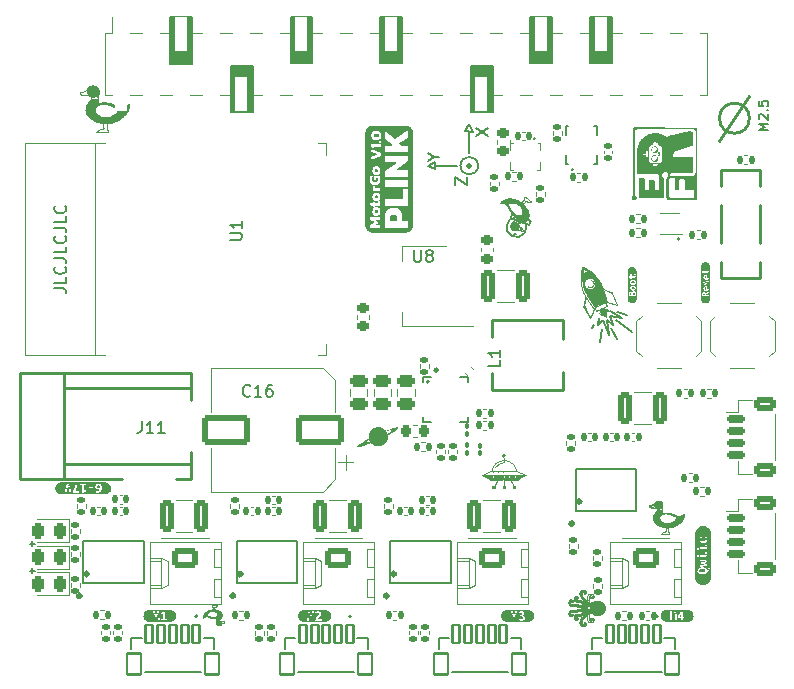
<source format=gbr>
%TF.GenerationSoftware,KiCad,Pcbnew,8.0.6*%
%TF.CreationDate,2024-10-16T15:49:25-04:00*%
%TF.ProjectId,motorgo_plink,6d6f746f-7267-46f5-9f70-6c696e6b2e6b,rev?*%
%TF.SameCoordinates,Original*%
%TF.FileFunction,Legend,Top*%
%TF.FilePolarity,Positive*%
%FSLAX46Y46*%
G04 Gerber Fmt 4.6, Leading zero omitted, Abs format (unit mm)*
G04 Created by KiCad (PCBNEW 8.0.6) date 2024-10-16 15:49:25*
%MOMM*%
%LPD*%
G01*
G04 APERTURE LIST*
G04 Aperture macros list*
%AMRoundRect*
0 Rectangle with rounded corners*
0 $1 Rounding radius*
0 $2 $3 $4 $5 $6 $7 $8 $9 X,Y pos of 4 corners*
0 Add a 4 corners polygon primitive as box body*
4,1,4,$2,$3,$4,$5,$6,$7,$8,$9,$2,$3,0*
0 Add four circle primitives for the rounded corners*
1,1,$1+$1,$2,$3*
1,1,$1+$1,$4,$5*
1,1,$1+$1,$6,$7*
1,1,$1+$1,$8,$9*
0 Add four rect primitives between the rounded corners*
20,1,$1+$1,$2,$3,$4,$5,0*
20,1,$1+$1,$4,$5,$6,$7,0*
20,1,$1+$1,$6,$7,$8,$9,0*
20,1,$1+$1,$8,$9,$2,$3,0*%
%AMFreePoly0*
4,1,45,-0.117574,2.202426,-0.100000,2.160000,-0.100000,1.500000,0.100000,1.500000,0.100000,2.160000,0.117574,2.202426,0.160000,2.220000,0.400000,2.220000,0.442426,2.202426,0.460000,2.160000,0.460000,1.076000,1.016000,1.076000,1.058426,1.058426,1.076000,1.016000,1.076000,-1.016000,1.058426,-1.058426,1.016000,-1.076000,0.460000,-1.076000,0.460000,-2.160000,0.442426,-2.202426,
0.400000,-2.220000,0.160000,-2.220000,0.117574,-2.202426,0.100000,-2.160000,0.100000,-1.500000,-0.100000,-1.500000,-0.100000,-2.160000,-0.117574,-2.202426,-0.160000,-2.220000,-0.400000,-2.220000,-0.442426,-2.202426,-0.460000,-2.160000,-0.460000,-1.076000,-1.016000,-1.076000,-1.058426,-1.058426,-1.076000,-1.016000,-1.076000,1.016000,-1.058426,1.058426,-1.016000,1.076000,-0.460000,1.076000,
-0.460000,2.160000,-0.442426,2.202426,-0.400000,2.220000,-0.160000,2.220000,-0.117574,2.202426,-0.117574,2.202426,$1*%
G04 Aperture macros list end*
%ADD10C,0.053326*%
%ADD11C,0.043997*%
%ADD12C,0.066661*%
%ADD13C,0.102660*%
%ADD14C,0.074657*%
%ADD15C,0.073329*%
%ADD16C,0.000000*%
%ADD17C,0.065338*%
%ADD18C,0.150000*%
%ADD19C,0.500000*%
%ADD20C,0.200000*%
%ADD21C,0.250000*%
%ADD22C,0.120000*%
%ADD23C,0.152000*%
%ADD24C,0.300000*%
%ADD25C,0.127000*%
%ADD26C,0.254000*%
%ADD27C,0.100000*%
%ADD28C,2.750000*%
%ADD29RoundRect,0.100000X0.100000X-0.130000X0.100000X0.130000X-0.100000X0.130000X-0.100000X-0.130000X0*%
%ADD30RoundRect,0.135000X0.185000X-0.135000X0.185000X0.135000X-0.185000X0.135000X-0.185000X-0.135000X0*%
%ADD31RoundRect,0.135000X-0.135000X-0.185000X0.135000X-0.185000X0.135000X0.185000X-0.135000X0.185000X0*%
%ADD32RoundRect,0.140000X0.140000X0.170000X-0.140000X0.170000X-0.140000X-0.170000X0.140000X-0.170000X0*%
%ADD33RoundRect,0.135000X-0.185000X0.135000X-0.185000X-0.135000X0.185000X-0.135000X0.185000X0.135000X0*%
%ADD34RoundRect,0.140000X-0.170000X0.140000X-0.170000X-0.140000X0.170000X-0.140000X0.170000X0.140000X0*%
%ADD35O,0.343000X1.747000*%
%ADD36C,0.610000*%
%ADD37R,3.550000X2.460000*%
%ADD38RoundRect,0.150000X-0.625000X0.150000X-0.625000X-0.150000X0.625000X-0.150000X0.625000X0.150000X0*%
%ADD39RoundRect,0.250000X-0.650000X0.350000X-0.650000X-0.350000X0.650000X-0.350000X0.650000X0.350000X0*%
%ADD40RoundRect,0.250000X-0.845000X0.620000X-0.845000X-0.620000X0.845000X-0.620000X0.845000X0.620000X0*%
%ADD41O,2.190000X1.740000*%
%ADD42R,1.000000X1.700000*%
%ADD43RoundRect,0.140000X0.219203X0.021213X0.021213X0.219203X-0.219203X-0.021213X-0.021213X-0.219203X0*%
%ADD44RoundRect,0.102000X0.300000X0.775000X-0.300000X0.775000X-0.300000X-0.775000X0.300000X-0.775000X0*%
%ADD45RoundRect,0.102000X0.600000X0.900000X-0.600000X0.900000X-0.600000X-0.900000X0.600000X-0.900000X0*%
%ADD46RoundRect,0.225000X0.250000X-0.225000X0.250000X0.225000X-0.250000X0.225000X-0.250000X-0.225000X0*%
%ADD47RoundRect,0.250000X-0.325000X-1.100000X0.325000X-1.100000X0.325000X1.100000X-0.325000X1.100000X0*%
%ADD48R,0.500000X0.375000*%
%ADD49R,0.650000X0.300000*%
%ADD50R,0.280000X0.785000*%
%ADD51R,0.785000X0.280000*%
%ADD52RoundRect,0.140000X-0.140000X-0.170000X0.140000X-0.170000X0.140000X0.170000X-0.140000X0.170000X0*%
%ADD53RoundRect,0.243750X0.243750X0.456250X-0.243750X0.456250X-0.243750X-0.456250X0.243750X-0.456250X0*%
%ADD54RoundRect,0.135000X0.135000X0.185000X-0.135000X0.185000X-0.135000X-0.185000X0.135000X-0.185000X0*%
%ADD55RoundRect,0.250000X0.475000X-0.250000X0.475000X0.250000X-0.475000X0.250000X-0.475000X-0.250000X0*%
%ADD56RoundRect,0.225000X-0.225000X-0.250000X0.225000X-0.250000X0.225000X0.250000X-0.225000X0.250000X0*%
%ADD57RoundRect,0.250000X1.750000X1.000000X-1.750000X1.000000X-1.750000X-1.000000X1.750000X-1.000000X0*%
%ADD58R,5.500000X1.430000*%
%ADD59RoundRect,0.225000X-0.250000X0.225000X-0.250000X-0.225000X0.250000X-0.225000X0.250000X0.225000X0*%
%ADD60R,2.000000X1.500000*%
%ADD61R,2.000000X3.800000*%
%ADD62C,0.600000*%
%ADD63O,1.200000X1.500000*%
%ADD64R,0.870000X0.300000*%
%ADD65RoundRect,0.250000X0.325000X1.100000X-0.325000X1.100000X-0.325000X-1.100000X0.325000X-1.100000X0*%
%ADD66R,0.900000X1.500000*%
%ADD67R,1.500000X0.900000*%
%ADD68R,0.900000X0.900000*%
%ADD69R,0.390000X0.800000*%
%ADD70R,0.800000X0.280000*%
%ADD71R,0.280000X0.800000*%
%ADD72FreePoly0,0.000000*%
%ADD73R,1.000000X3.000000*%
%ADD74O,1.800000X4.200000*%
%ADD75O,4.200000X1.800000*%
%ADD76R,0.280000X0.500000*%
%ADD77R,0.500000X0.280000*%
%ADD78RoundRect,0.100000X-0.100000X0.130000X-0.100000X-0.130000X0.100000X-0.130000X0.100000X0.130000X0*%
G04 APERTURE END LIST*
D10*
X156714358Y-109241175D02*
X156718767Y-109243493D01*
D11*
X125299813Y-110737097D02*
X125312597Y-110735920D01*
X125854881Y-109820554D02*
X125858707Y-109819764D01*
D12*
X150456916Y-98989574D02*
X150451259Y-98982900D01*
D13*
X115596981Y-66900498D02*
X115592746Y-66910225D01*
D10*
X156585701Y-109218043D02*
X156588601Y-109212627D01*
D13*
X115077865Y-66235455D02*
X115028841Y-66265562D01*
D11*
X126749210Y-111280928D02*
X126753931Y-111279825D01*
D14*
X159667495Y-83334178D02*
X159654794Y-83325068D01*
D10*
X156951816Y-108681607D02*
X156939652Y-108710517D01*
D13*
X116182062Y-67149543D02*
X116179239Y-66940761D01*
D11*
X125995487Y-109952082D02*
X125991826Y-109954632D01*
D15*
X152107939Y-78149055D02*
X152112037Y-78143200D01*
D12*
X151088222Y-98930694D02*
X151088253Y-98913592D01*
D15*
X152621528Y-76784957D02*
X152621682Y-76735766D01*
D10*
X156766929Y-109107938D02*
X156762537Y-109100504D01*
D13*
X115273823Y-66056894D02*
X115261323Y-66091971D01*
D11*
X126336431Y-111515059D02*
X126354158Y-111517150D01*
D10*
X156762537Y-109100504D02*
X156757622Y-109093296D01*
D11*
X125831636Y-109890404D02*
X125828135Y-109885185D01*
D13*
X116226837Y-66231228D02*
X116214591Y-66177755D01*
D15*
X151801580Y-77693369D02*
X151800200Y-77691140D01*
D13*
X115585734Y-66758553D02*
X115599392Y-66764516D01*
X116192685Y-67282618D02*
X116189009Y-67265533D01*
D12*
X149500762Y-98421778D02*
X151569803Y-98407491D01*
D10*
X156322546Y-109532137D02*
X156330663Y-109525335D01*
D15*
X163919194Y-101721394D02*
X163916475Y-101678968D01*
D12*
X151344772Y-98930190D02*
X151347025Y-98945843D01*
D10*
X157102244Y-111256866D02*
X157102518Y-111243845D01*
D11*
X126530070Y-111157778D02*
X126528670Y-111157203D01*
D12*
X151346610Y-99708197D02*
X151343528Y-99708898D01*
X150620975Y-98977378D02*
X150616818Y-98982524D01*
D11*
X126457882Y-111503815D02*
X126473693Y-111497538D01*
D15*
X162867799Y-101504029D02*
X162873578Y-101507436D01*
D16*
G36*
X126419798Y-111105093D02*
G01*
X126425496Y-111107364D01*
X126431349Y-111109919D01*
X126443419Y-111115708D01*
X126455795Y-111122106D01*
X126468267Y-111128757D01*
X126480623Y-111135308D01*
X126492653Y-111141404D01*
X126498480Y-111144170D01*
X126504146Y-111146690D01*
X126509625Y-111148919D01*
X126514890Y-111150813D01*
X126518620Y-111152560D01*
X126522351Y-111154941D01*
X126527937Y-111159554D01*
X126529294Y-111160757D01*
X126529954Y-111161375D01*
X126530600Y-111162006D01*
X126531228Y-111162653D01*
X126531837Y-111163317D01*
X126532424Y-111164000D01*
X126532987Y-111164704D01*
X126539730Y-111174471D01*
X126545911Y-111185478D01*
X126551530Y-111197564D01*
X126556589Y-111210569D01*
X126561089Y-111224331D01*
X126565031Y-111238691D01*
X126568416Y-111253486D01*
X126571246Y-111268556D01*
X126573521Y-111283741D01*
X126575243Y-111298879D01*
X126576414Y-111313811D01*
X126577033Y-111328374D01*
X126577102Y-111342408D01*
X126576623Y-111355753D01*
X126575597Y-111368248D01*
X126574024Y-111379731D01*
X126570383Y-111395597D01*
X126565026Y-111410630D01*
X126558063Y-111424802D01*
X126549606Y-111438083D01*
X126539765Y-111450448D01*
X126528652Y-111461867D01*
X126516377Y-111472314D01*
X126503052Y-111481760D01*
X126488787Y-111490177D01*
X126473693Y-111497538D01*
X126457882Y-111503815D01*
X126441464Y-111508980D01*
X126424551Y-111513005D01*
X126407252Y-111515862D01*
X126389680Y-111517524D01*
X126371945Y-111517962D01*
X126354158Y-111517150D01*
X126336431Y-111515058D01*
X126318873Y-111511660D01*
X126301596Y-111506928D01*
X126284712Y-111500833D01*
X126268330Y-111493347D01*
X126252563Y-111484444D01*
X126237520Y-111474095D01*
X126223313Y-111462273D01*
X126210053Y-111448949D01*
X126197851Y-111434095D01*
X126186817Y-111417685D01*
X126177064Y-111399689D01*
X126168701Y-111380081D01*
X126161840Y-111358833D01*
X126156591Y-111335916D01*
X126154554Y-111322427D01*
X126153492Y-111309463D01*
X126153297Y-111296936D01*
X126153860Y-111284759D01*
X126155073Y-111272841D01*
X126156828Y-111261096D01*
X126159017Y-111249435D01*
X126161532Y-111237769D01*
X126172687Y-111189290D01*
X126175208Y-111176275D01*
X126177407Y-111162726D01*
X126179175Y-111148553D01*
X126180403Y-111133668D01*
X126200723Y-111129858D01*
X126415988Y-111103268D01*
X126419798Y-111105093D01*
G37*
D15*
X163345356Y-101558599D02*
X163351574Y-101562568D01*
D13*
X116170305Y-66762588D02*
X116170181Y-66732865D01*
D10*
X156625496Y-111051168D02*
X156643996Y-111052007D01*
D12*
X150441646Y-98967970D02*
X150437778Y-98959755D01*
D11*
X126186817Y-111417685D02*
X126197851Y-111434095D01*
D17*
X157029594Y-82309870D02*
X157024356Y-82185613D01*
D12*
X149548387Y-98802117D02*
X149555266Y-98802117D01*
X151544725Y-98946593D02*
X151547059Y-98931001D01*
D18*
X127456782Y-64162752D02*
X129311412Y-64162752D01*
X129311412Y-68062752D01*
X127456782Y-68062752D01*
X127456782Y-64162752D01*
G36*
X127456782Y-64162752D02*
G01*
X129311412Y-64162752D01*
X129311412Y-68062752D01*
X127456782Y-68062752D01*
X127456782Y-64162752D01*
G37*
D15*
X151444485Y-78075816D02*
X151471347Y-78075628D01*
D12*
X150428292Y-99772572D02*
X150425256Y-99779509D01*
D11*
X126005133Y-109948165D02*
X125999901Y-109949941D01*
D15*
X163456283Y-101613325D02*
X163476910Y-101623987D01*
D13*
X114833045Y-66362106D02*
X114810425Y-66365886D01*
D12*
X149526775Y-98874805D02*
X149522173Y-98894981D01*
X151289692Y-99788305D02*
X151287557Y-99801529D01*
D13*
X116794802Y-67230928D02*
X116731319Y-67227024D01*
D10*
X157540158Y-109459549D02*
X157533720Y-109449701D01*
X156773800Y-109207899D02*
X156776739Y-109200977D01*
D11*
X125991826Y-109954632D02*
X125988853Y-109957635D01*
D10*
X158060160Y-108902114D02*
X158043934Y-108886229D01*
X158818692Y-110538828D02*
X158855069Y-110514446D01*
X157207655Y-108666045D02*
X157216771Y-108663784D01*
D18*
X140072685Y-60000000D02*
X141927315Y-60000000D01*
X141927315Y-63900000D01*
X140072685Y-63900000D01*
X140072685Y-60000000D01*
G36*
X140072685Y-60000000D02*
G01*
X141927315Y-60000000D01*
X141927315Y-63900000D01*
X140072685Y-63900000D01*
X140072685Y-60000000D01*
G37*
D10*
X157213912Y-110690920D02*
X157136574Y-110795085D01*
D15*
X152262294Y-75395631D02*
X152262962Y-75389863D01*
D10*
X157364895Y-110497643D02*
X157380252Y-110476970D01*
D15*
X164438905Y-103381609D02*
X164437655Y-103432626D01*
D11*
X126418999Y-111076642D02*
X126419665Y-111072677D01*
D10*
X156352418Y-110592392D02*
X156347722Y-110582455D01*
D15*
X151115297Y-76512056D02*
X151160447Y-76572930D01*
D10*
X156664656Y-111050528D02*
X156674401Y-111048814D01*
D15*
X163064431Y-101302103D02*
X163031446Y-101320518D01*
D13*
X117009397Y-69694276D02*
X117007317Y-69703216D01*
D15*
X152468059Y-75609172D02*
X152444242Y-75592916D01*
D14*
X159131123Y-84172221D02*
X158989006Y-84236447D01*
D13*
X116123954Y-66712066D02*
X115621503Y-66773982D01*
D11*
X126844292Y-111228114D02*
X126842695Y-111224423D01*
D15*
X151228341Y-75377987D02*
X151103376Y-75367439D01*
X151336054Y-78053369D02*
X151362966Y-78062292D01*
D10*
X156483166Y-109397148D02*
X156496029Y-109415449D01*
D12*
X150468211Y-98799603D02*
X150598783Y-98799074D01*
X150092227Y-99019922D02*
X150105185Y-99017726D01*
D10*
X156115440Y-110545678D02*
X156115185Y-110536102D01*
D18*
X144689548Y-72274979D02*
X144110451Y-72600000D01*
D14*
X158339593Y-84865654D02*
X158335578Y-84859753D01*
D13*
X114764143Y-66369501D02*
X114718990Y-66370777D01*
D11*
X126614731Y-110762946D02*
X126619034Y-110749679D01*
X126744601Y-111282258D02*
X126749210Y-111280928D01*
D15*
X162814377Y-101448726D02*
X162817563Y-101454438D01*
D10*
X157703159Y-110860064D02*
X157703227Y-110886729D01*
X157839418Y-111257814D02*
X157814459Y-111253295D01*
X156583274Y-110816957D02*
X156584728Y-110812253D01*
X157269782Y-108666647D02*
X157277870Y-108669908D01*
D16*
G36*
X150521954Y-98568225D02*
G01*
X150525168Y-98568437D01*
X150528379Y-98568839D01*
X150531568Y-98569429D01*
X150534720Y-98570204D01*
X150537817Y-98571161D01*
X150540842Y-98572296D01*
X150543778Y-98573607D01*
X150546609Y-98575089D01*
X150549317Y-98576742D01*
X150551885Y-98578560D01*
X150554297Y-98580542D01*
X150556535Y-98582684D01*
X150558583Y-98584983D01*
X150560423Y-98587436D01*
X150562039Y-98590039D01*
X150563414Y-98592791D01*
X150564530Y-98595687D01*
X150565371Y-98598725D01*
X150565919Y-98601901D01*
X150566159Y-98605213D01*
X150566072Y-98608657D01*
X150565643Y-98612230D01*
X150564853Y-98615930D01*
X150563686Y-98619753D01*
X150562125Y-98623696D01*
X150560154Y-98627756D01*
X150556781Y-98633448D01*
X150553207Y-98638201D01*
X150549462Y-98642061D01*
X150545577Y-98645074D01*
X150541582Y-98647285D01*
X150537508Y-98648741D01*
X150533385Y-98649487D01*
X150529243Y-98649568D01*
X150525113Y-98649031D01*
X150521026Y-98647920D01*
X150517012Y-98646283D01*
X150513101Y-98644165D01*
X150509324Y-98641610D01*
X150505711Y-98638666D01*
X150502293Y-98635378D01*
X150499101Y-98631791D01*
X150496164Y-98627952D01*
X150493514Y-98623905D01*
X150491181Y-98619698D01*
X150489194Y-98615375D01*
X150487585Y-98610982D01*
X150486385Y-98606565D01*
X150485623Y-98602170D01*
X150485330Y-98597842D01*
X150485537Y-98593627D01*
X150486274Y-98589572D01*
X150487571Y-98585721D01*
X150489460Y-98582120D01*
X150491970Y-98578815D01*
X150495131Y-98575853D01*
X150498976Y-98573277D01*
X150503533Y-98571136D01*
X150506415Y-98570137D01*
X150509395Y-98569349D01*
X150512456Y-98568766D01*
X150515581Y-98568387D01*
X150518752Y-98568207D01*
X150521954Y-98568225D01*
G37*
D10*
X156138200Y-109472883D02*
X156144599Y-109462134D01*
D12*
X149697955Y-97942164D02*
X149644884Y-98019233D01*
D10*
X157534341Y-110644356D02*
X157537146Y-110636645D01*
D14*
X158180431Y-84607408D02*
X158038151Y-84966957D01*
D15*
X152453998Y-77179930D02*
X152489189Y-77141972D01*
D12*
X151351839Y-98874313D02*
X151346982Y-98894424D01*
D13*
X115499594Y-66714599D02*
X115528695Y-66730119D01*
X116222278Y-68908342D02*
X116365297Y-68941449D01*
D10*
X156603990Y-109193349D02*
X156611003Y-109187291D01*
D13*
X116708810Y-68981054D02*
X116774568Y-68983447D01*
D15*
X151795079Y-77694871D02*
X151794933Y-77693373D01*
D11*
X126498480Y-111144170D02*
X126492653Y-111141404D01*
D10*
X157391076Y-109614926D02*
X157385784Y-109607600D01*
X156076894Y-109381555D02*
X156068725Y-109391580D01*
D12*
X149701655Y-99696372D02*
X149701143Y-99696390D01*
D13*
X115357197Y-66639933D02*
X115358768Y-66641347D01*
D10*
X159048415Y-110284992D02*
X159065382Y-110244711D01*
D18*
X147601579Y-69097608D02*
X147251500Y-69701104D01*
D12*
X150476677Y-99908605D02*
X150489016Y-99915399D01*
D13*
X115344919Y-66643454D02*
X115348530Y-66644478D01*
D10*
X157531570Y-109335485D02*
X157530997Y-109364738D01*
X157258010Y-110936072D02*
X157290143Y-110900055D01*
X156111602Y-110737437D02*
X156126012Y-110746317D01*
X157851477Y-109126938D02*
X157849291Y-109133275D01*
D15*
X163328568Y-101543500D02*
X163329546Y-101544638D01*
D10*
X156757622Y-109093296D02*
X156752190Y-109086352D01*
D11*
X126432737Y-111036116D02*
X126437393Y-111027858D01*
D15*
X152316589Y-75653007D02*
X152292900Y-75682811D01*
D13*
X116966282Y-69580142D02*
X116975989Y-69592092D01*
D12*
X151359460Y-98852716D02*
X151351839Y-98874313D01*
D17*
X157267544Y-83311282D02*
X157222805Y-83203428D01*
D15*
X162877922Y-101356652D02*
X162862772Y-101357262D01*
D16*
G36*
X139743395Y-72915015D02*
G01*
X139752024Y-72915303D01*
X139760331Y-72915783D01*
X139768315Y-72916453D01*
X139775975Y-72917315D01*
X139783309Y-72918368D01*
X139790316Y-72919611D01*
X139796994Y-72921044D01*
X139803343Y-72922667D01*
X139809360Y-72924479D01*
X139815044Y-72926480D01*
X139820395Y-72928671D01*
X139825410Y-72931049D01*
X139830088Y-72933616D01*
X139834428Y-72936371D01*
X139838428Y-72939314D01*
X139840262Y-72940806D01*
X139842039Y-72942363D01*
X139843757Y-72943983D01*
X139845419Y-72945667D01*
X139847022Y-72947414D01*
X139848568Y-72949225D01*
X139850056Y-72951098D01*
X139851486Y-72953035D01*
X139854173Y-72957097D01*
X139856628Y-72961409D01*
X139858851Y-72965971D01*
X139860841Y-72970782D01*
X139862599Y-72975841D01*
X139864123Y-72981146D01*
X139865414Y-72986697D01*
X139866471Y-72992493D01*
X139867293Y-72998533D01*
X139867882Y-73004816D01*
X139868235Y-73011340D01*
X139868352Y-73018106D01*
X139868235Y-73024662D01*
X139867884Y-73030985D01*
X139867299Y-73037072D01*
X139866482Y-73042924D01*
X139865431Y-73048539D01*
X139864148Y-73053916D01*
X139862634Y-73059054D01*
X139860888Y-73063952D01*
X139858911Y-73068608D01*
X139856703Y-73073023D01*
X139854265Y-73077194D01*
X139851598Y-73081120D01*
X139848701Y-73084801D01*
X139845576Y-73088235D01*
X139842222Y-73091422D01*
X139838640Y-73094359D01*
X139834639Y-73097263D01*
X139830297Y-73099980D01*
X139825616Y-73102511D01*
X139820596Y-73104855D01*
X139815239Y-73107013D01*
X139809547Y-73108984D01*
X139803520Y-73110767D01*
X139797160Y-73112364D01*
X139790468Y-73113774D01*
X139783446Y-73114996D01*
X139776094Y-73116030D01*
X139768415Y-73116877D01*
X139760409Y-73117536D01*
X139752079Y-73118007D01*
X139743424Y-73118289D01*
X139734447Y-73118383D01*
X139725611Y-73118289D01*
X139717084Y-73118006D01*
X139708866Y-73117534D01*
X139700960Y-73116874D01*
X139693366Y-73116026D01*
X139686085Y-73114990D01*
X139679120Y-73113767D01*
X139672471Y-73112358D01*
X139666140Y-73110761D01*
X139660128Y-73108978D01*
X139654437Y-73107010D01*
X139649068Y-73104855D01*
X139644021Y-73102515D01*
X139639300Y-73099990D01*
X139634904Y-73097280D01*
X139630836Y-73094386D01*
X139628954Y-73092934D01*
X139627134Y-73091424D01*
X139625376Y-73089857D01*
X139623678Y-73088231D01*
X139622042Y-73086548D01*
X139620467Y-73084806D01*
X139618954Y-73083006D01*
X139617500Y-73081146D01*
X139616108Y-73079228D01*
X139614776Y-73077249D01*
X139613505Y-73075211D01*
X139612294Y-73073113D01*
X139611144Y-73070955D01*
X139610053Y-73068735D01*
X139608052Y-73064114D01*
X139606290Y-73059247D01*
X139604766Y-73054132D01*
X139603479Y-73048766D01*
X139602428Y-73043148D01*
X139601613Y-73037275D01*
X139601031Y-73031145D01*
X139600683Y-73024757D01*
X139600568Y-73018106D01*
X139600684Y-73011247D01*
X139601033Y-73004657D01*
X139601615Y-72998334D01*
X139602432Y-72992276D01*
X139603485Y-72986481D01*
X139604774Y-72980946D01*
X139606301Y-72975670D01*
X139608065Y-72970650D01*
X139610069Y-72965884D01*
X139612312Y-72961370D01*
X139614797Y-72957105D01*
X139617523Y-72953087D01*
X139620492Y-72949315D01*
X139623704Y-72945785D01*
X139627160Y-72942496D01*
X139630862Y-72939446D01*
X139634963Y-72936489D01*
X139639386Y-72933720D01*
X139644130Y-72931140D01*
X139649194Y-72928749D01*
X139654577Y-72926547D01*
X139660277Y-72924535D01*
X139666293Y-72922712D01*
X139672623Y-72921080D01*
X139679268Y-72919639D01*
X139686224Y-72918389D01*
X139693491Y-72917330D01*
X139701068Y-72916463D01*
X139708954Y-72915788D01*
X139717146Y-72915305D01*
X139725644Y-72915016D01*
X139734447Y-72914919D01*
X139743395Y-72915015D01*
G37*
D10*
X156925474Y-108770394D02*
X156923091Y-108801209D01*
D13*
X114926968Y-66636808D02*
X114962144Y-66639206D01*
D15*
X163927935Y-101995763D02*
X163924593Y-101961638D01*
D12*
X150032191Y-97655986D02*
X149957722Y-97699983D01*
D10*
X156073783Y-110287197D02*
X156059043Y-110303965D01*
X157882648Y-110986962D02*
X157878863Y-110986900D01*
D13*
X116997384Y-69726036D02*
X116992913Y-69732400D01*
D15*
X163254450Y-102077190D02*
X163244310Y-102094536D01*
X163377521Y-101013901D02*
X163355312Y-101029644D01*
D17*
X157182902Y-83096078D02*
X157147723Y-82988649D01*
D11*
X125046603Y-110822459D02*
X125045262Y-110861095D01*
X126849484Y-111253942D02*
X126849564Y-111250100D01*
D10*
X156649663Y-110910958D02*
X156644243Y-110912420D01*
X156583445Y-109279797D02*
X156581159Y-109273302D01*
D11*
X126237520Y-111474095D02*
X126252563Y-111484444D01*
D10*
X156732860Y-109067483D02*
X156725423Y-109061974D01*
D14*
X158415736Y-84861631D02*
X158391424Y-84871183D01*
D15*
X150268091Y-75730639D02*
X150321506Y-75734705D01*
D14*
X158595703Y-84781351D02*
X158588243Y-84784745D01*
D12*
X151295774Y-97856631D02*
X151231575Y-97794018D01*
D15*
X150583917Y-75786225D02*
X150603606Y-75794099D01*
D11*
X126180819Y-111108190D02*
X126180872Y-111120929D01*
D15*
X163865852Y-101068586D02*
X163843752Y-101046379D01*
D11*
X125862129Y-109931072D02*
X125860414Y-109928007D01*
D10*
X156612931Y-109909222D02*
X156706802Y-109920373D01*
D12*
X149708182Y-98852172D02*
X149697480Y-98829236D01*
D15*
X163260072Y-101343932D02*
X163263864Y-101369240D01*
X150642093Y-75812229D02*
X150660742Y-75822569D01*
D10*
X156444603Y-109278718D02*
X156446680Y-109298920D01*
D11*
X125826567Y-109882528D02*
X125825141Y-109879830D01*
D15*
X163351574Y-101562568D02*
X163351738Y-101563058D01*
D17*
X157583349Y-83904473D02*
X157561265Y-83868338D01*
D15*
X163334823Y-101554829D02*
X163337090Y-101555836D01*
D14*
X158298853Y-84783415D02*
X158280779Y-84749818D01*
D15*
X151211715Y-77420957D02*
X151196890Y-77434072D01*
D13*
X115378712Y-68460141D02*
X115430243Y-68508545D01*
D15*
X152252225Y-77315887D02*
X152271507Y-77307032D01*
D12*
X149719786Y-99691684D02*
X149718213Y-99692281D01*
D10*
X157992118Y-109052495D02*
X157991698Y-109061555D01*
D16*
G36*
X150521954Y-98568225D02*
G01*
X150525168Y-98568437D01*
X150528379Y-98568839D01*
X150531568Y-98569429D01*
X150534720Y-98570204D01*
X150537817Y-98571161D01*
X150540842Y-98572296D01*
X150543778Y-98573607D01*
X150546609Y-98575089D01*
X150549317Y-98576742D01*
X150551885Y-98578560D01*
X150554297Y-98580542D01*
X150556535Y-98582684D01*
X150558583Y-98584983D01*
X150560423Y-98587436D01*
X150562039Y-98590039D01*
X150563414Y-98592791D01*
X150564530Y-98595687D01*
X150565371Y-98598725D01*
X150565919Y-98601901D01*
X150566159Y-98605213D01*
X150566072Y-98608657D01*
X150565643Y-98612230D01*
X150564853Y-98615930D01*
X150563686Y-98619753D01*
X150562125Y-98623696D01*
X150560154Y-98627756D01*
X150556781Y-98633448D01*
X150553207Y-98638201D01*
X150549462Y-98642061D01*
X150545577Y-98645074D01*
X150541582Y-98647285D01*
X150537508Y-98648741D01*
X150533385Y-98649487D01*
X150529243Y-98649568D01*
X150525113Y-98649031D01*
X150521026Y-98647920D01*
X150517012Y-98646283D01*
X150513101Y-98644165D01*
X150509324Y-98641610D01*
X150505711Y-98638666D01*
X150502293Y-98635378D01*
X150499101Y-98631791D01*
X150496164Y-98627952D01*
X150493514Y-98623905D01*
X150491181Y-98619698D01*
X150489194Y-98615375D01*
X150487585Y-98610982D01*
X150486385Y-98606565D01*
X150485623Y-98602170D01*
X150485330Y-98597842D01*
X150485537Y-98593627D01*
X150486274Y-98589572D01*
X150487571Y-98585721D01*
X150489460Y-98582120D01*
X150491970Y-98578815D01*
X150495131Y-98575853D01*
X150498976Y-98573277D01*
X150503533Y-98571136D01*
X150506415Y-98570137D01*
X150509395Y-98569349D01*
X150512456Y-98568766D01*
X150515581Y-98568387D01*
X150518752Y-98568207D01*
X150521954Y-98568225D01*
G37*
D10*
X157315526Y-111571145D02*
X157337336Y-111562653D01*
D11*
X125913177Y-110907473D02*
X125940385Y-110909146D01*
D13*
X115290903Y-67311025D02*
X115260723Y-67356004D01*
D12*
X150028469Y-99008569D02*
X150040425Y-99013818D01*
D10*
X156318372Y-110710305D02*
X156326839Y-110700503D01*
X157144727Y-110666403D02*
X157166195Y-110659845D01*
X157894585Y-110985184D02*
X157890515Y-110986046D01*
X157046355Y-110013853D02*
X157094661Y-110037264D01*
X157180663Y-109696711D02*
X157194879Y-109719901D01*
X156290625Y-109348754D02*
X156282727Y-109343696D01*
X156643996Y-111052007D02*
X156654519Y-111051604D01*
D15*
X163478702Y-101783939D02*
X163460870Y-101810461D01*
D10*
X156598854Y-109042521D02*
X156580846Y-109047980D01*
X157322127Y-111356514D02*
X157321893Y-111363657D01*
D12*
X151317603Y-99652779D02*
X151318424Y-99657664D01*
X151405924Y-99924877D02*
X151418527Y-99923247D01*
D15*
X164502382Y-103674859D02*
X164504995Y-103679287D01*
X163684486Y-100964067D02*
X163655223Y-100958403D01*
D12*
X149467711Y-98422324D02*
X149474326Y-98422452D01*
D10*
X156120540Y-109522128D02*
X156123747Y-109509491D01*
D13*
X115254000Y-66352969D02*
X115259309Y-66388401D01*
D10*
X157896305Y-110867403D02*
X157907966Y-110863017D01*
D15*
X151497770Y-78072955D02*
X151523581Y-78067711D01*
D10*
X157521473Y-109432916D02*
X157495671Y-109402578D01*
D15*
X165320564Y-102256995D02*
X165299583Y-102255143D01*
X151788890Y-77406577D02*
X151711676Y-77497176D01*
D10*
X156354413Y-109483103D02*
X156355555Y-109476000D01*
X157097156Y-110471158D02*
X157076650Y-110483990D01*
D11*
X126821633Y-111196906D02*
X126818622Y-111194438D01*
D10*
X159028469Y-110323547D02*
X159048415Y-110284992D01*
X157369349Y-109586699D02*
X157363665Y-109580051D01*
D12*
X150586876Y-99006904D02*
X150578329Y-99011576D01*
D10*
X156505077Y-109099511D02*
X156493122Y-109113876D01*
X158980268Y-110395179D02*
X159005700Y-110360301D01*
D18*
X151100000Y-77000000D02*
X152700000Y-77600000D01*
D10*
X157984202Y-111066352D02*
X157988731Y-111057807D01*
X157319701Y-111377334D02*
X157317562Y-111383795D01*
D13*
X115387971Y-66662126D02*
X115390807Y-66663134D01*
D10*
X157312095Y-108698446D02*
X157317347Y-108706634D01*
D15*
X162856789Y-101496700D02*
X162862201Y-101500452D01*
D17*
X157091088Y-82771231D02*
X157069409Y-82660078D01*
D15*
X163487053Y-101628974D02*
X163497025Y-101633635D01*
D11*
X125237805Y-110751855D02*
X125249891Y-110747880D01*
X126443419Y-111115708D02*
X126437333Y-111112716D01*
D10*
X156354587Y-110646601D02*
X156356791Y-110635442D01*
D15*
X165804935Y-102112736D02*
X165807171Y-102048343D01*
D10*
X157717033Y-109118597D02*
X157721365Y-109106684D01*
X157105274Y-111293550D02*
X157103648Y-111281731D01*
X156721285Y-109369636D02*
X156706225Y-109365602D01*
D13*
X116903090Y-69771727D02*
X116883148Y-69773554D01*
D10*
X156725423Y-109061974D02*
X156717501Y-109056918D01*
D13*
X114718990Y-66370777D02*
X114697781Y-66371631D01*
D10*
X157217803Y-109462254D02*
X157198184Y-109451234D01*
D12*
X150598783Y-98799074D02*
X150914695Y-98799603D01*
D11*
X126773522Y-111277212D02*
X126783460Y-111276656D01*
D10*
X157116577Y-109625777D02*
X157133599Y-109640498D01*
D11*
X125863718Y-109934227D02*
X125862129Y-109931072D01*
D10*
X156217108Y-110385010D02*
X156244042Y-110380878D01*
D15*
X164504995Y-103679287D02*
X164507373Y-103683784D01*
D10*
X156716764Y-110844919D02*
X156712196Y-110847705D01*
D15*
X162904946Y-101522048D02*
X162918527Y-101526837D01*
D14*
X159214475Y-84494806D02*
X159204240Y-84499987D01*
D10*
X156688830Y-110557725D02*
X156666864Y-110562648D01*
D11*
X126155073Y-111272841D02*
X126153860Y-111284759D01*
D14*
X158721007Y-82577946D02*
X158668315Y-82479425D01*
D10*
X157907966Y-110863017D02*
X157920355Y-110859536D01*
X157803107Y-111091467D02*
X157816479Y-111099316D01*
X157385784Y-109607600D02*
X157380402Y-109600462D01*
D12*
X150607688Y-97533854D02*
X150522947Y-97531356D01*
D17*
X158720412Y-85239951D02*
X158564738Y-85033108D01*
D10*
X156356223Y-109461306D02*
X156355764Y-109453777D01*
D12*
X151308388Y-99879372D02*
X151313891Y-99885390D01*
D15*
X163163782Y-102515407D02*
X163174428Y-102562561D01*
D10*
X156692700Y-111043605D02*
X156701246Y-111040177D01*
D15*
X162862772Y-101357262D02*
X162848634Y-101358393D01*
D10*
X156583222Y-109223658D02*
X156585701Y-109218043D01*
D17*
X157117155Y-82880561D02*
X157091088Y-82771231D01*
D18*
X110600000Y-106700000D02*
X110600000Y-107100000D01*
D15*
X152850837Y-75677781D02*
X152852716Y-75682182D01*
X152578391Y-76484408D02*
X152561976Y-76434038D01*
D14*
X158391424Y-84871183D02*
X158381532Y-84874380D01*
D16*
G36*
X139743358Y-76371506D02*
G01*
X139751953Y-76371797D01*
X139760232Y-76372281D01*
X139768192Y-76372959D01*
X139775833Y-76373829D01*
X139783153Y-76374893D01*
X139790151Y-76376149D01*
X139796825Y-76377597D01*
X139803175Y-76379237D01*
X139809199Y-76381068D01*
X139814896Y-76383091D01*
X139820265Y-76385306D01*
X139825303Y-76387711D01*
X139830011Y-76390306D01*
X139834386Y-76393092D01*
X139838428Y-76396068D01*
X139840288Y-76397580D01*
X139842086Y-76399150D01*
X139843825Y-76400779D01*
X139845502Y-76402465D01*
X139847119Y-76404211D01*
X139848676Y-76406016D01*
X139850173Y-76407880D01*
X139851609Y-76409804D01*
X139852986Y-76411788D01*
X139854302Y-76413831D01*
X139856756Y-76418101D01*
X139858972Y-76422615D01*
X139860951Y-76427375D01*
X139862693Y-76432383D01*
X139864200Y-76437643D01*
X139865473Y-76443156D01*
X139866512Y-76448924D01*
X139867318Y-76454950D01*
X139867893Y-76461236D01*
X139868238Y-76467784D01*
X139868352Y-76474596D01*
X139868352Y-76474623D01*
X139868235Y-76481212D01*
X139867884Y-76487566D01*
X139867299Y-76493682D01*
X139866482Y-76499560D01*
X139865431Y-76505199D01*
X139864148Y-76510598D01*
X139862634Y-76515755D01*
X139860888Y-76520670D01*
X139858911Y-76525342D01*
X139856703Y-76529769D01*
X139854265Y-76533951D01*
X139851598Y-76537886D01*
X139848701Y-76541573D01*
X139845576Y-76545012D01*
X139842222Y-76548201D01*
X139838640Y-76551140D01*
X139834588Y-76554039D01*
X139830202Y-76556753D01*
X139825483Y-76559282D01*
X139820432Y-76561625D01*
X139815051Y-76563782D01*
X139809342Y-76565753D01*
X139803305Y-76567537D01*
X139796941Y-76569135D01*
X139790253Y-76570546D01*
X139783241Y-76571770D01*
X139775907Y-76572806D01*
X139768251Y-76573654D01*
X139760276Y-76574314D01*
X139751983Y-76574786D01*
X139743373Y-76575070D01*
X139734447Y-76575164D01*
X139725671Y-76575069D01*
X139717196Y-76574785D01*
X139709021Y-76574312D01*
X139701149Y-76573649D01*
X139693580Y-76572799D01*
X139686316Y-76571760D01*
X139679359Y-76570533D01*
X139672710Y-76569118D01*
X139666369Y-76567517D01*
X139660339Y-76565728D01*
X139654621Y-76563753D01*
X139649217Y-76561591D01*
X139644126Y-76559243D01*
X139639352Y-76556710D01*
X139634895Y-76553991D01*
X139630756Y-76551087D01*
X139628880Y-76549639D01*
X139627064Y-76548133D01*
X139625310Y-76546569D01*
X139623618Y-76544946D01*
X139621986Y-76543264D01*
X139620415Y-76541523D01*
X139618905Y-76539723D01*
X139617456Y-76537863D01*
X139616067Y-76535943D01*
X139614739Y-76533962D01*
X139613471Y-76531921D01*
X139612263Y-76529820D01*
X139611116Y-76527657D01*
X139610028Y-76525432D01*
X139608032Y-76520799D01*
X139606275Y-76515917D01*
X139604755Y-76510784D01*
X139603471Y-76505398D01*
X139602423Y-76499756D01*
X139601610Y-76493858D01*
X139601030Y-76487700D01*
X139600683Y-76481280D01*
X139600568Y-76474596D01*
X139600684Y-76467770D01*
X139601033Y-76461210D01*
X139601615Y-76454915D01*
X139602432Y-76448881D01*
X139603485Y-76443109D01*
X139604774Y-76437594D01*
X139606301Y-76432336D01*
X139608065Y-76427332D01*
X139610069Y-76422579D01*
X139612312Y-76418077D01*
X139614797Y-76413823D01*
X139617523Y-76409815D01*
X139620492Y-76406050D01*
X139623704Y-76402528D01*
X139627160Y-76399245D01*
X139630862Y-76396200D01*
X139635000Y-76393210D01*
X139639455Y-76390410D01*
X139644227Y-76387801D01*
X139649313Y-76385384D01*
X139654713Y-76383158D01*
X139660426Y-76381124D01*
X139666449Y-76379282D01*
X139672782Y-76377633D01*
X139679424Y-76376177D01*
X139686373Y-76374914D01*
X139693628Y-76373844D01*
X139701187Y-76372968D01*
X139709050Y-76372286D01*
X139717215Y-76371799D01*
X139725681Y-76371506D01*
X139734447Y-76371409D01*
X139743358Y-76371506D01*
G37*
D11*
X126057297Y-109942669D02*
X126035522Y-109943814D01*
D16*
G36*
X140674324Y-95320553D02*
G01*
X140678543Y-95335675D01*
X140682448Y-95350834D01*
X140686040Y-95366024D01*
X140689321Y-95381241D01*
X140692289Y-95396480D01*
X140694948Y-95411733D01*
X140697296Y-95426998D01*
X140704157Y-95491977D01*
X140705751Y-95556812D01*
X140702188Y-95621204D01*
X140693574Y-95684854D01*
X140680020Y-95747463D01*
X140661634Y-95808733D01*
X140638525Y-95868363D01*
X140610801Y-95926056D01*
X140578572Y-95981513D01*
X140541946Y-96034435D01*
X140501032Y-96084523D01*
X140455938Y-96131478D01*
X140406773Y-96175001D01*
X140380699Y-96195383D01*
X140353648Y-96214794D01*
X140325633Y-96233198D01*
X140296669Y-96250558D01*
X140266769Y-96266835D01*
X140235945Y-96281993D01*
X140204773Y-96295756D01*
X140173338Y-96308116D01*
X140141678Y-96319085D01*
X140109831Y-96328677D01*
X140077832Y-96336905D01*
X140045717Y-96343782D01*
X140013523Y-96349322D01*
X139981287Y-96353538D01*
X139949045Y-96356442D01*
X139916834Y-96358050D01*
X139884691Y-96358372D01*
X139852652Y-96357424D01*
X139820752Y-96355217D01*
X139789030Y-96351767D01*
X139757521Y-96347084D01*
X139726262Y-96341184D01*
X139695289Y-96334079D01*
X139664639Y-96325783D01*
X139634349Y-96316307D01*
X139604454Y-96305668D01*
X139574993Y-96293877D01*
X139546001Y-96280946D01*
X139517513Y-96266890D01*
X139489568Y-96251723D01*
X139462202Y-96235457D01*
X139435451Y-96218105D01*
X139409352Y-96199681D01*
X139383941Y-96180199D01*
X139359255Y-96159670D01*
X139335329Y-96138110D01*
X139312202Y-96115529D01*
X139289909Y-96091944D01*
X139277542Y-96078043D01*
X139265471Y-96063820D01*
X139253705Y-96049277D01*
X139242250Y-96034414D01*
X139231111Y-96019237D01*
X139220295Y-96003746D01*
X139209807Y-95987942D01*
X139204846Y-95980068D01*
X139202731Y-95976711D01*
X139212046Y-95976711D01*
X139212057Y-95976714D01*
X139221470Y-95991247D01*
X139231199Y-96005574D01*
X139241237Y-96019682D01*
X139251577Y-96033563D01*
X139262209Y-96047206D01*
X139273126Y-96060600D01*
X139284320Y-96073736D01*
X139295783Y-96086603D01*
X139317451Y-96109521D01*
X139340023Y-96131549D01*
X139363460Y-96152666D01*
X139387718Y-96172847D01*
X139412757Y-96192068D01*
X139438536Y-96210306D01*
X139465013Y-96227537D01*
X139492146Y-96243739D01*
X139519896Y-96258885D01*
X139548218Y-96272954D01*
X139577074Y-96285922D01*
X139606420Y-96297765D01*
X139636216Y-96308460D01*
X139666421Y-96317982D01*
X139696993Y-96326309D01*
X139727889Y-96333416D01*
X139760024Y-96339470D01*
X139792210Y-96344212D01*
X139824417Y-96347646D01*
X139856620Y-96349777D01*
X139888790Y-96350608D01*
X139920898Y-96350140D01*
X139952920Y-96348378D01*
X139984825Y-96345325D01*
X140016587Y-96340984D01*
X140048179Y-96335358D01*
X140079572Y-96328451D01*
X140110739Y-96320264D01*
X140141652Y-96310803D01*
X140172282Y-96300069D01*
X140202605Y-96288067D01*
X140232590Y-96274800D01*
X140262267Y-96260236D01*
X140291174Y-96244587D01*
X140319293Y-96227872D01*
X140346602Y-96210110D01*
X140373083Y-96191321D01*
X140398712Y-96171523D01*
X140423472Y-96150736D01*
X140447341Y-96128980D01*
X140470298Y-96106273D01*
X140492324Y-96082636D01*
X140513399Y-96058087D01*
X140533502Y-96032646D01*
X140552612Y-96006331D01*
X140570710Y-95979163D01*
X140587774Y-95951161D01*
X140603785Y-95922344D01*
X140618181Y-95893789D01*
X140631410Y-95864702D01*
X140643463Y-95835132D01*
X140654333Y-95805124D01*
X140664010Y-95774725D01*
X140672488Y-95743984D01*
X140679756Y-95712948D01*
X140685808Y-95681664D01*
X140690636Y-95650179D01*
X140694231Y-95618542D01*
X140696584Y-95586798D01*
X140697688Y-95554997D01*
X140697534Y-95523185D01*
X140696114Y-95491408D01*
X140693421Y-95459715D01*
X140689445Y-95428154D01*
X140687316Y-95414244D01*
X140684926Y-95400347D01*
X140682277Y-95386472D01*
X140679373Y-95372630D01*
X140676216Y-95358831D01*
X140672806Y-95345084D01*
X140669149Y-95331401D01*
X140665245Y-95317790D01*
X140596955Y-95360098D01*
X140523851Y-95403368D01*
X140446420Y-95447340D01*
X140365142Y-95491752D01*
X140280500Y-95536347D01*
X140192979Y-95580862D01*
X140103062Y-95625039D01*
X140011230Y-95668618D01*
X139900214Y-95719296D01*
X139790687Y-95767146D01*
X139683492Y-95811844D01*
X139579474Y-95853066D01*
X139479476Y-95890488D01*
X139384343Y-95923786D01*
X139294919Y-95952634D01*
X139212046Y-95976711D01*
X139202731Y-95976711D01*
X139199656Y-95971830D01*
X139280040Y-95948870D01*
X139367822Y-95920943D01*
X139462253Y-95888270D01*
X139562582Y-95851070D01*
X139668059Y-95809566D01*
X139777933Y-95763977D01*
X139891455Y-95714523D01*
X140007876Y-95661425D01*
X140104225Y-95615671D01*
X140197437Y-95569779D01*
X140287138Y-95523997D01*
X140372951Y-95478576D01*
X140454500Y-95433763D01*
X140531407Y-95389809D01*
X140603297Y-95346962D01*
X140669793Y-95305474D01*
X140674324Y-95320553D01*
G37*
D15*
X151469951Y-77166494D02*
X151457175Y-77183448D01*
D10*
X157623366Y-109577523D02*
X157613680Y-109576188D01*
X157407363Y-111517557D02*
X157420289Y-111504415D01*
D15*
X163401296Y-100999872D02*
X163377521Y-101013901D01*
D11*
X126504146Y-111146690D02*
X126498480Y-111144170D01*
D12*
X149572359Y-99750534D02*
X149566994Y-99757042D01*
D10*
X157317562Y-111383795D02*
X157314606Y-111389954D01*
D12*
X149477621Y-98422464D02*
X149480901Y-98422400D01*
D11*
X125823871Y-109877083D02*
X125822772Y-109874281D01*
X126528621Y-111160151D02*
X126527937Y-111159555D01*
D13*
X116632331Y-69296146D02*
X116630915Y-69242864D01*
X115390807Y-66663134D02*
X115403092Y-66667554D01*
D10*
X157739532Y-109068327D02*
X157749576Y-109051843D01*
D12*
X150578329Y-99011576D02*
X150569635Y-99015384D01*
D13*
X118196157Y-67631218D02*
X118167627Y-67632140D01*
D12*
X151545035Y-98895348D02*
X151540283Y-98875286D01*
D15*
X162804283Y-101423662D02*
X162806396Y-101430268D01*
D16*
G36*
X139614461Y-72936329D02*
G01*
X139616442Y-72934383D01*
X139618494Y-72932504D01*
X139618497Y-72932501D01*
X139620622Y-72930687D01*
X139622816Y-72928944D01*
X139622819Y-72928942D01*
X139627396Y-72925627D01*
X139632294Y-72922529D01*
X139637514Y-72919647D01*
X139643056Y-72916982D01*
X139648918Y-72914531D01*
X139655101Y-72912296D01*
X139661604Y-72910276D01*
X139668427Y-72908470D01*
X139675569Y-72906877D01*
X139683030Y-72905499D01*
X139690810Y-72904333D01*
X139698908Y-72903380D01*
X139707323Y-72902640D01*
X139716056Y-72902112D01*
X139725107Y-72901795D01*
X139734473Y-72901690D01*
X139734685Y-72901692D01*
X139736087Y-72901707D01*
X139738688Y-72901736D01*
X139740763Y-72901759D01*
X139740812Y-72901760D01*
X139741741Y-72901770D01*
X139742727Y-72901781D01*
X139743983Y-72901795D01*
X139744329Y-72901807D01*
X139744740Y-72901821D01*
X139748503Y-72901951D01*
X139749062Y-72901970D01*
X139750705Y-72902027D01*
X139752975Y-72902105D01*
X139753163Y-72902112D01*
X139762012Y-72902640D01*
X139770531Y-72903380D01*
X139778718Y-72904333D01*
X139786572Y-72905499D01*
X139794094Y-72906877D01*
X139801281Y-72908470D01*
X139808133Y-72910276D01*
X139814649Y-72912296D01*
X139820829Y-72914531D01*
X139826672Y-72916982D01*
X139832177Y-72919647D01*
X139837344Y-72922529D01*
X139842170Y-72925627D01*
X139846657Y-72928942D01*
X139850886Y-72932501D01*
X139854842Y-72936333D01*
X139858526Y-72940435D01*
X139861936Y-72944809D01*
X139865074Y-72949452D01*
X139867939Y-72954363D01*
X139870531Y-72959544D01*
X139872850Y-72964991D01*
X139874897Y-72970705D01*
X139876670Y-72976686D01*
X139878171Y-72982931D01*
X139879399Y-72989440D01*
X139880354Y-72996213D01*
X139881036Y-73003249D01*
X139881445Y-73010547D01*
X139881582Y-73018106D01*
X139881445Y-73025470D01*
X139881036Y-73032579D01*
X139880354Y-73039432D01*
X139879399Y-73046028D01*
X139878171Y-73052367D01*
X139876670Y-73058448D01*
X139874897Y-73064270D01*
X139872850Y-73069832D01*
X139870531Y-73075134D01*
X139867939Y-73080175D01*
X139865074Y-73084953D01*
X139861936Y-73089469D01*
X139860265Y-73091629D01*
X139858526Y-73093722D01*
X139856718Y-73095749D01*
X139854842Y-73097710D01*
X139852898Y-73099604D01*
X139850886Y-73101433D01*
X139848805Y-73103194D01*
X139846657Y-73104890D01*
X139842170Y-73108155D01*
X139837343Y-73111203D01*
X139832177Y-73114037D01*
X139826672Y-73116655D01*
X139820829Y-73119060D01*
X139814649Y-73121251D01*
X139808133Y-73123230D01*
X139801281Y-73124998D01*
X139794094Y-73126554D01*
X139786572Y-73127901D01*
X139778718Y-73129038D01*
X139770531Y-73129967D01*
X139762012Y-73130688D01*
X139753163Y-73131202D01*
X139743983Y-73131510D01*
X139734473Y-73131612D01*
X139725106Y-73131510D01*
X139716056Y-73131202D01*
X139707323Y-73130688D01*
X139698907Y-73129967D01*
X139690810Y-73129038D01*
X139683030Y-73127901D01*
X139675569Y-73126554D01*
X139668427Y-73124998D01*
X139661604Y-73123230D01*
X139655101Y-73121251D01*
X139648918Y-73119060D01*
X139643056Y-73116655D01*
X139637514Y-73114037D01*
X139632294Y-73111203D01*
X139627395Y-73108155D01*
X139622819Y-73104890D01*
X139622817Y-73104888D01*
X139620622Y-73103194D01*
X139618500Y-73101435D01*
X139618497Y-73101433D01*
X139618494Y-73101430D01*
X139616442Y-73099604D01*
X139614461Y-73097712D01*
X139614459Y-73097710D01*
X139614456Y-73097707D01*
X139612546Y-73095749D01*
X139610708Y-73093725D01*
X139610705Y-73093722D01*
X139610702Y-73093718D01*
X139608934Y-73091629D01*
X139607236Y-73089472D01*
X139607233Y-73089469D01*
X139607231Y-73089466D01*
X139605604Y-73087244D01*
X139604047Y-73084957D01*
X139604044Y-73084953D01*
X139604042Y-73084950D01*
X139602555Y-73082597D01*
X139601139Y-73080179D01*
X139601137Y-73080175D01*
X139598510Y-73075134D01*
X139596162Y-73069832D01*
X139594094Y-73064270D01*
X139592304Y-73058448D01*
X139590792Y-73052367D01*
X139589556Y-73046028D01*
X139588596Y-73039432D01*
X139587912Y-73032579D01*
X139587501Y-73025470D01*
X139587365Y-73018116D01*
X139587365Y-73018106D01*
X139613823Y-73018106D01*
X139613918Y-73023930D01*
X139614204Y-73029515D01*
X139614680Y-73034864D01*
X139615349Y-73039978D01*
X139616210Y-73044859D01*
X139617265Y-73049508D01*
X139618514Y-73053929D01*
X139619958Y-73058121D01*
X139621598Y-73062088D01*
X139622491Y-73063987D01*
X139623434Y-73065830D01*
X139624425Y-73067617D01*
X139625467Y-73069349D01*
X139626557Y-73071026D01*
X139627698Y-73072648D01*
X139628888Y-73074215D01*
X139630127Y-73075728D01*
X139631417Y-73077186D01*
X139632756Y-73078590D01*
X139634145Y-73079941D01*
X139635585Y-73081237D01*
X139637075Y-73082480D01*
X139638615Y-73083670D01*
X139642287Y-73086270D01*
X139646271Y-73088703D01*
X139650566Y-73090968D01*
X139655170Y-73093066D01*
X139660084Y-73094996D01*
X139665308Y-73096758D01*
X139670840Y-73098353D01*
X139676682Y-73099780D01*
X139682831Y-73101039D01*
X139689288Y-73102131D01*
X139696053Y-73103054D01*
X139703124Y-73103810D01*
X139710502Y-73104398D01*
X139718187Y-73104818D01*
X139726177Y-73105070D01*
X139734473Y-73105154D01*
X139742781Y-73105069D01*
X139750805Y-73104813D01*
X139758539Y-73104389D01*
X139765979Y-73103797D01*
X139773118Y-73103039D01*
X139779953Y-73102115D01*
X139786477Y-73101027D01*
X139792685Y-73099776D01*
X139798572Y-73098364D01*
X139804133Y-73096790D01*
X139809363Y-73095057D01*
X139814256Y-73093166D01*
X139818808Y-73091117D01*
X139823012Y-73088913D01*
X139826864Y-73086553D01*
X139830358Y-73084040D01*
X139833396Y-73081546D01*
X139836231Y-73078844D01*
X139838863Y-73075934D01*
X139841293Y-73072811D01*
X139843523Y-73069476D01*
X139845554Y-73065924D01*
X139847386Y-73062155D01*
X139849021Y-73058167D01*
X139850460Y-73053957D01*
X139851703Y-73049523D01*
X139852753Y-73044863D01*
X139853609Y-73039976D01*
X139854273Y-73034858D01*
X139854746Y-73029509D01*
X139855029Y-73023925D01*
X139855123Y-73018106D01*
X139855026Y-73012134D01*
X139854733Y-73006386D01*
X139854246Y-73000860D01*
X139853564Y-72995558D01*
X139852688Y-72990482D01*
X139851618Y-72985632D01*
X139850355Y-72981008D01*
X139848899Y-72976613D01*
X139847250Y-72972446D01*
X139845408Y-72968509D01*
X139843374Y-72964803D01*
X139841148Y-72961328D01*
X139839963Y-72959678D01*
X139838731Y-72958086D01*
X139837450Y-72956552D01*
X139836122Y-72955077D01*
X139834746Y-72953661D01*
X139833322Y-72952303D01*
X139831851Y-72951004D01*
X139830332Y-72949764D01*
X139826804Y-72947184D01*
X139822920Y-72944764D01*
X139818688Y-72942503D01*
X139814111Y-72940404D01*
X139809197Y-72938467D01*
X139803950Y-72936692D01*
X139798377Y-72935083D01*
X139792483Y-72933638D01*
X139786274Y-72932359D01*
X139779756Y-72931248D01*
X139772934Y-72930305D01*
X139765815Y-72929531D01*
X139758403Y-72928927D01*
X139750705Y-72928495D01*
X139742727Y-72928234D01*
X139734473Y-72928148D01*
X139726232Y-72928233D01*
X139718289Y-72928489D01*
X139710644Y-72928916D01*
X139703298Y-72929513D01*
X139696254Y-72930280D01*
X139689513Y-72931217D01*
X139683075Y-72932323D01*
X139676943Y-72933598D01*
X139671117Y-72935042D01*
X139665600Y-72936654D01*
X139660391Y-72938434D01*
X139655494Y-72940381D01*
X139650908Y-72942497D01*
X139646636Y-72944779D01*
X139642679Y-72947228D01*
X139639038Y-72949844D01*
X139635951Y-72952398D01*
X139633070Y-72955172D01*
X139630394Y-72958166D01*
X139627921Y-72961384D01*
X139625651Y-72964827D01*
X139623584Y-72968496D01*
X139621717Y-72972394D01*
X139620051Y-72976524D01*
X139618584Y-72980886D01*
X139618494Y-72981212D01*
X139617316Y-72985483D01*
X139616245Y-72990316D01*
X139615371Y-72995389D01*
X139614692Y-73000702D01*
X139614456Y-73003422D01*
X139614209Y-73006258D01*
X139613920Y-73012059D01*
X139613823Y-73018106D01*
X139587365Y-73018106D01*
X139587502Y-73010547D01*
X139587912Y-73003249D01*
X139588596Y-72996213D01*
X139589556Y-72989440D01*
X139590792Y-72982931D01*
X139592304Y-72976686D01*
X139594094Y-72970705D01*
X139594894Y-72968496D01*
X139596162Y-72964991D01*
X139598510Y-72959544D01*
X139601137Y-72954363D01*
X139604044Y-72949452D01*
X139603126Y-72951004D01*
X139604045Y-72949452D01*
X139607234Y-72944809D01*
X139607235Y-72944807D01*
X139608934Y-72942588D01*
X139610702Y-72940439D01*
X139610705Y-72940435D01*
X139612546Y-72938350D01*
X139614458Y-72936333D01*
X139614456Y-72936336D01*
X139614459Y-72936333D01*
X139614461Y-72936329D01*
G37*
D15*
X151751117Y-77585642D02*
X151742319Y-77563788D01*
D10*
X156258586Y-109530045D02*
X156261524Y-109534522D01*
D11*
X126574024Y-111379731D02*
X126575597Y-111368248D01*
D13*
X116505318Y-68964663D02*
X116640037Y-68977868D01*
X115204927Y-67454849D02*
X115192216Y-67481698D01*
X115936465Y-68812922D02*
X116078567Y-68865461D01*
D10*
X156008881Y-109525086D02*
X156004025Y-109550792D01*
D15*
X151803086Y-77695587D02*
X151801580Y-77693369D01*
D13*
X115252827Y-66128993D02*
X115249157Y-66155787D01*
D15*
X152852716Y-75682182D02*
X152852558Y-75685075D01*
D14*
X159667495Y-83334178D02*
X158905194Y-83009755D01*
D15*
X163334906Y-101549916D02*
X163336046Y-101550910D01*
D12*
X149435278Y-98427996D02*
X149436833Y-98427170D01*
D18*
X147919048Y-69702391D02*
X147601579Y-69097608D01*
D11*
X126396817Y-110286724D02*
X126368933Y-110270900D01*
X126442343Y-111019737D02*
X126453042Y-111003824D01*
D10*
X157846042Y-109157697D02*
X157847463Y-109168796D01*
X156017564Y-110379325D02*
X156011263Y-110399688D01*
X158935941Y-109873495D02*
X158929410Y-109857898D01*
D15*
X162819480Y-101365544D02*
X162814980Y-101368029D01*
X163265302Y-101157505D02*
X163259234Y-101183949D01*
D13*
X116610013Y-69776996D02*
X116366785Y-69774264D01*
D12*
X150117752Y-99014040D02*
X150129730Y-99008865D01*
D10*
X156604859Y-109311825D02*
X156599173Y-109305546D01*
D13*
X116630903Y-69418811D02*
X116632918Y-69406536D01*
D10*
X157883949Y-109104096D02*
X157879446Y-109104345D01*
D15*
X164436617Y-103576333D02*
X164438498Y-103582111D01*
D14*
X159258592Y-84454784D02*
X159257319Y-84458268D01*
D15*
X163134261Y-101259994D02*
X163099244Y-101281498D01*
D10*
X156275801Y-109546932D02*
X156280147Y-109548342D01*
X157123712Y-110274164D02*
X157185658Y-110260992D01*
D15*
X152369521Y-77249857D02*
X152414159Y-77215938D01*
D10*
X157184904Y-111413173D02*
X157177279Y-111408980D01*
D13*
X114620514Y-66395575D02*
X114616551Y-66401076D01*
D12*
X150633977Y-98950586D02*
X150632331Y-98956069D01*
D13*
X116903796Y-69486419D02*
X116906822Y-69494248D01*
D12*
X149571849Y-99008620D02*
X149583875Y-99013734D01*
D15*
X152459984Y-75326279D02*
X152472849Y-75336585D01*
D13*
X115560082Y-66968979D02*
X115535118Y-67006110D01*
D16*
G36*
X157246110Y-108499648D02*
G01*
X157269677Y-108502612D01*
X157292421Y-108507774D01*
X157314252Y-108514972D01*
X157335081Y-108524043D01*
X157354819Y-108534824D01*
X157373376Y-108547152D01*
X157390664Y-108560864D01*
X157406594Y-108575798D01*
X157421076Y-108591791D01*
X157434021Y-108608680D01*
X157445341Y-108626302D01*
X157454946Y-108644495D01*
X157462746Y-108663095D01*
X157468654Y-108681940D01*
X157472579Y-108700868D01*
X157474433Y-108719715D01*
X157474126Y-108738318D01*
X157471569Y-108756516D01*
X157466674Y-108774144D01*
X157459351Y-108791041D01*
X157449511Y-108807043D01*
X157437065Y-108821988D01*
X157421923Y-108835712D01*
X157403998Y-108848054D01*
X157392786Y-108854300D01*
X157382564Y-108859051D01*
X157373285Y-108862388D01*
X157364908Y-108864392D01*
X157357386Y-108865144D01*
X157350678Y-108864724D01*
X157344738Y-108863212D01*
X157339522Y-108860690D01*
X157334987Y-108857238D01*
X157331089Y-108852937D01*
X157327783Y-108847866D01*
X157325026Y-108842108D01*
X157322773Y-108835742D01*
X157320981Y-108828850D01*
X157318603Y-108813807D01*
X157317540Y-108797625D01*
X157317440Y-108780948D01*
X157318719Y-108748693D01*
X157319627Y-108722201D01*
X157319061Y-108712730D01*
X157318369Y-108709220D01*
X157317347Y-108706634D01*
X157312095Y-108698446D01*
X157306245Y-108691091D01*
X157299848Y-108684564D01*
X157292953Y-108678862D01*
X157285610Y-108673978D01*
X157277870Y-108669908D01*
X157269782Y-108666647D01*
X157261398Y-108664189D01*
X157252766Y-108662531D01*
X157243937Y-108661666D01*
X157234962Y-108661590D01*
X157225889Y-108662298D01*
X157216771Y-108663784D01*
X157207655Y-108666045D01*
X157198594Y-108669074D01*
X157189636Y-108672867D01*
X157180831Y-108677419D01*
X157172231Y-108682725D01*
X157163885Y-108688780D01*
X157155844Y-108695578D01*
X157148156Y-108703116D01*
X157140873Y-108711387D01*
X157134045Y-108720388D01*
X157127721Y-108730112D01*
X157121952Y-108740555D01*
X157116788Y-108751713D01*
X157112279Y-108763579D01*
X157108475Y-108776149D01*
X157105427Y-108789418D01*
X157103184Y-108803381D01*
X157101796Y-108818034D01*
X157101314Y-108833370D01*
X157102145Y-108853196D01*
X157104606Y-108873126D01*
X157108613Y-108893141D01*
X157114083Y-108913224D01*
X157120932Y-108933358D01*
X157129077Y-108953525D01*
X157138434Y-108973709D01*
X157148919Y-108993891D01*
X157160448Y-109014055D01*
X157172938Y-109034184D01*
X157200466Y-109074264D01*
X157230834Y-109113994D01*
X157263372Y-109153235D01*
X157297410Y-109191847D01*
X157332279Y-109229693D01*
X157401835Y-109302532D01*
X157466685Y-109370642D01*
X157495671Y-109402578D01*
X157521473Y-109432916D01*
X157527472Y-109440755D01*
X157533720Y-109449701D01*
X157540158Y-109459549D01*
X157546726Y-109470092D01*
X157560007Y-109492445D01*
X157573083Y-109515118D01*
X157585470Y-109536471D01*
X157596687Y-109554862D01*
X157601705Y-109562433D01*
X157606251Y-109568648D01*
X157610262Y-109573301D01*
X157612049Y-109574978D01*
X157613680Y-109576188D01*
X157623366Y-109577523D01*
X157633074Y-109578572D01*
X157642801Y-109579364D01*
X157652545Y-109579931D01*
X157672072Y-109580506D01*
X157691633Y-109580537D01*
X157730770Y-109579927D01*
X157750304Y-109579767D01*
X157769784Y-109580024D01*
X157801545Y-109580678D01*
X157808678Y-109580731D01*
X157833325Y-109580915D01*
X157896916Y-109580504D01*
X157941965Y-109579865D01*
X158024049Y-109578701D01*
X158064315Y-109551395D01*
X158105639Y-109527284D01*
X158147873Y-109506315D01*
X158190868Y-109488433D01*
X158234475Y-109473583D01*
X158278545Y-109461711D01*
X158322931Y-109452763D01*
X158367482Y-109446684D01*
X158412051Y-109443420D01*
X158456488Y-109442916D01*
X158500646Y-109445118D01*
X158544375Y-109449972D01*
X158587527Y-109457422D01*
X158629953Y-109467415D01*
X158671504Y-109479897D01*
X158712031Y-109494812D01*
X158751387Y-109512106D01*
X158789422Y-109531725D01*
X158825988Y-109553615D01*
X158860936Y-109577721D01*
X158894116Y-109603988D01*
X158925382Y-109632362D01*
X158954583Y-109662789D01*
X158981572Y-109695215D01*
X159006199Y-109729584D01*
X159028315Y-109765843D01*
X159047773Y-109803937D01*
X159064424Y-109843811D01*
X159078118Y-109885412D01*
X159088708Y-109928684D01*
X159096043Y-109973574D01*
X159099977Y-110020026D01*
X159100283Y-110067818D01*
X159096819Y-110114257D01*
X159089742Y-110159269D01*
X159079210Y-110202778D01*
X159065382Y-110244711D01*
X159048415Y-110284992D01*
X159028469Y-110323547D01*
X159005700Y-110360301D01*
X158980268Y-110395179D01*
X158952331Y-110428108D01*
X158922047Y-110459012D01*
X158889573Y-110487816D01*
X158855069Y-110514446D01*
X158818692Y-110538828D01*
X158780601Y-110560886D01*
X158740954Y-110580546D01*
X158699908Y-110597733D01*
X158657623Y-110612373D01*
X158614257Y-110624391D01*
X158569967Y-110633712D01*
X158524911Y-110640262D01*
X158479249Y-110643966D01*
X158433138Y-110644749D01*
X158386737Y-110642537D01*
X158340203Y-110637255D01*
X158293695Y-110628828D01*
X158247371Y-110617182D01*
X158201389Y-110602242D01*
X158155908Y-110583934D01*
X158111085Y-110562182D01*
X158067079Y-110536912D01*
X158024049Y-110508050D01*
X157900554Y-110506198D01*
X157838758Y-110505743D01*
X157807890Y-110506003D01*
X157777060Y-110506727D01*
X157760671Y-110506794D01*
X157739833Y-110506421D01*
X157691666Y-110505669D01*
X157667767Y-110505947D01*
X157656614Y-110506393D01*
X157646278Y-110507099D01*
X157636972Y-110508106D01*
X157628912Y-110509455D01*
X157622311Y-110511186D01*
X157619625Y-110512208D01*
X157617384Y-110513342D01*
X157615215Y-110514790D01*
X157612861Y-110516686D01*
X157607658Y-110521717D01*
X157601899Y-110528222D01*
X157595707Y-110535990D01*
X157589206Y-110544811D01*
X157582519Y-110554472D01*
X157575769Y-110564762D01*
X157569081Y-110575469D01*
X157562577Y-110586383D01*
X157556381Y-110597291D01*
X157550617Y-110607983D01*
X157545407Y-110618247D01*
X157540876Y-110627871D01*
X157537146Y-110636645D01*
X157534341Y-110644356D01*
X157532585Y-110650793D01*
X157527426Y-110643781D01*
X157513564Y-110665107D01*
X157495040Y-110688441D01*
X157472512Y-110713689D01*
X157446637Y-110740757D01*
X157322837Y-110865353D01*
X157290102Y-110900113D01*
X157257969Y-110936129D01*
X157227097Y-110973308D01*
X157198144Y-111011554D01*
X157171767Y-111050775D01*
X157159750Y-111070722D01*
X157148624Y-111090877D01*
X157138472Y-111111228D01*
X157129375Y-111131765D01*
X157121415Y-111152474D01*
X157114676Y-111173345D01*
X157110713Y-111188129D01*
X157107540Y-111202585D01*
X157105129Y-111216699D01*
X157103455Y-111230461D01*
X157102492Y-111243857D01*
X157102214Y-111256877D01*
X157102596Y-111269509D01*
X157103611Y-111281739D01*
X157105234Y-111293557D01*
X157107438Y-111304951D01*
X157110198Y-111315908D01*
X157113488Y-111326417D01*
X157117281Y-111336465D01*
X157121553Y-111346041D01*
X157126277Y-111355133D01*
X157131427Y-111363729D01*
X157136978Y-111371817D01*
X157142903Y-111379384D01*
X157149177Y-111386420D01*
X157155773Y-111392912D01*
X157162666Y-111398847D01*
X157169830Y-111404215D01*
X157177239Y-111409003D01*
X157184867Y-111413200D01*
X157192688Y-111416793D01*
X157200677Y-111419770D01*
X157208807Y-111422120D01*
X157217052Y-111423830D01*
X157225387Y-111424889D01*
X157233786Y-111425284D01*
X157242223Y-111425005D01*
X157250672Y-111424037D01*
X157263426Y-111421607D01*
X157274638Y-111418581D01*
X157284398Y-111414998D01*
X157292797Y-111410892D01*
X157299926Y-111406302D01*
X157305876Y-111401263D01*
X157310737Y-111395814D01*
X157314600Y-111389989D01*
X157317556Y-111383826D01*
X157319695Y-111377363D01*
X157321109Y-111370635D01*
X157321888Y-111363678D01*
X157322123Y-111356531D01*
X157321905Y-111349230D01*
X157320472Y-111334311D01*
X157316160Y-111304236D01*
X157314733Y-111289668D01*
X157314520Y-111282630D01*
X157314761Y-111275805D01*
X157315547Y-111269229D01*
X157316969Y-111262940D01*
X157319118Y-111256974D01*
X157322084Y-111251367D01*
X157325958Y-111246157D01*
X157330831Y-111241380D01*
X157336794Y-111237073D01*
X157343937Y-111233273D01*
X157353645Y-111229811D01*
X157363375Y-111228144D01*
X157373062Y-111228183D01*
X157382639Y-111229836D01*
X157392041Y-111233012D01*
X157401200Y-111237621D01*
X157410051Y-111243571D01*
X157418527Y-111250773D01*
X157426563Y-111259134D01*
X157434091Y-111268564D01*
X157441046Y-111278973D01*
X157447361Y-111290270D01*
X157452971Y-111302362D01*
X157457808Y-111315161D01*
X157461807Y-111328575D01*
X157464902Y-111342513D01*
X157467025Y-111356884D01*
X157468112Y-111371598D01*
X157468095Y-111386563D01*
X157466908Y-111401689D01*
X157464485Y-111416885D01*
X157460761Y-111432060D01*
X157455668Y-111447124D01*
X157449140Y-111461985D01*
X157441112Y-111476552D01*
X157431516Y-111490735D01*
X157420287Y-111504444D01*
X157407359Y-111517586D01*
X157392664Y-111530071D01*
X157376138Y-111541809D01*
X157357713Y-111552709D01*
X157337323Y-111562679D01*
X157315517Y-111571173D01*
X157293171Y-111577623D01*
X157270415Y-111582059D01*
X157247380Y-111584510D01*
X157224196Y-111585007D01*
X157200993Y-111583577D01*
X157177901Y-111580252D01*
X157155050Y-111575059D01*
X157132570Y-111568028D01*
X157110592Y-111559189D01*
X157089245Y-111548571D01*
X157068660Y-111536204D01*
X157048967Y-111522116D01*
X157030296Y-111506338D01*
X157012777Y-111488898D01*
X156996540Y-111469827D01*
X156981715Y-111449152D01*
X156968433Y-111426905D01*
X156956823Y-111403114D01*
X156947016Y-111377808D01*
X156939142Y-111351017D01*
X156933331Y-111322770D01*
X156929713Y-111293097D01*
X156928418Y-111262028D01*
X156929576Y-111229590D01*
X156933318Y-111195815D01*
X156939774Y-111160730D01*
X156949073Y-111124366D01*
X156961346Y-111086753D01*
X156976723Y-111047918D01*
X156995334Y-111007893D01*
X157017309Y-110966705D01*
X157035004Y-110938579D01*
X157062822Y-110897893D01*
X157097691Y-110848717D01*
X157136537Y-110795123D01*
X157213874Y-110690964D01*
X157246219Y-110648541D01*
X157270251Y-110617984D01*
X157263372Y-110613486D01*
X157245555Y-110624764D01*
X157226856Y-110634974D01*
X157207351Y-110644179D01*
X157187116Y-110652439D01*
X157166225Y-110659816D01*
X157144755Y-110666371D01*
X157100378Y-110677261D01*
X157054590Y-110685600D01*
X157007994Y-110691879D01*
X156961196Y-110696589D01*
X156914800Y-110700220D01*
X156825630Y-110706211D01*
X156784065Y-110709552D01*
X156745320Y-110713778D01*
X156709998Y-110719380D01*
X156678705Y-110726849D01*
X156664758Y-110731436D01*
X156652044Y-110736675D01*
X156640640Y-110742626D01*
X156630621Y-110749350D01*
X156623429Y-110755302D01*
X156616453Y-110761946D01*
X156609795Y-110769210D01*
X156603553Y-110777020D01*
X156597826Y-110785302D01*
X156592714Y-110793984D01*
X156588316Y-110802993D01*
X156586416Y-110807597D01*
X156584732Y-110812255D01*
X156583276Y-110816957D01*
X156582061Y-110821696D01*
X156581099Y-110826461D01*
X156580403Y-110831244D01*
X156579984Y-110836035D01*
X156579856Y-110840826D01*
X156580031Y-110845606D01*
X156580521Y-110850367D01*
X156581339Y-110855100D01*
X156582497Y-110859795D01*
X156584008Y-110864444D01*
X156585883Y-110869037D01*
X156588136Y-110873565D01*
X156590779Y-110878019D01*
X156593824Y-110882390D01*
X156597283Y-110886669D01*
X156605135Y-110895037D01*
X156612561Y-110901641D01*
X156619587Y-110906602D01*
X156626239Y-110910040D01*
X156632544Y-110912073D01*
X156638528Y-110912821D01*
X156644218Y-110912404D01*
X156649640Y-110910942D01*
X156654820Y-110908554D01*
X156659785Y-110905361D01*
X156664561Y-110901480D01*
X156669174Y-110897033D01*
X156678019Y-110886917D01*
X156686530Y-110875970D01*
X156694919Y-110865148D01*
X156703397Y-110855408D01*
X156707735Y-110851244D01*
X156712174Y-110847709D01*
X156716741Y-110844923D01*
X156721462Y-110843006D01*
X156726363Y-110842078D01*
X156731471Y-110842258D01*
X156736812Y-110843665D01*
X156742413Y-110846420D01*
X156748300Y-110850642D01*
X156754499Y-110856451D01*
X156761037Y-110863966D01*
X156767939Y-110873307D01*
X156771365Y-110878835D01*
X156774278Y-110884703D01*
X156776682Y-110890880D01*
X156778582Y-110897330D01*
X156779981Y-110904021D01*
X156780885Y-110910917D01*
X156781296Y-110917986D01*
X156781220Y-110925195D01*
X156780661Y-110932508D01*
X156779622Y-110939892D01*
X156778108Y-110947314D01*
X156776123Y-110954740D01*
X156773671Y-110962135D01*
X156770757Y-110969467D01*
X156767384Y-110976701D01*
X156763557Y-110983804D01*
X156759281Y-110990742D01*
X156754558Y-110997480D01*
X156749394Y-111003987D01*
X156743792Y-111010227D01*
X156737758Y-111016166D01*
X156731294Y-111021772D01*
X156724405Y-111027010D01*
X156717096Y-111031846D01*
X156709370Y-111036248D01*
X156701232Y-111040180D01*
X156692686Y-111043609D01*
X156683737Y-111046502D01*
X156674387Y-111048825D01*
X156664642Y-111050544D01*
X156654506Y-111051624D01*
X156643982Y-111052033D01*
X156625477Y-111051196D01*
X156607618Y-111048547D01*
X156590448Y-111044181D01*
X156574011Y-111038194D01*
X156558347Y-111030678D01*
X156543501Y-111021728D01*
X156529514Y-111011439D01*
X156516430Y-110999904D01*
X156504291Y-110987219D01*
X156493140Y-110973477D01*
X156483019Y-110958772D01*
X156473972Y-110943200D01*
X156466040Y-110926854D01*
X156459266Y-110909829D01*
X156453693Y-110892219D01*
X156449365Y-110874117D01*
X156446322Y-110855620D01*
X156444609Y-110836820D01*
X156444267Y-110817812D01*
X156445339Y-110798691D01*
X156447869Y-110779550D01*
X156451898Y-110760485D01*
X156457469Y-110741588D01*
X156464626Y-110722956D01*
X156473410Y-110704681D01*
X156483864Y-110686858D01*
X156496031Y-110669582D01*
X156509954Y-110652947D01*
X156525675Y-110637047D01*
X156543237Y-110621977D01*
X156562682Y-110607830D01*
X156584054Y-110594701D01*
X156603899Y-110584529D01*
X156624356Y-110575908D01*
X156645369Y-110568680D01*
X156666882Y-110562684D01*
X156688840Y-110557762D01*
X156711188Y-110553755D01*
X156756833Y-110547845D01*
X156850366Y-110539988D01*
X156897368Y-110535492D01*
X156943937Y-110528919D01*
X156966921Y-110524455D01*
X156989630Y-110518994D01*
X157012010Y-110512376D01*
X157034005Y-110504443D01*
X157055559Y-110495034D01*
X157076618Y-110483991D01*
X157097125Y-110471155D01*
X157117026Y-110456365D01*
X157136265Y-110439463D01*
X157154788Y-110420290D01*
X157172537Y-110398686D01*
X157189459Y-110374491D01*
X157205498Y-110347547D01*
X157220598Y-110317695D01*
X157234704Y-110284774D01*
X157246632Y-110251752D01*
X157868166Y-110251752D01*
X157868273Y-110258503D01*
X157869068Y-110265492D01*
X157870590Y-110272703D01*
X157872803Y-110279888D01*
X157875545Y-110286493D01*
X157878776Y-110292523D01*
X157882456Y-110297989D01*
X157886545Y-110302897D01*
X157891004Y-110307255D01*
X157895793Y-110311072D01*
X157900871Y-110314354D01*
X157906199Y-110317111D01*
X157911737Y-110319350D01*
X157917445Y-110321078D01*
X157923283Y-110322305D01*
X157929211Y-110323037D01*
X157935189Y-110323282D01*
X157941178Y-110323049D01*
X157947138Y-110322346D01*
X157953028Y-110321179D01*
X157958809Y-110319558D01*
X157964440Y-110317490D01*
X157969883Y-110314982D01*
X157975096Y-110312044D01*
X157980041Y-110308682D01*
X157984677Y-110304905D01*
X157988965Y-110300720D01*
X157992863Y-110296136D01*
X157996334Y-110291160D01*
X157999336Y-110285800D01*
X158001830Y-110280064D01*
X158003775Y-110273961D01*
X158005133Y-110267497D01*
X158005863Y-110260681D01*
X158005925Y-110253521D01*
X158005817Y-110251701D01*
X158005643Y-110249868D01*
X158005407Y-110248023D01*
X158005110Y-110246172D01*
X158004757Y-110244319D01*
X158004348Y-110242468D01*
X158003888Y-110240622D01*
X158003378Y-110238787D01*
X158002822Y-110236965D01*
X158002222Y-110235161D01*
X158001581Y-110233380D01*
X158000902Y-110231624D01*
X158000187Y-110229899D01*
X157999439Y-110228208D01*
X157998661Y-110226556D01*
X157997855Y-110224946D01*
X157994139Y-110218448D01*
X157990034Y-110212612D01*
X157985578Y-110207424D01*
X157980807Y-110202868D01*
X157975760Y-110198931D01*
X157970473Y-110195597D01*
X157964984Y-110192851D01*
X157959329Y-110190680D01*
X157953546Y-110189068D01*
X157947672Y-110188001D01*
X157941743Y-110187465D01*
X157935798Y-110187443D01*
X157929874Y-110187923D01*
X157924006Y-110188889D01*
X157918234Y-110190326D01*
X157912593Y-110192220D01*
X157907121Y-110194557D01*
X157901856Y-110197320D01*
X157896833Y-110200497D01*
X157892091Y-110204072D01*
X157887667Y-110208031D01*
X157883598Y-110212359D01*
X157879920Y-110217041D01*
X157876672Y-110222062D01*
X157873889Y-110227409D01*
X157871611Y-110233066D01*
X157869872Y-110239018D01*
X157868712Y-110245252D01*
X157868166Y-110251752D01*
X157246632Y-110251752D01*
X157247761Y-110248626D01*
X157185655Y-110260955D01*
X157123703Y-110274138D01*
X156999929Y-110301311D01*
X156937944Y-110314428D01*
X156875784Y-110326649D01*
X156813366Y-110337537D01*
X156750609Y-110346654D01*
X156696669Y-110351615D01*
X156622303Y-110356129D01*
X156443494Y-110365307D01*
X156354654Y-110370715D01*
X156276592Y-110377164D01*
X156244040Y-110380895D01*
X156217108Y-110385027D01*
X156196771Y-110389605D01*
X156184004Y-110394676D01*
X156176187Y-110399948D01*
X156168834Y-110405814D01*
X156161948Y-110412231D01*
X156155529Y-110419157D01*
X156149579Y-110426548D01*
X156144098Y-110434364D01*
X156139089Y-110442560D01*
X156134552Y-110451094D01*
X156130488Y-110459924D01*
X156126900Y-110469008D01*
X156123787Y-110478302D01*
X156121152Y-110487763D01*
X156118996Y-110497351D01*
X156117319Y-110507020D01*
X156116124Y-110516731D01*
X156115411Y-110526439D01*
X156115182Y-110536101D01*
X156115437Y-110545677D01*
X156116179Y-110555122D01*
X156117409Y-110564394D01*
X156119127Y-110573452D01*
X156121335Y-110582251D01*
X156124034Y-110590750D01*
X156127226Y-110598905D01*
X156130912Y-110606676D01*
X156135092Y-110614017D01*
X156139769Y-110620889D01*
X156144944Y-110627246D01*
X156150617Y-110633048D01*
X156156791Y-110638251D01*
X156163465Y-110642813D01*
X156170643Y-110646692D01*
X156180098Y-110650613D01*
X156188638Y-110653046D01*
X156196324Y-110654095D01*
X156203216Y-110653867D01*
X156209377Y-110652465D01*
X156214868Y-110649997D01*
X156219751Y-110646566D01*
X156224086Y-110642278D01*
X156227937Y-110637239D01*
X156231363Y-110631553D01*
X156234427Y-110625326D01*
X156237190Y-110618663D01*
X156242059Y-110604450D01*
X156246462Y-110589757D01*
X156250892Y-110575424D01*
X156255840Y-110562295D01*
X156258663Y-110556445D01*
X156261799Y-110551211D01*
X156265311Y-110546699D01*
X156269260Y-110543014D01*
X156273708Y-110540262D01*
X156278715Y-110538547D01*
X156284345Y-110537975D01*
X156290657Y-110538650D01*
X156297714Y-110540680D01*
X156305578Y-110544167D01*
X156314309Y-110549219D01*
X156323969Y-110555940D01*
X156333536Y-110564118D01*
X156341418Y-110572969D01*
X156347676Y-110582406D01*
X156352371Y-110592345D01*
X156355564Y-110602700D01*
X156357316Y-110613385D01*
X156357688Y-110624315D01*
X156356742Y-110635403D01*
X156354538Y-110646566D01*
X156351138Y-110657715D01*
X156346603Y-110668768D01*
X156340993Y-110679637D01*
X156334371Y-110690237D01*
X156326796Y-110700482D01*
X156318331Y-110710288D01*
X156309036Y-110719568D01*
X156298973Y-110728237D01*
X156288202Y-110736209D01*
X156276785Y-110743398D01*
X156264782Y-110749720D01*
X156252256Y-110755088D01*
X156239266Y-110759417D01*
X156225875Y-110762621D01*
X156212143Y-110764615D01*
X156198131Y-110765313D01*
X156183901Y-110764630D01*
X156169513Y-110762480D01*
X156155029Y-110758777D01*
X156140510Y-110753436D01*
X156126017Y-110746371D01*
X156111611Y-110737497D01*
X156097353Y-110726728D01*
X156085719Y-110716120D01*
X156074571Y-110704037D01*
X156063968Y-110690590D01*
X156053972Y-110675888D01*
X156044641Y-110660042D01*
X156036037Y-110643159D01*
X156028218Y-110625351D01*
X156021246Y-110606727D01*
X156015180Y-110587396D01*
X156010081Y-110567469D01*
X156006008Y-110547054D01*
X156003022Y-110526261D01*
X156001182Y-110505201D01*
X156000549Y-110483982D01*
X156001184Y-110462714D01*
X156003145Y-110441507D01*
X156006493Y-110420471D01*
X156011289Y-110399715D01*
X156017592Y-110379349D01*
X156025462Y-110359482D01*
X156034960Y-110340224D01*
X156046145Y-110321685D01*
X156059079Y-110303974D01*
X156073820Y-110287201D01*
X156090428Y-110271476D01*
X156108965Y-110256908D01*
X156129490Y-110243607D01*
X156152064Y-110231683D01*
X156176745Y-110221245D01*
X156203595Y-110212402D01*
X156232673Y-110205265D01*
X156264040Y-110199943D01*
X156626486Y-110178263D01*
X156681329Y-110171770D01*
X156737624Y-110162972D01*
X156795172Y-110151431D01*
X156853772Y-110136709D01*
X156913225Y-110118366D01*
X156973330Y-110095964D01*
X157033889Y-110069062D01*
X157072034Y-110049091D01*
X157661794Y-110049091D01*
X157662127Y-110064597D01*
X157664519Y-110080524D01*
X157669151Y-110096846D01*
X157676207Y-110113536D01*
X157685866Y-110130568D01*
X157698310Y-110147915D01*
X157713722Y-110165550D01*
X157732284Y-110183446D01*
X157754175Y-110201578D01*
X157779580Y-110219918D01*
X157808678Y-110238439D01*
X157808678Y-109868023D01*
X157795113Y-109875800D01*
X157780337Y-109885202D01*
X157762169Y-109897995D01*
X157742064Y-109913966D01*
X157721474Y-109932903D01*
X157711451Y-109943416D01*
X157701853Y-109954591D01*
X157692860Y-109966400D01*
X157684654Y-109978817D01*
X157677418Y-109991816D01*
X157671332Y-110005369D01*
X157666578Y-110019451D01*
X157663338Y-110034033D01*
X157661794Y-110049091D01*
X157072034Y-110049091D01*
X157094700Y-110037224D01*
X157046393Y-110013817D01*
X156997796Y-109993394D01*
X156949028Y-109975722D01*
X156900209Y-109960563D01*
X156851459Y-109947682D01*
X156802899Y-109936844D01*
X156754648Y-109927813D01*
X156706827Y-109920352D01*
X156612952Y-109909203D01*
X156522235Y-109901511D01*
X156354114Y-109888958D01*
X156278632Y-109880326D01*
X156243455Y-109874597D01*
X156210148Y-109867611D01*
X156178830Y-109859134D01*
X156149623Y-109848928D01*
X156122645Y-109836759D01*
X156098016Y-109822390D01*
X156075858Y-109805587D01*
X156056290Y-109786114D01*
X156039431Y-109763735D01*
X156025402Y-109738214D01*
X156014323Y-109709315D01*
X156006314Y-109676804D01*
X156001495Y-109640444D01*
X155999986Y-109600000D01*
X156001044Y-109575892D01*
X156004009Y-109550776D01*
X156008867Y-109525065D01*
X156015601Y-109499175D01*
X156019667Y-109486292D01*
X156024197Y-109473520D01*
X156029189Y-109460910D01*
X156034640Y-109448514D01*
X156040549Y-109436384D01*
X156046915Y-109424572D01*
X156053734Y-109413129D01*
X156061006Y-109402108D01*
X156068728Y-109391560D01*
X156076898Y-109381537D01*
X156085516Y-109372091D01*
X156094577Y-109363274D01*
X156104082Y-109355137D01*
X156114028Y-109347733D01*
X156124412Y-109341112D01*
X156135234Y-109335328D01*
X156146491Y-109330431D01*
X156158181Y-109326474D01*
X156170303Y-109323508D01*
X156182854Y-109321585D01*
X156195833Y-109320757D01*
X156209238Y-109321076D01*
X156223067Y-109322594D01*
X156237318Y-109325362D01*
X156247166Y-109328002D01*
X156256639Y-109331187D01*
X156265729Y-109334886D01*
X156274429Y-109339068D01*
X156282733Y-109343702D01*
X156290633Y-109348757D01*
X156298121Y-109354200D01*
X156305191Y-109360002D01*
X156311836Y-109366130D01*
X156318048Y-109372554D01*
X156323820Y-109379242D01*
X156329144Y-109386163D01*
X156334015Y-109393286D01*
X156338424Y-109400579D01*
X156342365Y-109408012D01*
X156345830Y-109415552D01*
X156348812Y-109423169D01*
X156351304Y-109430832D01*
X156353298Y-109438509D01*
X156354788Y-109446169D01*
X156355767Y-109453781D01*
X156356227Y-109461313D01*
X156356161Y-109468734D01*
X156355561Y-109476014D01*
X156354422Y-109483120D01*
X156352735Y-109490022D01*
X156350493Y-109496687D01*
X156347690Y-109503086D01*
X156344318Y-109509187D01*
X156340369Y-109514958D01*
X156335838Y-109520369D01*
X156330715Y-109525387D01*
X156322591Y-109532184D01*
X156315040Y-109537732D01*
X156308034Y-109542095D01*
X156301544Y-109545338D01*
X156295540Y-109547522D01*
X156289993Y-109548713D01*
X156284873Y-109548972D01*
X156280153Y-109548365D01*
X156275802Y-109546953D01*
X156271792Y-109544802D01*
X156268093Y-109541973D01*
X156264675Y-109538531D01*
X156261511Y-109534539D01*
X156258570Y-109530060D01*
X156253242Y-109519897D01*
X156248458Y-109508550D01*
X156243986Y-109496526D01*
X156235038Y-109472479D01*
X156230095Y-109461471D01*
X156227405Y-109456443D01*
X156224530Y-109451818D01*
X156221440Y-109447657D01*
X156218108Y-109444026D01*
X156214502Y-109440987D01*
X156210595Y-109438604D01*
X156204682Y-109436032D01*
X156198949Y-109434266D01*
X156193397Y-109433270D01*
X156188028Y-109433005D01*
X156182841Y-109433432D01*
X156177840Y-109434513D01*
X156173023Y-109436210D01*
X156168394Y-109438484D01*
X156163951Y-109441298D01*
X156159698Y-109444612D01*
X156155634Y-109448388D01*
X156151761Y-109452589D01*
X156148080Y-109457176D01*
X156144592Y-109462110D01*
X156138198Y-109472868D01*
X156132589Y-109484555D01*
X156127773Y-109496867D01*
X156123758Y-109509495D01*
X156120554Y-109522134D01*
X156118168Y-109534477D01*
X156116609Y-109546217D01*
X156115885Y-109557047D01*
X156116006Y-109566662D01*
X156118023Y-109586400D01*
X156121520Y-109604369D01*
X156126465Y-109620653D01*
X156132824Y-109635337D01*
X156140564Y-109648503D01*
X156149653Y-109660237D01*
X156160057Y-109670621D01*
X156171742Y-109679741D01*
X156184677Y-109687679D01*
X156198827Y-109694520D01*
X156214159Y-109700348D01*
X156230641Y-109705247D01*
X156266920Y-109712592D01*
X156307399Y-109717227D01*
X156351813Y-109719823D01*
X156399896Y-109721052D01*
X156506010Y-109722095D01*
X156623622Y-109725726D01*
X156686076Y-109730192D01*
X156750609Y-109737319D01*
X156812679Y-109746740D01*
X156874505Y-109758097D01*
X156936137Y-109770879D01*
X156997631Y-109784580D01*
X157120410Y-109812700D01*
X157181801Y-109826103D01*
X157243263Y-109838389D01*
X157239504Y-109826584D01*
X157868407Y-109826584D01*
X157868559Y-109833374D01*
X157869407Y-109840401D01*
X157870987Y-109847650D01*
X157873249Y-109854813D01*
X157876039Y-109861399D01*
X157879317Y-109867414D01*
X157883043Y-109872868D01*
X157887177Y-109877766D01*
X157891679Y-109882116D01*
X157896509Y-109885926D01*
X157901627Y-109889202D01*
X157906993Y-109891953D01*
X157912567Y-109894184D01*
X157918308Y-109895905D01*
X157924177Y-109897122D01*
X157930134Y-109897841D01*
X157935798Y-109898059D01*
X157936138Y-109898072D01*
X157942150Y-109897820D01*
X157948130Y-109897094D01*
X157954037Y-109895900D01*
X157959832Y-109894247D01*
X157965474Y-109892140D01*
X157970923Y-109889588D01*
X157976140Y-109886598D01*
X157981084Y-109883177D01*
X157985715Y-109879332D01*
X157989994Y-109875072D01*
X157993880Y-109870402D01*
X157997333Y-109865331D01*
X158000313Y-109859865D01*
X158002780Y-109854013D01*
X158004694Y-109847781D01*
X158006015Y-109841177D01*
X158006704Y-109834207D01*
X158006719Y-109826880D01*
X158006648Y-109825391D01*
X158006535Y-109823946D01*
X158006381Y-109822541D01*
X158006189Y-109821169D01*
X158005960Y-109819826D01*
X158005695Y-109818506D01*
X158005396Y-109817205D01*
X158005065Y-109815917D01*
X158004702Y-109814636D01*
X158004310Y-109813358D01*
X158003444Y-109810788D01*
X158002479Y-109808166D01*
X158001427Y-109805449D01*
X158000728Y-109803688D01*
X158000371Y-109802826D01*
X158000005Y-109801976D01*
X157999626Y-109801139D01*
X157999232Y-109800314D01*
X157998819Y-109799502D01*
X157998384Y-109798702D01*
X157994642Y-109792230D01*
X157990511Y-109786421D01*
X157986027Y-109781261D01*
X157981228Y-109776736D01*
X157976152Y-109772829D01*
X157970836Y-109769527D01*
X157965317Y-109766815D01*
X157959633Y-109764678D01*
X157953822Y-109763102D01*
X157947920Y-109762071D01*
X157941965Y-109761572D01*
X157935995Y-109761588D01*
X157930047Y-109762106D01*
X157924158Y-109763111D01*
X157918366Y-109764588D01*
X157912709Y-109766522D01*
X157907223Y-109768899D01*
X157901946Y-109771704D01*
X157896916Y-109774922D01*
X157892170Y-109778538D01*
X157887745Y-109782538D01*
X157883679Y-109786907D01*
X157880009Y-109791630D01*
X157876773Y-109796693D01*
X157874008Y-109802080D01*
X157871752Y-109807778D01*
X157870041Y-109813771D01*
X157868914Y-109820045D01*
X157868407Y-109826584D01*
X157239504Y-109826584D01*
X157232516Y-109804640D01*
X157220839Y-109773726D01*
X157208275Y-109745517D01*
X157194865Y-109719882D01*
X157180650Y-109696691D01*
X157165671Y-109675812D01*
X157149971Y-109657117D01*
X157133589Y-109640473D01*
X157116569Y-109625751D01*
X157098952Y-109612820D01*
X157080777Y-109601550D01*
X157062088Y-109591809D01*
X157042926Y-109583468D01*
X157023332Y-109576397D01*
X157003347Y-109570463D01*
X156983013Y-109565538D01*
X156941463Y-109558189D01*
X156899013Y-109553306D01*
X156812741Y-109546761D01*
X156769581Y-109543010D01*
X156726847Y-109537549D01*
X156684870Y-109529333D01*
X156664269Y-109523865D01*
X156643982Y-109517318D01*
X156616296Y-109506355D01*
X156590875Y-109494007D01*
X156567670Y-109480386D01*
X156546632Y-109465604D01*
X156527711Y-109449773D01*
X156510859Y-109433007D01*
X156496026Y-109415418D01*
X156483163Y-109397118D01*
X156472221Y-109378221D01*
X156463149Y-109358837D01*
X156455900Y-109339081D01*
X156450424Y-109319065D01*
X156446672Y-109298900D01*
X156444594Y-109278701D01*
X156444141Y-109258578D01*
X156445264Y-109238645D01*
X156447913Y-109219015D01*
X156452040Y-109199799D01*
X156457595Y-109181111D01*
X156464529Y-109163063D01*
X156472793Y-109145767D01*
X156482337Y-109129336D01*
X156493112Y-109113883D01*
X156505070Y-109099520D01*
X156518160Y-109086359D01*
X156532333Y-109074514D01*
X156547541Y-109064097D01*
X156563733Y-109055219D01*
X156580861Y-109047995D01*
X156598876Y-109042536D01*
X156617728Y-109038954D01*
X156637368Y-109037364D01*
X156648958Y-109037420D01*
X156660110Y-109038234D01*
X156670819Y-109039767D01*
X156681078Y-109041982D01*
X156690881Y-109044840D01*
X156700222Y-109048304D01*
X156709095Y-109052336D01*
X156717495Y-109056897D01*
X156725415Y-109061951D01*
X156732849Y-109067458D01*
X156739791Y-109073381D01*
X156746235Y-109079682D01*
X156752176Y-109086323D01*
X156757606Y-109093267D01*
X156762521Y-109100474D01*
X156766914Y-109107908D01*
X156770779Y-109115530D01*
X156774110Y-109123303D01*
X156776902Y-109131188D01*
X156779147Y-109139148D01*
X156780840Y-109147144D01*
X156781976Y-109155140D01*
X156782548Y-109163095D01*
X156782549Y-109170974D01*
X156781975Y-109178738D01*
X156780819Y-109186348D01*
X156779075Y-109193768D01*
X156776737Y-109200958D01*
X156773799Y-109207882D01*
X156770255Y-109214501D01*
X156766099Y-109220777D01*
X156761325Y-109226673D01*
X156755097Y-109233088D01*
X156749174Y-109238083D01*
X156743533Y-109241752D01*
X156738152Y-109244188D01*
X156733010Y-109245486D01*
X156728085Y-109245740D01*
X156723354Y-109245044D01*
X156718795Y-109243491D01*
X156714387Y-109241175D01*
X156710108Y-109238190D01*
X156705935Y-109234630D01*
X156701847Y-109230589D01*
X156693837Y-109221440D01*
X156685902Y-109211492D01*
X156677866Y-109201499D01*
X156669554Y-109192210D01*
X156665239Y-109188064D01*
X156660789Y-109184377D01*
X156656183Y-109181241D01*
X156651397Y-109178750D01*
X156646410Y-109176999D01*
X156641200Y-109176082D01*
X156635746Y-109176092D01*
X156630024Y-109177122D01*
X156624014Y-109179268D01*
X156617693Y-109182623D01*
X156611039Y-109187281D01*
X156604030Y-109193335D01*
X156599652Y-109197760D01*
X156595610Y-109202463D01*
X156591925Y-109207424D01*
X156588620Y-109212624D01*
X156585716Y-109218042D01*
X156583234Y-109223657D01*
X156581195Y-109229451D01*
X156579622Y-109235402D01*
X156578536Y-109241491D01*
X156577958Y-109247698D01*
X156577910Y-109254003D01*
X156578413Y-109260385D01*
X156579489Y-109266824D01*
X156581159Y-109273301D01*
X156583446Y-109279795D01*
X156586369Y-109286287D01*
X156589952Y-109292755D01*
X156594214Y-109299181D01*
X156599179Y-109305544D01*
X156604867Y-109311823D01*
X156611300Y-109317999D01*
X156618500Y-109324052D01*
X156626487Y-109329962D01*
X156635284Y-109335708D01*
X156644912Y-109341271D01*
X156655392Y-109346630D01*
X156666746Y-109351765D01*
X156678996Y-109356657D01*
X156692163Y-109361285D01*
X156706268Y-109365629D01*
X156721333Y-109369669D01*
X156737380Y-109373384D01*
X156770206Y-109379212D01*
X156802782Y-109382964D01*
X156835229Y-109385180D01*
X156867667Y-109386399D01*
X156932991Y-109387997D01*
X156966118Y-109389455D01*
X156999714Y-109392071D01*
X157033900Y-109396382D01*
X157068794Y-109402928D01*
X157104517Y-109412247D01*
X157141188Y-109424879D01*
X157159916Y-109432605D01*
X157178927Y-109441361D01*
X157198235Y-109451215D01*
X157217854Y-109462234D01*
X157237801Y-109474484D01*
X157258089Y-109488034D01*
X157278735Y-109502951D01*
X157299752Y-109519302D01*
X157309541Y-109509909D01*
X157152927Y-109307939D01*
X157109515Y-109248531D01*
X157067349Y-109186778D01*
X157027904Y-109123290D01*
X156992653Y-109058679D01*
X156977062Y-109026143D01*
X156963072Y-108993555D01*
X156950869Y-108960991D01*
X156940635Y-108928528D01*
X156932556Y-108896241D01*
X156926816Y-108864209D01*
X156923600Y-108832506D01*
X156923091Y-108801209D01*
X156925474Y-108770394D01*
X156930933Y-108740138D01*
X156939652Y-108710517D01*
X156951816Y-108681607D01*
X156967610Y-108653485D01*
X156987217Y-108626226D01*
X157010821Y-108599909D01*
X157038608Y-108574607D01*
X157065558Y-108554125D01*
X157092396Y-108537143D01*
X157119035Y-108523499D01*
X157145384Y-108513030D01*
X157171356Y-108505573D01*
X157196860Y-108500965D01*
X157221808Y-108499045D01*
X157246110Y-108499648D01*
G37*
D15*
X152080841Y-78164231D02*
X152085653Y-78163819D01*
D11*
X126670018Y-111321202D02*
X126690906Y-111308838D01*
D10*
X156040553Y-109436409D02*
X156034645Y-109448539D01*
D15*
X152102558Y-77364071D02*
X152139147Y-77355109D01*
D14*
X158668315Y-82479425D02*
X158612497Y-82383597D01*
D10*
X157068674Y-111536167D02*
X157089257Y-111548535D01*
D15*
X152549574Y-75400144D02*
X152681408Y-75513313D01*
X162975537Y-101346205D02*
X162974939Y-101346404D01*
D13*
X115293509Y-66523704D02*
X115305313Y-66554048D01*
D12*
X149912172Y-99312217D02*
X149840665Y-99464429D01*
X151287766Y-99834719D02*
X151289045Y-99841292D01*
D10*
X157914740Y-108974386D02*
X157925423Y-108977432D01*
D15*
X151770797Y-77446262D02*
X151776811Y-77442680D01*
D13*
X116479068Y-67242909D02*
X116405356Y-67259350D01*
D11*
X125262153Y-110744369D02*
X125274573Y-110741370D01*
D16*
G36*
X157205242Y-81178004D02*
G01*
X157222516Y-81181314D01*
X157241366Y-81186310D01*
X157261635Y-81192873D01*
X157305813Y-81210219D01*
X157353813Y-81232393D01*
X157404396Y-81258431D01*
X157456324Y-81287373D01*
X157508358Y-81318260D01*
X157559259Y-81350127D01*
X157607789Y-81382015D01*
X157652711Y-81412962D01*
X157692785Y-81442008D01*
X157726772Y-81468191D01*
X157753436Y-81490551D01*
X157771536Y-81508125D01*
X157772479Y-81509284D01*
X157773448Y-81510410D01*
X157774442Y-81511500D01*
X157775464Y-81512551D01*
X157776514Y-81513560D01*
X157777595Y-81514524D01*
X157778705Y-81515440D01*
X157779272Y-81515880D01*
X157779846Y-81516306D01*
X157642708Y-81580255D01*
X157628426Y-81564021D01*
X157610600Y-81546500D01*
X157589674Y-81527958D01*
X157566092Y-81508667D01*
X157540297Y-81488892D01*
X157512732Y-81468902D01*
X157483843Y-81448967D01*
X157454071Y-81429353D01*
X157423861Y-81410329D01*
X157393655Y-81392164D01*
X157363898Y-81375124D01*
X157335034Y-81359480D01*
X157307504Y-81345498D01*
X157281755Y-81333447D01*
X157258229Y-81323597D01*
X157237369Y-81316213D01*
X157236639Y-81311415D01*
X157235518Y-81306827D01*
X157234031Y-81302435D01*
X157232204Y-81298221D01*
X157230065Y-81294172D01*
X157227637Y-81290271D01*
X157224946Y-81286506D01*
X157222020Y-81282857D01*
X157218883Y-81279312D01*
X157215560Y-81275854D01*
X157208466Y-81269142D01*
X157193191Y-81256093D01*
X157185425Y-81249513D01*
X157177848Y-81242733D01*
X157170666Y-81235629D01*
X157167288Y-81231917D01*
X157164086Y-81228079D01*
X157161086Y-81224099D01*
X157158313Y-81219961D01*
X157155795Y-81215651D01*
X157153556Y-81211152D01*
X157151621Y-81206450D01*
X157150018Y-81201530D01*
X157148771Y-81196376D01*
X157147907Y-81190972D01*
X157154986Y-81184043D01*
X157164414Y-81179402D01*
X157176036Y-81176928D01*
X157189697Y-81176503D01*
X157205242Y-81178004D01*
G37*
D14*
X157910727Y-85282671D02*
X157910260Y-85283758D01*
X159074379Y-83565895D02*
X158994423Y-83285913D01*
D10*
X157769387Y-110534112D02*
X157742598Y-110634527D01*
D13*
X116123954Y-66712066D02*
X116142901Y-66940632D01*
D15*
X164238434Y-103548274D02*
X164241417Y-103541536D01*
X163333784Y-101548906D02*
X163334906Y-101549916D01*
D10*
X156504328Y-110987189D02*
X156516467Y-110999874D01*
X157113534Y-111326410D02*
X157110243Y-111315901D01*
X156643996Y-109517344D02*
X156664277Y-109523894D01*
D12*
X150569635Y-99015384D02*
X150560837Y-99018350D01*
D18*
X147735117Y-64171824D02*
X149589747Y-64171824D01*
X149589747Y-68071824D01*
X147735117Y-68071824D01*
X147735117Y-64171824D01*
G36*
X147735117Y-64171824D02*
G01*
X149589747Y-64171824D01*
X149589747Y-68071824D01*
X147735117Y-68071824D01*
X147735117Y-64171824D01*
G37*
D11*
X126616127Y-110525192D02*
X126605075Y-110498749D01*
X125641200Y-110841663D02*
X125679573Y-110855478D01*
D12*
X150637405Y-99846686D02*
X150641628Y-99834749D01*
D15*
X163886189Y-101093342D02*
X163865852Y-101068586D01*
D13*
X116917916Y-69516350D02*
X116922171Y-69523311D01*
D14*
X157908480Y-85288183D02*
X157907572Y-85290442D01*
D17*
X157687758Y-82855084D02*
X157651390Y-82835725D01*
D10*
X157730105Y-109086588D02*
X157739532Y-109068327D01*
D13*
X116870150Y-68984264D02*
X116897662Y-68983424D01*
D12*
X151355348Y-97925946D02*
X151295774Y-97856631D01*
D15*
X163306089Y-101507704D02*
X163316390Y-101526049D01*
D10*
X156104075Y-109355148D02*
X156094571Y-109363288D01*
X156482349Y-109129332D02*
X156472806Y-109145765D01*
X156085709Y-110716057D02*
X156097340Y-110726662D01*
D15*
X163625677Y-100954917D02*
X163596032Y-100953563D01*
D13*
X115349894Y-66632364D02*
X115351264Y-66633958D01*
D10*
X157753442Y-111042070D02*
X157765088Y-111057283D01*
X157731948Y-108867919D02*
X157709207Y-108882505D01*
D12*
X149697547Y-99696507D02*
X149697051Y-99696581D01*
D15*
X150247963Y-75728719D02*
X150268091Y-75730639D01*
D10*
X156001509Y-109640447D02*
X156006327Y-109676809D01*
X158247371Y-110617182D02*
X158293695Y-110628828D01*
X158108113Y-108983002D02*
X158098948Y-108960243D01*
D15*
X152264968Y-75322556D02*
X152266090Y-75312142D01*
X151794751Y-77691877D02*
X151794542Y-77690381D01*
D11*
X126210053Y-111448949D02*
X126223313Y-111462273D01*
D13*
X114610088Y-66422501D02*
X114609900Y-66431465D01*
D11*
X126156828Y-111261096D02*
X126155073Y-111272841D01*
D16*
G36*
X163313926Y-70958639D02*
G01*
X163318971Y-70958771D01*
X163323985Y-70958988D01*
X163328973Y-70959286D01*
X163333940Y-70959662D01*
X163338892Y-70960114D01*
X163343833Y-70960637D01*
X163348769Y-70961229D01*
X163352776Y-70961813D01*
X163356766Y-70962448D01*
X163360737Y-70963134D01*
X163364688Y-70963872D01*
X163368618Y-70964664D01*
X163372527Y-70965511D01*
X163376412Y-70966413D01*
X163380273Y-70967372D01*
X163392029Y-70970598D01*
X163403581Y-70974296D01*
X163414918Y-70978456D01*
X163426029Y-70983067D01*
X163447528Y-70993595D01*
X163467989Y-71005791D01*
X163487324Y-71019568D01*
X163505443Y-71034835D01*
X163522258Y-71051503D01*
X163537680Y-71069484D01*
X163551620Y-71088689D01*
X163563990Y-71109029D01*
X163574700Y-71130415D01*
X163583663Y-71152757D01*
X163587460Y-71164259D01*
X163590788Y-71175967D01*
X163593634Y-71187870D01*
X163595987Y-71199956D01*
X163597837Y-71212215D01*
X163599172Y-71224635D01*
X163599981Y-71237206D01*
X163600253Y-71249915D01*
X163599874Y-71264895D01*
X163598750Y-71279679D01*
X163596897Y-71294250D01*
X163594336Y-71308589D01*
X163591084Y-71322677D01*
X163587159Y-71336496D01*
X163582579Y-71350028D01*
X163577364Y-71363255D01*
X163571531Y-71376157D01*
X163565098Y-71388718D01*
X163558083Y-71400917D01*
X163550506Y-71412738D01*
X163542384Y-71424161D01*
X163533735Y-71435168D01*
X163524578Y-71445741D01*
X163514931Y-71455861D01*
X163504812Y-71465511D01*
X163494240Y-71474671D01*
X163483233Y-71483323D01*
X163471808Y-71491449D01*
X163459985Y-71499031D01*
X163447782Y-71506050D01*
X163435216Y-71512488D01*
X163422307Y-71518326D01*
X163409072Y-71523546D01*
X163395529Y-71528129D01*
X163381698Y-71532058D01*
X163367596Y-71535314D01*
X163353241Y-71537878D01*
X163338652Y-71539733D01*
X163323847Y-71540859D01*
X163308844Y-71541238D01*
X163297526Y-71541022D01*
X163286318Y-71540378D01*
X163275226Y-71539314D01*
X163264258Y-71537839D01*
X163253423Y-71535959D01*
X163242729Y-71533684D01*
X163232182Y-71531021D01*
X163222674Y-71528236D01*
X163221792Y-71527978D01*
X163211565Y-71524562D01*
X163201511Y-71520782D01*
X163191636Y-71516646D01*
X163181949Y-71512161D01*
X163172458Y-71507336D01*
X163163170Y-71502177D01*
X163154094Y-71496694D01*
X163145237Y-71490894D01*
X163136607Y-71484786D01*
X163128213Y-71478375D01*
X163120062Y-71471672D01*
X163112161Y-71464684D01*
X163104520Y-71457418D01*
X163097145Y-71449882D01*
X163090045Y-71442085D01*
X163083227Y-71434035D01*
X163076701Y-71425738D01*
X163070472Y-71417204D01*
X163064550Y-71408440D01*
X163058942Y-71399453D01*
X163053656Y-71390253D01*
X163048700Y-71380846D01*
X163044082Y-71371241D01*
X163039810Y-71361445D01*
X163036389Y-71352891D01*
X163033236Y-71344209D01*
X163030357Y-71335404D01*
X163027756Y-71326479D01*
X163025440Y-71317439D01*
X163023412Y-71308287D01*
X163021679Y-71299028D01*
X163020244Y-71289667D01*
X163019624Y-71284813D01*
X163019079Y-71279927D01*
X163018612Y-71275008D01*
X163018225Y-71270056D01*
X163017921Y-71265071D01*
X163017700Y-71260052D01*
X163017567Y-71255001D01*
X163017522Y-71249924D01*
X163047970Y-71249924D01*
X163048192Y-71260778D01*
X163048851Y-71271518D01*
X163049940Y-71282137D01*
X163051450Y-71292626D01*
X163053372Y-71302976D01*
X163055698Y-71313178D01*
X163058419Y-71323225D01*
X163061527Y-71333108D01*
X163065014Y-71342818D01*
X163068870Y-71352347D01*
X163073088Y-71361686D01*
X163077659Y-71370826D01*
X163082574Y-71379760D01*
X163087826Y-71388479D01*
X163093404Y-71396974D01*
X163099302Y-71405237D01*
X163099302Y-71405245D01*
X163099303Y-71405252D01*
X163099304Y-71405259D01*
X163099306Y-71405266D01*
X163099308Y-71405272D01*
X163099310Y-71405277D01*
X163099313Y-71405283D01*
X163099316Y-71405288D01*
X163099319Y-71405292D01*
X163099322Y-71405296D01*
X163099326Y-71405300D01*
X163099330Y-71405303D01*
X163099333Y-71405306D01*
X163099337Y-71405309D01*
X163099341Y-71405311D01*
X163099346Y-71405313D01*
X163099350Y-71405315D01*
X163099354Y-71405317D01*
X163099362Y-71405320D01*
X163099369Y-71405322D01*
X163099376Y-71405323D01*
X163099381Y-71405324D01*
X163099385Y-71405324D01*
X163099389Y-71405324D01*
X163106343Y-71408940D01*
X163113414Y-71412348D01*
X163120599Y-71415545D01*
X163127895Y-71418529D01*
X163135296Y-71421294D01*
X163142801Y-71423837D01*
X163150404Y-71426156D01*
X163158103Y-71428246D01*
X163165893Y-71430103D01*
X163173771Y-71431725D01*
X163181733Y-71433106D01*
X163189775Y-71434245D01*
X163197895Y-71435137D01*
X163206086Y-71435779D01*
X163214348Y-71436166D01*
X163222674Y-71436296D01*
X163236100Y-71435957D01*
X163249349Y-71434948D01*
X163262406Y-71433288D01*
X163275255Y-71430993D01*
X163287878Y-71428078D01*
X163300260Y-71424560D01*
X163312384Y-71420456D01*
X163324234Y-71415782D01*
X163335793Y-71410555D01*
X163347045Y-71404791D01*
X163357973Y-71398506D01*
X163368561Y-71391717D01*
X163378793Y-71384440D01*
X163388652Y-71376691D01*
X163398121Y-71368488D01*
X163407185Y-71359846D01*
X163415827Y-71350782D01*
X163424031Y-71341312D01*
X163431779Y-71331453D01*
X163439056Y-71321222D01*
X163445845Y-71310633D01*
X163452130Y-71299705D01*
X163457894Y-71288453D01*
X163463122Y-71276894D01*
X163467796Y-71265045D01*
X163471899Y-71252921D01*
X163475417Y-71240539D01*
X163478332Y-71227915D01*
X163480628Y-71215067D01*
X163482288Y-71202009D01*
X163483296Y-71188760D01*
X163483635Y-71175335D01*
X163483414Y-71164466D01*
X163482754Y-71153711D01*
X163481665Y-71143081D01*
X163480156Y-71132582D01*
X163478234Y-71122224D01*
X163475908Y-71112014D01*
X163473186Y-71101962D01*
X163470078Y-71092074D01*
X163466592Y-71082361D01*
X163462735Y-71072829D01*
X163458517Y-71063489D01*
X163453946Y-71054347D01*
X163449031Y-71045412D01*
X163443780Y-71036693D01*
X163438201Y-71028197D01*
X163432304Y-71019935D01*
X163425349Y-71016334D01*
X163418275Y-71012936D01*
X163411086Y-71009746D01*
X163403785Y-71006767D01*
X163396376Y-71004004D01*
X163388864Y-71001460D01*
X163381253Y-70999139D01*
X163373546Y-70997046D01*
X163365748Y-70995184D01*
X163357862Y-70993557D01*
X163349893Y-70992170D01*
X163341844Y-70991026D01*
X163333719Y-70990129D01*
X163325523Y-70989484D01*
X163317259Y-70989094D01*
X163308931Y-70988963D01*
X163295498Y-70989302D01*
X163282242Y-70990310D01*
X163269179Y-70991969D01*
X163256326Y-70994263D01*
X163243698Y-70997176D01*
X163231313Y-71000691D01*
X163219186Y-71004793D01*
X163207335Y-71009464D01*
X163195775Y-71014689D01*
X163184522Y-71020450D01*
X163173594Y-71026733D01*
X163163006Y-71033519D01*
X163152775Y-71040793D01*
X163142917Y-71048539D01*
X163133449Y-71056740D01*
X163124387Y-71065380D01*
X163115748Y-71074442D01*
X163107547Y-71083910D01*
X163099801Y-71093768D01*
X163092527Y-71103998D01*
X163085740Y-71114586D01*
X163079458Y-71125515D01*
X163073696Y-71136767D01*
X163068472Y-71148327D01*
X163063800Y-71160179D01*
X163059699Y-71172305D01*
X163056183Y-71184691D01*
X163053270Y-71197318D01*
X163050976Y-71210172D01*
X163049317Y-71223235D01*
X163048310Y-71236491D01*
X163047970Y-71249924D01*
X163017522Y-71249924D01*
X163017522Y-71249916D01*
X163017901Y-71234929D01*
X163019027Y-71220139D01*
X163020882Y-71205563D01*
X163023446Y-71191220D01*
X163026702Y-71177128D01*
X163030631Y-71163306D01*
X163035215Y-71149772D01*
X163040435Y-71136543D01*
X163046274Y-71123640D01*
X163052711Y-71111079D01*
X163059731Y-71098879D01*
X163067313Y-71087059D01*
X163075439Y-71075637D01*
X163084092Y-71064631D01*
X163093252Y-71054059D01*
X163102901Y-71043941D01*
X163113022Y-71034293D01*
X163123595Y-71025135D01*
X163134602Y-71016485D01*
X163146025Y-71008362D01*
X163157846Y-71000782D01*
X163170045Y-70993766D01*
X163182606Y-70987331D01*
X163195508Y-70981495D01*
X163208735Y-70976277D01*
X163222266Y-70971696D01*
X163236085Y-70967769D01*
X163250173Y-70964515D01*
X163264511Y-70961952D01*
X163279081Y-70960098D01*
X163293865Y-70958973D01*
X163308844Y-70958594D01*
X163313926Y-70958639D01*
G37*
D10*
X157585470Y-109536471D02*
X157573083Y-109515118D01*
D14*
X159128644Y-84532836D02*
X159120305Y-84536993D01*
D13*
X114856504Y-66355874D02*
X114855651Y-66356152D01*
D10*
X156595581Y-109202470D02*
X156599618Y-109197770D01*
D14*
X158945876Y-84620706D02*
X158829558Y-84675674D01*
D17*
X157979262Y-82322310D02*
X158011940Y-82347981D01*
D13*
X115609126Y-66863620D02*
X115606713Y-66872670D01*
D19*
X147600001Y-72600000D02*
X147600001Y-72600000D01*
X147600001Y-72600000D01*
X147600001Y-72600000D01*
X147600001Y-72600000D01*
X147600001Y-72600000D01*
X147600001Y-72600001D01*
X147600001Y-72600001D01*
X147600001Y-72600001D01*
X147600001Y-72600001D01*
X147600001Y-72600001D01*
X147600001Y-72600001D01*
X147600001Y-72600001D01*
X147600000Y-72600001D01*
X147600000Y-72600001D01*
X147600000Y-72600001D01*
X147600000Y-72600001D01*
X147600000Y-72600001D01*
X147600000Y-72600001D01*
X147600000Y-72600001D01*
X147600000Y-72600001D01*
X147600000Y-72600001D01*
X147600000Y-72600001D01*
X147600000Y-72600001D01*
X147600000Y-72600001D01*
X147599999Y-72600001D01*
X147599999Y-72600001D01*
X147599999Y-72600001D01*
X147599999Y-72600001D01*
X147599999Y-72600001D01*
X147599999Y-72600001D01*
X147599999Y-72600000D01*
X147599999Y-72600000D01*
X147599999Y-72600000D01*
X147599999Y-72600000D01*
X147599999Y-72600000D01*
X147599999Y-72600000D01*
X147599999Y-72600000D02*
X147599999Y-72600000D01*
X147599999Y-72600000D01*
X147599999Y-72600000D01*
X147599999Y-72600000D01*
X147599999Y-72600000D01*
X147599999Y-72600000D01*
X147599999Y-72599999D01*
X147599999Y-72599999D01*
X147599999Y-72599999D01*
X147599999Y-72599999D01*
X147599999Y-72599999D01*
X147600000Y-72599999D01*
X147600000Y-72599999D01*
X147600000Y-72599999D01*
X147600000Y-72599999D01*
X147600000Y-72599999D01*
X147600000Y-72599999D01*
X147600000Y-72599999D01*
X147600000Y-72599999D01*
X147600000Y-72599999D01*
X147600000Y-72599999D01*
X147600000Y-72599999D01*
X147600000Y-72599999D01*
X147600001Y-72599999D01*
X147600001Y-72599999D01*
X147600001Y-72599999D01*
X147600001Y-72599999D01*
X147600001Y-72599999D01*
X147600001Y-72599999D01*
X147600001Y-72600000D01*
X147600001Y-72600000D01*
X147600001Y-72600000D01*
X147600001Y-72600000D01*
X147600001Y-72600000D01*
X147600001Y-72600000D01*
X147600001Y-72600000D01*
D11*
X125050470Y-110861128D02*
X125053461Y-110859704D01*
D12*
X150510174Y-99696686D02*
X150485571Y-99712400D01*
X150489016Y-99915399D02*
X150501625Y-99920126D01*
D10*
X156463154Y-109358864D02*
X156472224Y-109378249D01*
D12*
X150446154Y-98975692D02*
X150441646Y-98967970D01*
D10*
X158819719Y-109711967D02*
X158793576Y-109690817D01*
X156196770Y-110389590D02*
X156217108Y-110385010D01*
X156355612Y-110602745D02*
X156352418Y-110592392D01*
X156119129Y-110573452D02*
X156117411Y-110564396D01*
D15*
X152059933Y-75728249D02*
X152043265Y-75714470D01*
D10*
X158025291Y-109220532D02*
X158038935Y-109214419D01*
D12*
X150513202Y-99694483D02*
X150512787Y-99694722D01*
D10*
X156063961Y-110690534D02*
X156074562Y-110703978D01*
D12*
X149703637Y-99696110D02*
X149703155Y-99696214D01*
D10*
X157392786Y-108854300D02*
X157403998Y-108848054D01*
D15*
X164273221Y-101967482D02*
X164234288Y-101968476D01*
D12*
X151091172Y-97688882D02*
X151015907Y-97646349D01*
D10*
X156770777Y-110969466D02*
X156773693Y-110962134D01*
D14*
X158861295Y-82890595D02*
X158817398Y-82783439D01*
D16*
G36*
X163552517Y-101156485D02*
G01*
X163560185Y-101158077D01*
X163567117Y-101160447D01*
X163573327Y-101163527D01*
X163578824Y-101167253D01*
X163583622Y-101171557D01*
X163587730Y-101176375D01*
X163591161Y-101181639D01*
X163593926Y-101187285D01*
X163596036Y-101193245D01*
X163597503Y-101199455D01*
X163598338Y-101205848D01*
X163598553Y-101212358D01*
X163598159Y-101218919D01*
X163597167Y-101225466D01*
X163595588Y-101231931D01*
X163593435Y-101238250D01*
X163590719Y-101244357D01*
X163587450Y-101250184D01*
X163583641Y-101255667D01*
X163579303Y-101260740D01*
X163574447Y-101265336D01*
X163569084Y-101269389D01*
X163563227Y-101272834D01*
X163556886Y-101275604D01*
X163550073Y-101277634D01*
X163542799Y-101278858D01*
X163535076Y-101279209D01*
X163526915Y-101278621D01*
X163518327Y-101277030D01*
X163514056Y-101275724D01*
X163510013Y-101273938D01*
X163506203Y-101271703D01*
X163502634Y-101269052D01*
X163499311Y-101266017D01*
X163496240Y-101262630D01*
X163493427Y-101258924D01*
X163490880Y-101254931D01*
X163488602Y-101250683D01*
X163486602Y-101246213D01*
X163484884Y-101241553D01*
X163483455Y-101236735D01*
X163482322Y-101231792D01*
X163481489Y-101226755D01*
X163480965Y-101221658D01*
X163480753Y-101216533D01*
X163480861Y-101211411D01*
X163481295Y-101206326D01*
X163482061Y-101201309D01*
X163483164Y-101196393D01*
X163484612Y-101191610D01*
X163486410Y-101186992D01*
X163488564Y-101182572D01*
X163491080Y-101178383D01*
X163493966Y-101174456D01*
X163497225Y-101170823D01*
X163500866Y-101167518D01*
X163504893Y-101164572D01*
X163509314Y-101162018D01*
X163514134Y-101159887D01*
X163519358Y-101158213D01*
X163524995Y-101157028D01*
X163534934Y-101155894D01*
X163544104Y-101155735D01*
X163552517Y-101156485D01*
G37*
D12*
X150539916Y-99923077D02*
X150552448Y-99920706D01*
D13*
X116231336Y-67313804D02*
X116220328Y-67313649D01*
D10*
X156770794Y-109115560D02*
X156766929Y-109107938D01*
X157732282Y-111005430D02*
X157742474Y-111024814D01*
X157301361Y-110580222D02*
X157309955Y-110570654D01*
X157380252Y-110476970D02*
X157388098Y-110467020D01*
D15*
X163285836Y-101108831D02*
X163274231Y-101132450D01*
D10*
X156664793Y-110731440D02*
X156678738Y-110726857D01*
X157875119Y-109105020D02*
X157870989Y-109106185D01*
D13*
X118599752Y-68073056D02*
X118643531Y-68000541D01*
X116234523Y-66322180D02*
X116234067Y-66292952D01*
D10*
X157921865Y-111110044D02*
X157933364Y-111106101D01*
D12*
X149962261Y-99213173D02*
X149941603Y-99251900D01*
X150189282Y-97587880D02*
X150109534Y-97618616D01*
D15*
X152055049Y-78156428D02*
X152060437Y-78159131D01*
D17*
X158083177Y-82753703D02*
X158066045Y-82777742D01*
D15*
X162828606Y-101470307D02*
X162832760Y-101475188D01*
D11*
X126591875Y-110473239D02*
X126576652Y-110448670D01*
D15*
X164299222Y-103221135D02*
X164346192Y-103222845D01*
X151754313Y-77457808D02*
X151759604Y-77453811D01*
D10*
X156802870Y-109936868D02*
X156851428Y-109947708D01*
D16*
G36*
X139756040Y-74836700D02*
G01*
X139776960Y-74837911D01*
X139797230Y-74839926D01*
X139816848Y-74842742D01*
X139835811Y-74846357D01*
X139854117Y-74850767D01*
X139871764Y-74855971D01*
X139888748Y-74861964D01*
X139905068Y-74868746D01*
X139920721Y-74876312D01*
X139935704Y-74884660D01*
X139950016Y-74893788D01*
X139963653Y-74903692D01*
X139976614Y-74914371D01*
X139988895Y-74925820D01*
X140000495Y-74938038D01*
X140011411Y-74951022D01*
X140021640Y-74964769D01*
X140031181Y-74979276D01*
X140040029Y-74994541D01*
X140048185Y-75010561D01*
X140055643Y-75027333D01*
X140062403Y-75044854D01*
X140068462Y-75063122D01*
X140073817Y-75082133D01*
X140078466Y-75101886D01*
X140082407Y-75122378D01*
X140085636Y-75143605D01*
X140089953Y-75188256D01*
X140091396Y-75235817D01*
X140090762Y-75267471D01*
X140088864Y-75297858D01*
X140085706Y-75326970D01*
X140083657Y-75341047D01*
X140081296Y-75354803D01*
X140078623Y-75368237D01*
X140075638Y-75381349D01*
X140072343Y-75394137D01*
X140068738Y-75406602D01*
X140064825Y-75418742D01*
X140060602Y-75430556D01*
X140056072Y-75442045D01*
X140051236Y-75453205D01*
X140046093Y-75464039D01*
X140040644Y-75474543D01*
X140034890Y-75484718D01*
X140028833Y-75494563D01*
X140022472Y-75504076D01*
X140015808Y-75513258D01*
X140008842Y-75522108D01*
X140001575Y-75530623D01*
X139994007Y-75538805D01*
X139986139Y-75546652D01*
X139977972Y-75554163D01*
X139969506Y-75561337D01*
X139960743Y-75568175D01*
X139951682Y-75574674D01*
X139942325Y-75580834D01*
X139932673Y-75586655D01*
X140052899Y-75586655D01*
X140059699Y-75602900D01*
X140063521Y-75612428D01*
X140067100Y-75622197D01*
X140070435Y-75632206D01*
X140073526Y-75642452D01*
X140076371Y-75652932D01*
X140078972Y-75663644D01*
X140081327Y-75674586D01*
X140083435Y-75685754D01*
X140085298Y-75697147D01*
X140086913Y-75708762D01*
X140088281Y-75720597D01*
X140089401Y-75732648D01*
X140090273Y-75744914D01*
X140090897Y-75757393D01*
X140091396Y-75782975D01*
X140091118Y-75799610D01*
X140090286Y-75815726D01*
X140088900Y-75831323D01*
X140086962Y-75846397D01*
X140084472Y-75860946D01*
X140081431Y-75874966D01*
X140077841Y-75888456D01*
X140073702Y-75901413D01*
X140069016Y-75913833D01*
X140063783Y-75925715D01*
X140058004Y-75937055D01*
X140051681Y-75947851D01*
X140044815Y-75958100D01*
X140037406Y-75967800D01*
X140029455Y-75976948D01*
X140020964Y-75985540D01*
X140012032Y-75993502D01*
X140002661Y-76000957D01*
X139992852Y-76007903D01*
X139982610Y-76014340D01*
X139971936Y-76020266D01*
X139960833Y-76025682D01*
X139949305Y-76030586D01*
X139937352Y-76034978D01*
X139924979Y-76038856D01*
X139912188Y-76042220D01*
X139898982Y-76045068D01*
X139885363Y-76047401D01*
X139871334Y-76049217D01*
X139856897Y-76050515D01*
X139842056Y-76051294D01*
X139826813Y-76051554D01*
X139629698Y-76051554D01*
X139629698Y-76086056D01*
X139641876Y-76083488D01*
X139654318Y-76081263D01*
X139667024Y-76079381D01*
X139679992Y-76077840D01*
X139693222Y-76076642D01*
X139706713Y-76075786D01*
X139720464Y-76075273D01*
X139734473Y-76075102D01*
X139756040Y-76075506D01*
X139776960Y-76076717D01*
X139797230Y-76078733D01*
X139816848Y-76081549D01*
X139835811Y-76085164D01*
X139854117Y-76089575D01*
X139871764Y-76094779D01*
X139888748Y-76100774D01*
X139905068Y-76107556D01*
X139920721Y-76115123D01*
X139935704Y-76123472D01*
X139950016Y-76132601D01*
X139963653Y-76142506D01*
X139976614Y-76153185D01*
X139988895Y-76164635D01*
X140000495Y-76176854D01*
X140011411Y-76189838D01*
X140021640Y-76203586D01*
X140031180Y-76218093D01*
X140040029Y-76233358D01*
X140048184Y-76249378D01*
X140055643Y-76266150D01*
X140062403Y-76283671D01*
X140068462Y-76301938D01*
X140073817Y-76320950D01*
X140078466Y-76340702D01*
X140082407Y-76361192D01*
X140085636Y-76382418D01*
X140089953Y-76427066D01*
X140091396Y-76474623D01*
X140091035Y-76498622D01*
X140089953Y-76521900D01*
X140088153Y-76544455D01*
X140085636Y-76566284D01*
X140082407Y-76587385D01*
X140078466Y-76607754D01*
X140073817Y-76627389D01*
X140068462Y-76646288D01*
X140062403Y-76664447D01*
X140055643Y-76681863D01*
X140048184Y-76698535D01*
X140040029Y-76714459D01*
X140031180Y-76729633D01*
X140021640Y-76744054D01*
X140011411Y-76757719D01*
X140000495Y-76770625D01*
X139988895Y-76782771D01*
X139976614Y-76794152D01*
X139963653Y-76804767D01*
X139950016Y-76814612D01*
X139935704Y-76823686D01*
X139920721Y-76831984D01*
X139905068Y-76839505D01*
X139888748Y-76846246D01*
X139871764Y-76852205D01*
X139854117Y-76857377D01*
X139835811Y-76861761D01*
X139816848Y-76865354D01*
X139797230Y-76868154D01*
X139776960Y-76870157D01*
X139756040Y-76871360D01*
X139734473Y-76871762D01*
X139713180Y-76871365D01*
X139692494Y-76870173D01*
X139672417Y-76868188D01*
X139652955Y-76865411D01*
X139634110Y-76861845D01*
X139615886Y-76857489D01*
X139598286Y-76852345D01*
X139581316Y-76846415D01*
X139564977Y-76839700D01*
X139549275Y-76832201D01*
X139534212Y-76823920D01*
X139519792Y-76814858D01*
X139506020Y-76805016D01*
X139492898Y-76794395D01*
X139480430Y-76782997D01*
X139468620Y-76770824D01*
X139457638Y-76757978D01*
X139447356Y-76744359D01*
X139437775Y-76729969D01*
X139428896Y-76714813D01*
X139420720Y-76698894D01*
X139413248Y-76682217D01*
X139406483Y-76664786D01*
X139400424Y-76646605D01*
X139395073Y-76627678D01*
X139390431Y-76608008D01*
X139386501Y-76587599D01*
X139383282Y-76566457D01*
X139380776Y-76544584D01*
X139378985Y-76521984D01*
X139377909Y-76498663D01*
X139377550Y-76474623D01*
X139404009Y-76474623D01*
X139404337Y-76497521D01*
X139405323Y-76519682D01*
X139406967Y-76541106D01*
X139409267Y-76561795D01*
X139412225Y-76581749D01*
X139415840Y-76600969D01*
X139420113Y-76619455D01*
X139425043Y-76637209D01*
X139430630Y-76654232D01*
X139436875Y-76670523D01*
X139443777Y-76686084D01*
X139451336Y-76700916D01*
X139459552Y-76715019D01*
X139468426Y-76728394D01*
X139477958Y-76741042D01*
X139488146Y-76752964D01*
X139499014Y-76764161D01*
X139510483Y-76774632D01*
X139522555Y-76784378D01*
X139535229Y-76793400D01*
X139548507Y-76801698D01*
X139562388Y-76809273D01*
X139576873Y-76816124D01*
X139591962Y-76822252D01*
X139607656Y-76827658D01*
X139623954Y-76832342D01*
X139640858Y-76836304D01*
X139658368Y-76839545D01*
X139676484Y-76842065D01*
X139695207Y-76843865D01*
X139714536Y-76844944D01*
X139734473Y-76845304D01*
X139754789Y-76844942D01*
X139774461Y-76843856D01*
X139793490Y-76842046D01*
X139811875Y-76839512D01*
X139829616Y-76836254D01*
X139846714Y-76832272D01*
X139863168Y-76827566D01*
X139878977Y-76822136D01*
X139894142Y-76815982D01*
X139908663Y-76809105D01*
X139922540Y-76801503D01*
X139935773Y-76793177D01*
X139948360Y-76784127D01*
X139960303Y-76774353D01*
X139971602Y-76763855D01*
X139982255Y-76752634D01*
X139992264Y-76740688D01*
X140001628Y-76728018D01*
X140010346Y-76714624D01*
X140018420Y-76700507D01*
X140025848Y-76685665D01*
X140032630Y-76670099D01*
X140038767Y-76653809D01*
X140044259Y-76636796D01*
X140049105Y-76619058D01*
X140053305Y-76600596D01*
X140056859Y-76581411D01*
X140059767Y-76561501D01*
X140063645Y-76519510D01*
X140064938Y-76474623D01*
X140064614Y-76451671D01*
X140063645Y-76429447D01*
X140062029Y-76407952D01*
X140059767Y-76387186D01*
X140056859Y-76367149D01*
X140053305Y-76347840D01*
X140049105Y-76329260D01*
X140044259Y-76311408D01*
X140038767Y-76294285D01*
X140032630Y-76277891D01*
X140025848Y-76262225D01*
X140018420Y-76247288D01*
X140010346Y-76233079D01*
X140001628Y-76219600D01*
X139992264Y-76206848D01*
X139982255Y-76194826D01*
X139971602Y-76183532D01*
X139960303Y-76172967D01*
X139948360Y-76163130D01*
X139935772Y-76154022D01*
X139922540Y-76145643D01*
X139908663Y-76137992D01*
X139894142Y-76131070D01*
X139878977Y-76124877D01*
X139863167Y-76119412D01*
X139846714Y-76114676D01*
X139829616Y-76110668D01*
X139811875Y-76107389D01*
X139793490Y-76104839D01*
X139774461Y-76103018D01*
X139754789Y-76101925D01*
X139734473Y-76101560D01*
X139714536Y-76101923D01*
X139695207Y-76103011D01*
X139676484Y-76104825D01*
X139658368Y-76107365D01*
X139640858Y-76110630D01*
X139623954Y-76114620D01*
X139607656Y-76119336D01*
X139591962Y-76124778D01*
X139576873Y-76130945D01*
X139562388Y-76137837D01*
X139548507Y-76145455D01*
X139535229Y-76153799D01*
X139522555Y-76162868D01*
X139510483Y-76172663D01*
X139499014Y-76183183D01*
X139488146Y-76194429D01*
X139477958Y-76206407D01*
X139468426Y-76219122D01*
X139459552Y-76232575D01*
X139451336Y-76246767D01*
X139443777Y-76261696D01*
X139436875Y-76277363D01*
X139430630Y-76293769D01*
X139425043Y-76310912D01*
X139420113Y-76328793D01*
X139415840Y-76347412D01*
X139412225Y-76366769D01*
X139409267Y-76386864D01*
X139406967Y-76407697D01*
X139405323Y-76429267D01*
X139404337Y-76451576D01*
X139404009Y-76474623D01*
X139377550Y-76474623D01*
X139377909Y-76450413D01*
X139378984Y-76426929D01*
X139380773Y-76404175D01*
X139383277Y-76382155D01*
X139386493Y-76360873D01*
X139390420Y-76340334D01*
X139395058Y-76320541D01*
X139400404Y-76301499D01*
X139406457Y-76283212D01*
X139413217Y-76265683D01*
X139420682Y-76248917D01*
X139428851Y-76232918D01*
X139437723Y-76217691D01*
X139447296Y-76203238D01*
X139457569Y-76189565D01*
X139468540Y-76176675D01*
X139474021Y-76170810D01*
X139479648Y-76165121D01*
X139485420Y-76159606D01*
X139491338Y-76154265D01*
X139497400Y-76149098D01*
X139503608Y-76144104D01*
X139509960Y-76139283D01*
X139516457Y-76134633D01*
X139417502Y-76134633D01*
X139391044Y-76134633D01*
X139391044Y-76051554D01*
X139391018Y-76051554D01*
X139266690Y-76051554D01*
X139261848Y-76031234D01*
X139201788Y-75779880D01*
X139200323Y-75773742D01*
X139227532Y-75773742D01*
X139287592Y-76025096D01*
X139417502Y-76025096D01*
X139417502Y-76108175D01*
X139603240Y-76108175D01*
X139603240Y-76025095D01*
X139826813Y-76025095D01*
X139840803Y-76024866D01*
X139854395Y-76024178D01*
X139867590Y-76023030D01*
X139880387Y-76021424D01*
X139892785Y-76019359D01*
X139904785Y-76016836D01*
X139916385Y-76013853D01*
X139927586Y-76010411D01*
X139938387Y-76006511D01*
X139948787Y-76002151D01*
X139958787Y-75997333D01*
X139968386Y-75992056D01*
X139977583Y-75986320D01*
X139986378Y-75980125D01*
X139994771Y-75973471D01*
X140002761Y-75966358D01*
X140010261Y-75958758D01*
X140017283Y-75950644D01*
X140023826Y-75942015D01*
X140029889Y-75932872D01*
X140035471Y-75923213D01*
X140040572Y-75913040D01*
X140045191Y-75902353D01*
X140049327Y-75891150D01*
X140052980Y-75879433D01*
X140056148Y-75867201D01*
X140058830Y-75854455D01*
X140061027Y-75841194D01*
X140062737Y-75827418D01*
X140063959Y-75813127D01*
X140064693Y-75798322D01*
X140064938Y-75783002D01*
X140064823Y-75770758D01*
X140064478Y-75758730D01*
X140063904Y-75746920D01*
X140063098Y-75735327D01*
X140062062Y-75723951D01*
X140060794Y-75712792D01*
X140059294Y-75701850D01*
X140057563Y-75691125D01*
X140055598Y-75680617D01*
X140053401Y-75670327D01*
X140050971Y-75660253D01*
X140048306Y-75650396D01*
X140045408Y-75640756D01*
X140042275Y-75631333D01*
X140038907Y-75622128D01*
X140035304Y-75613139D01*
X139868088Y-75613139D01*
X139871250Y-75623147D01*
X139873991Y-75633128D01*
X139876311Y-75643077D01*
X139878208Y-75652992D01*
X139879684Y-75662870D01*
X139880738Y-75672708D01*
X139881371Y-75682502D01*
X139881529Y-75687382D01*
X139881582Y-75692250D01*
X139881516Y-75697471D01*
X139881321Y-75702518D01*
X139880995Y-75707389D01*
X139880540Y-75712085D01*
X139879954Y-75716604D01*
X139879237Y-75720946D01*
X139878391Y-75725109D01*
X139877414Y-75729093D01*
X139876307Y-75732897D01*
X139875070Y-75736521D01*
X139873703Y-75739963D01*
X139872205Y-75743223D01*
X139870577Y-75746300D01*
X139868819Y-75749194D01*
X139866931Y-75751903D01*
X139864913Y-75754427D01*
X139862736Y-75756780D01*
X139860374Y-75758979D01*
X139857827Y-75761023D01*
X139855094Y-75762914D01*
X139852177Y-75764651D01*
X139849076Y-75766235D01*
X139845792Y-75767667D01*
X139842324Y-75768946D01*
X139838673Y-75770073D01*
X139834840Y-75771049D01*
X139830824Y-75771873D01*
X139826627Y-75772547D01*
X139822248Y-75773070D01*
X139817688Y-75773443D01*
X139812948Y-75773667D01*
X139808054Y-75773741D01*
X139808027Y-75773741D01*
X139603240Y-75773741D01*
X139603240Y-75637216D01*
X139417502Y-75627956D01*
X139417502Y-75773742D01*
X139227532Y-75773742D01*
X139200323Y-75773742D01*
X139194009Y-75747283D01*
X139391044Y-75747283D01*
X139391044Y-75622088D01*
X139629725Y-75622088D01*
X139629725Y-75747283D01*
X139808054Y-75747283D01*
X139811401Y-75747241D01*
X139814626Y-75747117D01*
X139817724Y-75746910D01*
X139820691Y-75746623D01*
X139823525Y-75746256D01*
X139826221Y-75745810D01*
X139828777Y-75745285D01*
X139831188Y-75744684D01*
X139833452Y-75744006D01*
X139835563Y-75743252D01*
X139837520Y-75742425D01*
X139839319Y-75741523D01*
X139840955Y-75740550D01*
X139841712Y-75740036D01*
X139842426Y-75739504D01*
X139843098Y-75738955D01*
X139843728Y-75738388D01*
X139844314Y-75737804D01*
X139844857Y-75737202D01*
X139846401Y-75735162D01*
X139847232Y-75733849D01*
X139848084Y-75732322D01*
X139848944Y-75730567D01*
X139849800Y-75728570D01*
X139850637Y-75726317D01*
X139851442Y-75723795D01*
X139852202Y-75720989D01*
X139852905Y-75717886D01*
X139853535Y-75714472D01*
X139854081Y-75710733D01*
X139854528Y-75706656D01*
X139854865Y-75702225D01*
X139855076Y-75697428D01*
X139855150Y-75692250D01*
X139854959Y-75683583D01*
X139854387Y-75674853D01*
X139853436Y-75666066D01*
X139852107Y-75657232D01*
X139850401Y-75648359D01*
X139848318Y-75639453D01*
X139845862Y-75630524D01*
X139843032Y-75621580D01*
X139842952Y-75621394D01*
X139830430Y-75624103D01*
X139817609Y-75626453D01*
X139804490Y-75628445D01*
X139791074Y-75630076D01*
X139777364Y-75631347D01*
X139763359Y-75632255D01*
X139749062Y-75632801D01*
X139734473Y-75632983D01*
X139720464Y-75632812D01*
X139706713Y-75632299D01*
X139693222Y-75631446D01*
X139679992Y-75630251D01*
X139667024Y-75628717D01*
X139654318Y-75626844D01*
X139641876Y-75624632D01*
X139629725Y-75622088D01*
X139391044Y-75622088D01*
X139391044Y-75600148D01*
X139418825Y-75601524D01*
X139587603Y-75609938D01*
X139578849Y-75606670D01*
X139570268Y-75603189D01*
X139561860Y-75599493D01*
X139553627Y-75595582D01*
X139545568Y-75591458D01*
X139537685Y-75587121D01*
X139529977Y-75582569D01*
X139522446Y-75577804D01*
X139515092Y-75572826D01*
X139507916Y-75567634D01*
X139500917Y-75562230D01*
X139494098Y-75556613D01*
X139487458Y-75550783D01*
X139480998Y-75544740D01*
X139474718Y-75538485D01*
X139468620Y-75532018D01*
X139457638Y-75519173D01*
X139447356Y-75505553D01*
X139437775Y-75491163D01*
X139428896Y-75476007D01*
X139420720Y-75460088D01*
X139413248Y-75443412D01*
X139406483Y-75425981D01*
X139400424Y-75407799D01*
X139395073Y-75388872D01*
X139390431Y-75369202D01*
X139386501Y-75348794D01*
X139383282Y-75327651D01*
X139380776Y-75305778D01*
X139378985Y-75283179D01*
X139377909Y-75259857D01*
X139377550Y-75235844D01*
X139404009Y-75235844D01*
X139404337Y-75258742D01*
X139405323Y-75280903D01*
X139406967Y-75302327D01*
X139409267Y-75323016D01*
X139412225Y-75342970D01*
X139415840Y-75362190D01*
X139420113Y-75380676D01*
X139425043Y-75398430D01*
X139430630Y-75415452D01*
X139436875Y-75431744D01*
X139443777Y-75447305D01*
X139451336Y-75462137D01*
X139459552Y-75476240D01*
X139468426Y-75489615D01*
X139477958Y-75502263D01*
X139488146Y-75514185D01*
X139499014Y-75525382D01*
X139510483Y-75535853D01*
X139522555Y-75545599D01*
X139535229Y-75554621D01*
X139548507Y-75562919D01*
X139562388Y-75570493D01*
X139576873Y-75577345D01*
X139591962Y-75583473D01*
X139607656Y-75588879D01*
X139623954Y-75593563D01*
X139640858Y-75597525D01*
X139658368Y-75600766D01*
X139676484Y-75603286D01*
X139695207Y-75605086D01*
X139714536Y-75606165D01*
X139734473Y-75606525D01*
X139754789Y-75606163D01*
X139774461Y-75605077D01*
X139793490Y-75603267D01*
X139811875Y-75600733D01*
X139829616Y-75597475D01*
X139846714Y-75593493D01*
X139863168Y-75588787D01*
X139878977Y-75583357D01*
X139894142Y-75577203D01*
X139908663Y-75570326D01*
X139922540Y-75562724D01*
X139935773Y-75554398D01*
X139948360Y-75545348D01*
X139960303Y-75535574D01*
X139971602Y-75525076D01*
X139982255Y-75513855D01*
X139992264Y-75501909D01*
X140001628Y-75489239D01*
X140010346Y-75475845D01*
X140018420Y-75461728D01*
X140025848Y-75446886D01*
X140032630Y-75431320D01*
X140038767Y-75415030D01*
X140044259Y-75398017D01*
X140049105Y-75380279D01*
X140053305Y-75361817D01*
X140056859Y-75342632D01*
X140059767Y-75322722D01*
X140063645Y-75280731D01*
X140064938Y-75235844D01*
X140064614Y-75212892D01*
X140063645Y-75190669D01*
X140062029Y-75169174D01*
X140059767Y-75148408D01*
X140056859Y-75128370D01*
X140053305Y-75109061D01*
X140049105Y-75090481D01*
X140044259Y-75072629D01*
X140038767Y-75055506D01*
X140032630Y-75039112D01*
X140025848Y-75023446D01*
X140018420Y-75008509D01*
X140010346Y-74994301D01*
X140001628Y-74980821D01*
X139992264Y-74968070D01*
X139982255Y-74956047D01*
X139971602Y-74944753D01*
X139960303Y-74934188D01*
X139948360Y-74924351D01*
X139935772Y-74915243D01*
X139922540Y-74906864D01*
X139908663Y-74899213D01*
X139894142Y-74892291D01*
X139878977Y-74886098D01*
X139863167Y-74880633D01*
X139846714Y-74875897D01*
X139829616Y-74871890D01*
X139811875Y-74868611D01*
X139793490Y-74866060D01*
X139774461Y-74864239D01*
X139754789Y-74863146D01*
X139734473Y-74862782D01*
X139714536Y-74863144D01*
X139695207Y-74864233D01*
X139676484Y-74866046D01*
X139658368Y-74868586D01*
X139640858Y-74871851D01*
X139623954Y-74875841D01*
X139607656Y-74880557D01*
X139591962Y-74885999D01*
X139576873Y-74892166D01*
X139562388Y-74899058D01*
X139548507Y-74906676D01*
X139535229Y-74915020D01*
X139522555Y-74924089D01*
X139510483Y-74933884D01*
X139499014Y-74944404D01*
X139488146Y-74955650D01*
X139477958Y-74967636D01*
X139468426Y-74980376D01*
X139459552Y-74993865D01*
X139451336Y-75008100D01*
X139443777Y-75023077D01*
X139436875Y-75038794D01*
X139430630Y-75055246D01*
X139425043Y-75072431D01*
X139420113Y-75090344D01*
X139415840Y-75108982D01*
X139412225Y-75128342D01*
X139409267Y-75148420D01*
X139406967Y-75169213D01*
X139405323Y-75190716D01*
X139404337Y-75212928D01*
X139404009Y-75235844D01*
X139377550Y-75235844D01*
X139377550Y-75235817D01*
X139377909Y-75211607D01*
X139378984Y-75188123D01*
X139380773Y-75165369D01*
X139383277Y-75143349D01*
X139386493Y-75122068D01*
X139390420Y-75101528D01*
X139395058Y-75081736D01*
X139400404Y-75062693D01*
X139406457Y-75044406D01*
X139413217Y-75026877D01*
X139420682Y-75010111D01*
X139428851Y-74994113D01*
X139437723Y-74978885D01*
X139447296Y-74964432D01*
X139457569Y-74950759D01*
X139468540Y-74937870D01*
X139480374Y-74925619D01*
X139492862Y-74914150D01*
X139506001Y-74903462D01*
X139519789Y-74893558D01*
X139534220Y-74884438D01*
X139549293Y-74876105D01*
X139565002Y-74868559D01*
X139581346Y-74861802D01*
X139598319Y-74855835D01*
X139615919Y-74850659D01*
X139634141Y-74846276D01*
X139652983Y-74842687D01*
X139672441Y-74839893D01*
X139692511Y-74837896D01*
X139713189Y-74836696D01*
X139734473Y-74836296D01*
X139756040Y-74836700D01*
G37*
D13*
X118323588Y-68398573D02*
X118385735Y-68338563D01*
D10*
X157149982Y-109657140D02*
X157165684Y-109675834D01*
X158825988Y-109553615D02*
X158789422Y-109531725D01*
D15*
X151160447Y-76572930D02*
X151184724Y-76603413D01*
D10*
X156580846Y-109047980D02*
X156563725Y-109055205D01*
X156255858Y-110562280D02*
X156250912Y-110575405D01*
X157325998Y-111246191D02*
X157322118Y-111251399D01*
X156770159Y-109379188D02*
X156737327Y-109373345D01*
X157140873Y-108711387D02*
X157148156Y-108703116D01*
X156603546Y-110777011D02*
X156609795Y-110769199D01*
X156464610Y-110722933D02*
X156457458Y-110741566D01*
D12*
X151000530Y-99020271D02*
X151013482Y-99017994D01*
D15*
X152277656Y-75278947D02*
X152280633Y-75274704D01*
D10*
X157401835Y-109302532D02*
X157332279Y-109229693D01*
D13*
X115168625Y-67538304D02*
X115157843Y-67568159D01*
D10*
X157532968Y-109246311D02*
X157532139Y-109276034D01*
D13*
X118313860Y-67611505D02*
X118284880Y-67618503D01*
D14*
X159250903Y-84468305D02*
X159247986Y-84471514D01*
D10*
X156701246Y-111040177D02*
X156709385Y-111036247D01*
D11*
X126552034Y-111161465D02*
X126543453Y-111160757D01*
D13*
X115110166Y-67924883D02*
X115119195Y-67993034D01*
X116731319Y-67227024D02*
X116672409Y-67225939D01*
D12*
X149751040Y-99739994D02*
X149738835Y-99726493D01*
D11*
X126570640Y-110853869D02*
X126576894Y-110843786D01*
D12*
X151318874Y-99676158D02*
X151318417Y-99679048D01*
X149716910Y-98959099D02*
X149721075Y-98944941D01*
D10*
X156677838Y-109201491D02*
X156685872Y-109211486D01*
D17*
X157859393Y-82889396D02*
X157826874Y-82890177D01*
D15*
X164988964Y-102151712D02*
X164874977Y-102104443D01*
D12*
X151569803Y-98407491D02*
X152365802Y-98796031D01*
D11*
X126848340Y-111241104D02*
X126846995Y-111235903D01*
X126514890Y-111150813D02*
X126509625Y-111148919D01*
D10*
X156130917Y-110606672D02*
X156127230Y-110598904D01*
D15*
X151607465Y-76995941D02*
X151577386Y-77034307D01*
D12*
X150432138Y-98941926D02*
X150430453Y-98932353D01*
D10*
X157971369Y-111082122D02*
X157978382Y-111074484D01*
X156590815Y-110878022D02*
X156588171Y-110873568D01*
D15*
X152120633Y-78019459D02*
X152118156Y-78013151D01*
D11*
X125820359Y-109859179D02*
X125820597Y-109855890D01*
D17*
X158025177Y-82820335D02*
X158001708Y-82838477D01*
D12*
X151458743Y-98084704D02*
X151409827Y-98001969D01*
D15*
X165709348Y-102467284D02*
X165734288Y-102412142D01*
D10*
X157545407Y-110618247D02*
X157550617Y-110607983D01*
D15*
X164439098Y-103331657D02*
X164438905Y-103381609D01*
D10*
X158906045Y-109813349D02*
X158897068Y-109799266D01*
D12*
X151370043Y-98829633D02*
X151359460Y-98852716D01*
D13*
X115666310Y-68679344D02*
X115731373Y-68716264D01*
D10*
X157739833Y-110506421D02*
X157760671Y-110506794D01*
X156034645Y-109448539D02*
X156029196Y-109460935D01*
X158671504Y-109479897D02*
X158629953Y-109467415D01*
D12*
X150281176Y-97768064D02*
X150247625Y-97778424D01*
X150533497Y-97713451D02*
X150316178Y-97759059D01*
D10*
X157855869Y-108973644D02*
X157868131Y-108971663D01*
D15*
X151783708Y-77762692D02*
X151789483Y-77741240D01*
D20*
X144200000Y-90900000D02*
G75*
G02*
X144000000Y-90900000I-100000J0D01*
G01*
X144000000Y-90900000D02*
G75*
G02*
X144200000Y-90900000I100000J0D01*
G01*
D13*
X116863034Y-67237998D02*
X116794802Y-67230928D01*
X115332846Y-66607933D02*
X115348580Y-66630723D01*
D12*
X150014847Y-98801985D02*
X150145419Y-98801191D01*
D13*
X116749495Y-69776116D02*
X116610013Y-69776996D01*
D15*
X150221058Y-75719423D02*
X150221620Y-75721583D01*
D11*
X126710697Y-111297790D02*
X126719876Y-111293000D01*
D12*
X149614360Y-99720989D02*
X149606609Y-99724877D01*
D15*
X151523581Y-78067711D02*
X151548607Y-78059814D01*
D11*
X125071205Y-110848111D02*
X125097325Y-110829379D01*
X126422359Y-111061012D02*
X126431288Y-111031886D01*
D17*
X158097927Y-82728113D02*
X158083177Y-82753703D01*
D11*
X125975378Y-110158705D02*
X125950031Y-110157419D01*
D12*
X151286553Y-99821475D02*
X151286947Y-99828109D01*
D10*
X156963072Y-108993555D02*
X156977062Y-109026143D01*
X157983289Y-111002444D02*
X157976027Y-110993296D01*
D13*
X117044408Y-67269147D02*
X116990939Y-67258303D01*
D11*
X126531515Y-111158317D02*
X126530070Y-111157778D01*
D10*
X157396285Y-109622450D02*
X157391076Y-109614926D01*
X157310743Y-111395776D02*
X157305882Y-111401223D01*
D11*
X125679573Y-110855478D02*
X125719798Y-110868544D01*
D12*
X150438267Y-97535514D02*
X150354117Y-97546324D01*
D10*
X156046917Y-109424596D02*
X156040553Y-109436409D01*
X157017336Y-110966652D02*
X156995365Y-111007841D01*
D15*
X152090347Y-78162629D02*
X152094924Y-78160608D01*
D12*
X149998143Y-98983893D02*
X150007130Y-98993607D01*
D15*
X162848634Y-101358393D02*
X162835776Y-101360355D01*
D10*
X157107480Y-111304944D02*
X157105274Y-111293550D01*
D15*
X162873578Y-101507436D02*
X162879530Y-101510676D01*
D12*
X150180687Y-98913836D02*
X150178489Y-98895252D01*
D11*
X125893563Y-109817101D02*
X125912855Y-109816986D01*
D10*
X157246110Y-108499648D02*
X157221808Y-108499045D01*
X157055593Y-110495029D02*
X157034039Y-110504434D01*
D17*
X158150489Y-84682359D02*
X158013927Y-84520330D01*
D10*
X156130497Y-110459918D02*
X156134560Y-110451087D01*
X156939652Y-108710517D02*
X156930933Y-108740138D01*
D15*
X163385140Y-101576550D02*
X163394852Y-101581161D01*
X152369477Y-75258277D02*
X152375208Y-75261368D01*
X165578708Y-102670962D02*
X165615691Y-102622641D01*
D10*
X156874537Y-109758080D02*
X156812720Y-109746741D01*
X157159868Y-109432623D02*
X157141141Y-109424897D01*
X156637328Y-109037350D02*
X156617698Y-109038940D01*
D12*
X151567422Y-98373227D02*
X151538009Y-98270328D01*
D10*
X157198184Y-109451234D02*
X157178878Y-109441380D01*
D11*
X125839686Y-109900667D02*
X125835526Y-109895546D01*
D13*
X116567625Y-67230852D02*
X116521404Y-67236160D01*
D10*
X158657623Y-110612373D02*
X158699908Y-110597733D01*
D12*
X150184521Y-97803285D02*
X150154790Y-97817824D01*
D10*
X157750304Y-109579767D02*
X157730770Y-109579927D01*
D15*
X163177610Y-102256967D02*
X163165218Y-102311643D01*
D10*
X157318719Y-108748693D02*
X157317440Y-108780948D01*
D13*
X117894782Y-68701637D02*
X118046926Y-68611777D01*
D10*
X157102518Y-111243845D02*
X157103476Y-111230446D01*
D12*
X149734085Y-99681248D02*
X149731480Y-99683663D01*
D10*
X156578532Y-109241491D02*
X156579616Y-109235402D01*
X156567675Y-109480417D02*
X156590882Y-109494038D01*
D12*
X151318424Y-99657664D02*
X151318967Y-99662082D01*
D15*
X163933988Y-102017259D02*
X163930561Y-102007967D01*
D10*
X157230834Y-109113994D02*
X157200466Y-109074264D01*
D15*
X152422564Y-75295310D02*
X152447317Y-75315831D01*
X150233016Y-75726432D02*
X150247963Y-75728719D01*
D11*
X125045262Y-110861095D02*
X125046352Y-110861871D01*
D10*
X156121338Y-110582251D02*
X156119129Y-110573452D01*
D15*
X163958350Y-101279456D02*
X163954956Y-101256974D01*
D12*
X149565035Y-99852921D02*
X149571842Y-99866006D01*
D13*
X116221176Y-66433017D02*
X116226284Y-66405807D01*
D10*
X156170670Y-110646665D02*
X156163488Y-110642792D01*
X156690875Y-109044852D02*
X156681066Y-109041989D01*
D15*
X151089074Y-77619583D02*
X151082248Y-77653007D01*
D10*
X157552550Y-110967795D02*
X157542640Y-110926621D01*
X156178833Y-109859147D02*
X156210148Y-109867625D01*
D15*
X163566474Y-100954294D02*
X163537187Y-100957064D01*
D10*
X157454946Y-108644495D02*
X157445341Y-108626302D01*
X156001165Y-110462681D02*
X156000533Y-110483946D01*
X157110719Y-111188106D02*
X157114676Y-111173318D01*
D16*
G36*
X159073163Y-84584197D02*
G01*
X159084171Y-84603657D01*
X159103459Y-84640700D01*
X159112366Y-84657766D01*
X159121198Y-84673517D01*
X159130269Y-84687695D01*
X159134992Y-84694114D01*
X159139892Y-84700040D01*
X159145007Y-84705445D01*
X159150378Y-84710294D01*
X159156043Y-84714557D01*
X159162041Y-84718199D01*
X159168411Y-84721189D01*
X159175194Y-84723494D01*
X159182426Y-84725083D01*
X159190149Y-84725921D01*
X159198400Y-84725980D01*
X159207220Y-84725224D01*
X159216646Y-84723621D01*
X159226718Y-84721141D01*
X159237475Y-84717749D01*
X159248957Y-84713414D01*
X159261203Y-84708103D01*
X159274251Y-84701785D01*
X159274251Y-84701786D01*
X159281810Y-84719309D01*
X159325922Y-84924347D01*
X159199228Y-84900253D01*
X159163810Y-85371663D01*
X158775373Y-85122831D01*
X158757832Y-85105573D01*
X158741743Y-85087358D01*
X158726975Y-85068276D01*
X158713396Y-85048414D01*
X158700877Y-85027860D01*
X158689287Y-85006703D01*
X158678494Y-84985031D01*
X158668370Y-84962932D01*
X158595703Y-84781351D01*
X158712595Y-84729257D01*
X158829558Y-84675674D01*
X158945876Y-84620706D01*
X159060831Y-84564458D01*
X159073163Y-84584197D01*
G37*
D15*
X164509489Y-103688362D02*
X164511321Y-103693033D01*
X152233892Y-75892701D02*
X152166239Y-75823621D01*
D14*
X159459628Y-83232603D02*
X159346323Y-83183746D01*
D10*
X156330663Y-109525335D02*
X156335795Y-109520322D01*
X156230143Y-109461488D02*
X156235080Y-109472486D01*
D11*
X125868819Y-109976625D02*
X125869140Y-109957955D01*
D10*
X157446671Y-110740706D02*
X157472545Y-110713641D01*
X157330989Y-109538385D02*
X157341744Y-109552437D01*
X158106548Y-110939485D02*
X158113178Y-110955203D01*
X157121422Y-111152443D02*
X157129388Y-111131729D01*
D12*
X150512787Y-99694722D02*
X150512382Y-99694970D01*
D10*
X158877456Y-109772280D02*
X158866862Y-109759390D01*
D13*
X116975989Y-69592092D02*
X116985066Y-69604089D01*
X116179239Y-66940761D02*
X116178327Y-66911096D01*
D10*
X158190868Y-109488433D02*
X158147873Y-109506315D01*
X157306245Y-108691091D02*
X157312095Y-108698446D01*
D15*
X151086548Y-77779347D02*
X151094667Y-77808675D01*
D12*
X150419697Y-99818516D02*
X150420947Y-99827173D01*
D15*
X163697742Y-103079717D02*
X163747547Y-103101041D01*
D10*
X156731501Y-110842257D02*
X156726391Y-110842076D01*
X157705973Y-109271146D02*
X157703797Y-109241297D01*
D11*
X125202785Y-110766083D02*
X125214234Y-110761004D01*
D13*
X118190439Y-68510633D02*
X118258417Y-68455945D01*
D10*
X158098948Y-108960243D02*
X158087807Y-108939153D01*
D15*
X164434116Y-103222828D02*
X164553799Y-103212472D01*
D13*
X115324159Y-66639932D02*
X115341171Y-66642576D01*
D11*
X125820382Y-109862369D02*
X125820359Y-109859179D01*
D10*
X156646384Y-109176995D02*
X156651371Y-109178745D01*
D15*
X151189339Y-77959273D02*
X151211179Y-77979366D01*
X151749146Y-77461975D02*
X151754313Y-77457808D01*
D10*
X157760671Y-110506794D02*
X157777060Y-110506727D01*
X158096167Y-109164165D02*
X158104432Y-109149973D01*
D13*
X116840568Y-69775129D02*
X116795554Y-69775398D01*
D15*
X163256613Y-101203088D02*
X163254902Y-101223912D01*
D10*
X156776915Y-109131217D02*
X156774124Y-109123333D01*
D13*
X116102092Y-65967485D02*
X116071152Y-65936396D01*
D15*
X152310406Y-77286890D02*
X152330012Y-77275504D01*
D13*
X116580240Y-69469314D02*
X116592447Y-69465169D01*
X114644457Y-66522779D02*
X114649948Y-66529894D01*
D11*
X126197851Y-111434095D02*
X126210053Y-111448949D01*
X126177064Y-111399690D02*
X126186817Y-111417685D01*
D10*
X156329136Y-109386169D02*
X156323810Y-109379248D01*
X156326839Y-110700503D02*
X156334415Y-110690261D01*
D15*
X164246169Y-103504062D02*
X164244594Y-103446201D01*
D12*
X150443939Y-98854983D02*
X150450002Y-98842696D01*
D10*
X157617384Y-110513342D02*
X157619625Y-110512208D01*
D15*
X165234561Y-102242963D02*
X165189272Y-102230019D01*
D12*
X149774539Y-99780223D02*
X149768781Y-99766924D01*
D10*
X157314532Y-111282648D02*
X157314742Y-111289683D01*
D13*
X118167627Y-67632140D02*
X118138689Y-67631257D01*
D11*
X125580295Y-110215277D02*
X125509919Y-110243649D01*
D15*
X151788890Y-77406577D02*
X151502895Y-77166598D01*
D12*
X150974210Y-99020358D02*
X150987373Y-99021059D01*
D15*
X163915312Y-101657745D02*
X163914576Y-101636517D01*
D12*
X149706298Y-99695277D02*
X149704107Y-99695972D01*
D11*
X126268330Y-111493348D02*
X126284712Y-111500833D01*
D10*
X158793576Y-109690817D02*
X158765940Y-109671433D01*
D15*
X163316333Y-101066087D02*
X163299931Y-101086695D01*
X151782321Y-77655691D02*
X151777714Y-77646976D01*
D10*
X157845295Y-110941828D02*
X157844632Y-110930869D01*
D15*
X152115447Y-78006860D02*
X152112512Y-78000587D01*
X163460870Y-101810461D02*
X163441499Y-101836486D01*
X152275063Y-75283325D02*
X152277656Y-75278947D01*
D11*
X125324824Y-110735525D02*
X125337226Y-110735904D01*
D17*
X158066045Y-82777742D02*
X158046668Y-82800022D01*
D11*
X126565031Y-111238691D02*
X126561089Y-111224332D01*
D15*
X164480673Y-103774766D02*
X164475384Y-103777140D01*
D10*
X157261398Y-108664189D02*
X157269782Y-108666647D01*
D15*
X151733372Y-77542362D02*
X151728807Y-77532021D01*
D10*
X156115415Y-110526439D02*
X156116128Y-110516730D01*
D11*
X125835526Y-109895546D02*
X125831636Y-109890404D01*
D12*
X151396169Y-99700931D02*
X151375970Y-99701369D01*
D18*
X160000000Y-85700000D02*
X161400000Y-86700000D01*
D17*
X157052009Y-82546522D02*
X157038774Y-82429980D01*
D15*
X151879551Y-78061171D02*
X151896401Y-78064890D01*
D12*
X150888077Y-98946816D02*
X150892400Y-98960977D01*
D14*
X157847898Y-85441094D02*
X157841515Y-85454328D01*
D12*
X151287557Y-99801529D02*
X151286894Y-99808174D01*
D10*
X157373285Y-108862388D02*
X157382564Y-108859051D01*
D11*
X126166561Y-110875769D02*
X126169172Y-110879745D01*
D10*
X157816479Y-111099316D02*
X157830037Y-111105528D01*
X157177279Y-111408980D02*
X157169873Y-111404194D01*
X157726511Y-109393025D02*
X157720030Y-109362620D01*
X157357870Y-109573543D02*
X157351956Y-109567164D01*
D13*
X115611205Y-66854570D02*
X115609126Y-66863620D01*
D15*
X163295884Y-101547725D02*
X163310185Y-101548905D01*
D14*
X158951497Y-83147141D02*
X158901280Y-82998142D01*
D15*
X164496547Y-103666160D02*
X164502382Y-103674859D01*
D13*
X116996893Y-69622467D02*
X117000221Y-69628762D01*
D11*
X126180711Y-111127299D02*
X126180403Y-111133668D01*
D10*
X157542639Y-109159998D02*
X157539975Y-109173913D01*
X157933345Y-110856993D02*
X157946807Y-110855425D01*
X159089742Y-110159269D02*
X159096819Y-110114257D01*
D12*
X151503926Y-99824764D02*
X151505559Y-99812175D01*
D11*
X126834884Y-111272022D02*
X126837877Y-111270774D01*
D14*
X158904835Y-83008621D02*
X158904498Y-83007478D01*
D12*
X150052977Y-99017577D02*
X150065926Y-99019848D01*
X149778370Y-99793323D02*
X149774539Y-99780223D01*
D11*
X126653285Y-111160162D02*
X126624149Y-111160676D01*
X125983420Y-109969809D02*
X125982556Y-109975070D01*
D10*
X156578412Y-109260385D02*
X156577908Y-109254002D01*
D13*
X115245644Y-66216079D02*
X115245806Y-66248826D01*
D15*
X163268580Y-101394358D02*
X163274223Y-101419016D01*
D10*
X157875684Y-110878748D02*
X157885502Y-110872658D01*
X158041530Y-111203813D02*
X158022934Y-111217622D01*
D12*
X150098530Y-97851212D02*
X150071823Y-97870100D01*
D10*
X157410070Y-111243591D02*
X157401224Y-111237643D01*
D14*
X158225704Y-84586885D02*
X158210615Y-84593771D01*
D15*
X164483130Y-103649056D02*
X164490064Y-103657591D01*
X152090596Y-77963404D02*
X152081830Y-77951209D01*
X165299583Y-102255143D02*
X165278269Y-102252141D01*
X163517608Y-101689098D02*
X163516498Y-101695706D01*
X165773822Y-102297022D02*
X165788106Y-102237108D01*
D10*
X156778133Y-110947312D02*
X156779648Y-110939890D01*
D11*
X126196076Y-109821679D02*
X126214425Y-109823379D01*
D10*
X158024049Y-109578701D02*
X157896916Y-109580504D01*
D12*
X151364849Y-98983887D02*
X151373821Y-98993595D01*
D11*
X126846995Y-111235903D02*
X126845727Y-111231940D01*
D14*
X159257319Y-84458268D02*
X159255596Y-84461682D01*
D15*
X165142235Y-102213864D02*
X165093283Y-102195057D01*
D10*
X157708769Y-110936873D02*
X157711418Y-110948602D01*
D11*
X126516377Y-111472314D02*
X126528652Y-111461868D01*
D12*
X149644058Y-99921037D02*
X149655973Y-99922636D01*
X148720241Y-98800000D02*
X149548387Y-98802117D01*
D10*
X156989665Y-110518978D02*
X156966955Y-110524435D01*
D13*
X115523825Y-65839464D02*
X115486932Y-65854109D01*
X116634536Y-69377151D02*
X116632331Y-69296146D01*
D10*
X158866862Y-109759390D02*
X158855771Y-109746907D01*
X158122130Y-109056711D02*
X158119960Y-109033395D01*
D15*
X151776235Y-77784716D02*
X151783708Y-77762692D01*
X151082248Y-77653007D02*
X151078754Y-77685779D01*
D17*
X157793317Y-82887343D02*
X157758856Y-82880687D01*
D10*
X157989885Y-109070730D02*
X157986610Y-109079962D01*
X156835191Y-109385179D02*
X156802741Y-109382953D01*
D15*
X165452635Y-102805078D02*
X165497026Y-102762213D01*
D11*
X126431349Y-111109919D02*
X126425496Y-111107364D01*
D10*
X156204743Y-109436098D02*
X156210661Y-109438670D01*
D13*
X116955436Y-69759460D02*
X116947618Y-69762372D01*
D15*
X150856536Y-75379133D02*
X150796284Y-75389322D01*
X151791027Y-77671522D02*
X151790095Y-77669495D01*
D10*
X156694937Y-110865148D02*
X156686548Y-110875973D01*
D11*
X126142601Y-110874698D02*
X126154663Y-110871955D01*
D10*
X156780689Y-110932507D02*
X156781251Y-110925194D01*
D15*
X152600721Y-76927849D02*
X152611197Y-76881139D01*
D12*
X149779406Y-99830786D02*
X149780692Y-99818670D01*
D17*
X158126551Y-82644086D02*
X158119748Y-82673098D01*
D14*
X158353320Y-84876234D02*
X158348304Y-84873877D01*
D18*
X110600000Y-104400000D02*
X110600000Y-104800000D01*
D12*
X150625018Y-99869150D02*
X150631830Y-99858192D01*
D13*
X117429416Y-67384484D02*
X117339879Y-67352251D01*
D10*
X156132829Y-109635360D02*
X156126465Y-109620675D01*
D11*
X125825141Y-109879830D02*
X125823871Y-109877083D01*
D12*
X151374541Y-98800794D02*
X151381420Y-98800794D01*
D13*
X116897932Y-69461063D02*
X116898958Y-69469967D01*
X116630894Y-69179957D02*
X116633472Y-69106595D01*
D15*
X164234288Y-101968476D02*
X164198376Y-101970991D01*
X151074287Y-76451572D02*
X151115297Y-76512056D01*
D12*
X149756242Y-97871700D02*
X149697955Y-97942164D01*
X150617085Y-99879443D02*
X150625018Y-99869150D01*
D10*
X157341744Y-109552437D02*
X157352536Y-109566266D01*
X156700220Y-109048319D02*
X156690875Y-109044852D01*
D13*
X115107299Y-67854611D02*
X115110166Y-67924883D01*
D11*
X126237918Y-109827722D02*
X126240479Y-109829020D01*
D15*
X152046097Y-77908970D02*
X152028727Y-77891119D01*
D11*
X126831618Y-111273052D02*
X126834884Y-111272022D01*
D15*
X163914487Y-101615286D02*
X163914755Y-101604670D01*
D10*
X157537801Y-109188056D02*
X157536066Y-109202397D01*
D15*
X150796284Y-75389322D02*
X150736893Y-75402566D01*
D11*
X126389680Y-111517524D02*
X126407252Y-111515862D01*
D10*
X157954161Y-111095590D02*
X157963263Y-111089185D01*
X157826973Y-108831866D02*
X157802888Y-108837602D01*
D17*
X157887918Y-84352756D02*
X157817710Y-84254119D01*
D12*
X150354117Y-97546324D02*
X150270965Y-97563781D01*
D10*
X157132578Y-111567993D02*
X157155056Y-111575024D01*
X156144107Y-110434354D02*
X156149587Y-110426538D01*
D11*
X125376553Y-110315681D02*
X125315047Y-110359028D01*
D15*
X152290902Y-77297382D02*
X152310406Y-77286890D01*
D11*
X126619034Y-110749679D02*
X126622998Y-110735920D01*
D13*
X114613460Y-66407361D02*
X114611290Y-66414484D01*
X118385735Y-68338563D02*
X118444642Y-68275961D01*
D16*
G36*
X139756040Y-72618725D02*
G01*
X139776960Y-72619937D01*
X139797230Y-72621954D01*
X139816848Y-72624772D01*
X139835811Y-72628389D01*
X139854117Y-72632803D01*
X139871764Y-72638010D01*
X139888748Y-72644008D01*
X139905068Y-72650794D01*
X139920721Y-72658366D01*
X139935704Y-72666720D01*
X139950016Y-72675855D01*
X139963653Y-72685766D01*
X139976614Y-72696452D01*
X139988895Y-72707909D01*
X140000495Y-72720136D01*
X140011411Y-72733129D01*
X140021640Y-72746885D01*
X140031181Y-72761402D01*
X140040029Y-72776677D01*
X140048185Y-72792707D01*
X140055643Y-72809490D01*
X140062403Y-72827023D01*
X140068462Y-72845302D01*
X140073817Y-72864326D01*
X140078466Y-72884092D01*
X140082407Y-72904597D01*
X140085636Y-72925837D01*
X140089953Y-72970516D01*
X140091396Y-73018106D01*
X140091035Y-73042088D01*
X140089953Y-73065350D01*
X140088153Y-73087889D01*
X140085636Y-73109703D01*
X140082407Y-73130789D01*
X140078466Y-73151144D01*
X140073817Y-73170766D01*
X140068462Y-73189652D01*
X140062403Y-73207798D01*
X140055643Y-73225203D01*
X140048184Y-73241864D01*
X140040029Y-73257778D01*
X140031180Y-73272941D01*
X140021640Y-73287353D01*
X140011411Y-73301009D01*
X140000495Y-73313907D01*
X139988895Y-73326045D01*
X139976614Y-73337419D01*
X139963653Y-73348027D01*
X139950016Y-73357866D01*
X139935704Y-73366934D01*
X139920721Y-73375227D01*
X139905068Y-73382744D01*
X139888748Y-73389481D01*
X139871764Y-73395435D01*
X139854117Y-73400605D01*
X139835811Y-73404986D01*
X139816848Y-73408577D01*
X139797230Y-73411375D01*
X139776960Y-73413376D01*
X139756040Y-73414579D01*
X139734473Y-73414981D01*
X139713180Y-73414584D01*
X139692494Y-73413392D01*
X139672417Y-73411407D01*
X139652955Y-73408630D01*
X139634109Y-73405063D01*
X139615885Y-73400708D01*
X139598286Y-73395564D01*
X139581316Y-73389634D01*
X139564977Y-73382919D01*
X139549275Y-73375420D01*
X139534212Y-73367139D01*
X139519792Y-73358077D01*
X139506020Y-73348235D01*
X139492897Y-73337614D01*
X139480430Y-73326216D01*
X139468620Y-73314043D01*
X139457638Y-73301249D01*
X139447356Y-73287677D01*
X139437775Y-73273329D01*
X139428896Y-73258211D01*
X139420720Y-73242325D01*
X139413248Y-73225676D01*
X139406482Y-73208268D01*
X139400423Y-73190105D01*
X139395073Y-73171191D01*
X139390431Y-73151531D01*
X139386501Y-73131127D01*
X139383282Y-73109984D01*
X139380776Y-73088107D01*
X139378985Y-73065499D01*
X139377909Y-73042164D01*
X139377550Y-73018106D01*
X139404009Y-73018106D01*
X139404337Y-73040960D01*
X139405323Y-73063088D01*
X139406967Y-73084489D01*
X139409267Y-73105162D01*
X139412225Y-73125107D01*
X139415840Y-73144322D01*
X139420113Y-73162806D01*
X139425043Y-73180560D01*
X139430630Y-73197582D01*
X139436875Y-73213872D01*
X139443777Y-73229428D01*
X139451336Y-73244250D01*
X139459552Y-73258338D01*
X139468426Y-73271689D01*
X139477958Y-73284305D01*
X139488146Y-73296183D01*
X139499014Y-73307379D01*
X139510483Y-73317851D01*
X139522555Y-73327597D01*
X139535229Y-73336619D01*
X139548507Y-73344917D01*
X139562388Y-73352491D01*
X139576873Y-73359343D01*
X139591962Y-73365471D01*
X139607656Y-73370877D01*
X139623954Y-73375561D01*
X139640858Y-73379523D01*
X139658368Y-73382764D01*
X139676484Y-73385284D01*
X139695207Y-73387084D01*
X139714536Y-73388163D01*
X139734473Y-73388523D01*
X139754789Y-73388161D01*
X139774461Y-73387075D01*
X139793490Y-73385265D01*
X139811875Y-73382731D01*
X139829616Y-73379474D01*
X139846714Y-73375493D01*
X139863168Y-73370788D01*
X139878977Y-73365359D01*
X139894142Y-73359207D01*
X139908663Y-73352331D01*
X139922540Y-73344732D01*
X139935773Y-73336410D01*
X139948360Y-73327364D01*
X139960303Y-73317594D01*
X139971602Y-73307102D01*
X139982255Y-73295886D01*
X139992264Y-73283946D01*
X140001628Y-73271284D01*
X140010346Y-73257899D01*
X140018420Y-73243790D01*
X140025848Y-73228958D01*
X140032630Y-73213404D01*
X140038767Y-73197127D01*
X140044259Y-73180126D01*
X140049105Y-73162403D01*
X140053305Y-73143957D01*
X140056859Y-73124789D01*
X140059767Y-73104897D01*
X140063645Y-73062947D01*
X140064938Y-73018106D01*
X140064614Y-72995130D01*
X140063645Y-72972884D01*
X140062029Y-72951368D01*
X140059767Y-72930582D01*
X140056859Y-72910526D01*
X140053305Y-72891201D01*
X140049105Y-72872605D01*
X140044259Y-72854738D01*
X140038767Y-72837602D01*
X140032630Y-72821195D01*
X140025848Y-72805519D01*
X140018420Y-72790571D01*
X140010346Y-72776354D01*
X140001628Y-72762866D01*
X139992264Y-72750107D01*
X139982255Y-72738078D01*
X139971602Y-72726778D01*
X139960303Y-72716208D01*
X139948360Y-72706367D01*
X139935772Y-72697255D01*
X139922540Y-72688873D01*
X139908663Y-72681219D01*
X139894142Y-72674295D01*
X139878977Y-72668100D01*
X139863167Y-72662634D01*
X139846714Y-72657896D01*
X139829616Y-72653888D01*
X139811875Y-72650609D01*
X139793490Y-72648058D01*
X139774461Y-72646237D01*
X139754789Y-72645144D01*
X139734473Y-72644779D01*
X139714536Y-72645142D01*
X139695207Y-72646230D01*
X139676484Y-72648044D01*
X139658368Y-72650584D01*
X139640858Y-72653848D01*
X139623954Y-72657839D01*
X139607656Y-72662555D01*
X139591962Y-72667996D01*
X139576873Y-72674163D01*
X139562388Y-72681056D01*
X139548507Y-72688674D01*
X139535229Y-72697018D01*
X139522555Y-72706087D01*
X139510483Y-72715882D01*
X139499014Y-72726402D01*
X139488146Y-72737648D01*
X139477958Y-72749672D01*
X139468426Y-72762428D01*
X139459552Y-72775917D01*
X139451336Y-72790139D01*
X139443777Y-72805094D01*
X139436875Y-72820782D01*
X139430630Y-72837205D01*
X139425043Y-72854362D01*
X139420113Y-72872254D01*
X139415840Y-72890881D01*
X139412225Y-72910244D01*
X139409267Y-72930343D01*
X139406967Y-72951178D01*
X139405323Y-72972750D01*
X139404337Y-72995059D01*
X139404009Y-73018106D01*
X139377550Y-73018106D01*
X139377909Y-72993909D01*
X139378984Y-72970435D01*
X139380773Y-72947686D01*
X139383276Y-72925668D01*
X139386492Y-72904385D01*
X139390419Y-72883840D01*
X139395055Y-72864038D01*
X139400400Y-72844983D01*
X139406453Y-72826678D01*
X139413211Y-72809129D01*
X139420674Y-72792339D01*
X139428840Y-72776313D01*
X139437709Y-72761053D01*
X139447278Y-72746565D01*
X139457547Y-72732853D01*
X139468514Y-72719921D01*
X139480352Y-72707666D01*
X139492844Y-72696192D01*
X139505987Y-72685501D01*
X139519777Y-72675594D01*
X139534212Y-72666472D01*
X139549286Y-72658136D01*
X139564998Y-72650589D01*
X139581342Y-72643830D01*
X139598317Y-72637862D01*
X139615917Y-72632685D01*
X139634140Y-72628301D01*
X139652983Y-72624712D01*
X139672441Y-72621918D01*
X139692511Y-72619920D01*
X139713189Y-72618721D01*
X139734473Y-72618321D01*
X139756040Y-72618725D01*
G37*
D15*
X165341234Y-102257626D02*
X165320564Y-102256995D01*
X151745359Y-77852179D02*
X151756887Y-77829663D01*
D10*
X157278008Y-110608700D02*
X157274135Y-110613291D01*
D15*
X152292900Y-75682811D02*
X152264028Y-75717242D01*
D12*
X150475642Y-99719422D02*
X150465200Y-99727661D01*
D10*
X156635718Y-109176091D02*
X156641173Y-109176079D01*
D11*
X126624149Y-111160676D02*
X126572603Y-111161884D01*
X125820649Y-109865467D02*
X125820382Y-109862369D01*
D10*
X157852988Y-110966242D02*
X157850396Y-110960267D01*
X158119960Y-109033395D02*
X158115164Y-109007397D01*
D15*
X151390122Y-78069065D02*
X151417352Y-78073600D01*
D10*
X157102630Y-111269499D02*
X157102244Y-111256866D01*
X157988571Y-111011750D02*
X157983289Y-111002444D01*
D12*
X150635197Y-98945050D02*
X150633977Y-98950586D01*
X149698050Y-99696457D02*
X149697547Y-99696507D01*
D15*
X152424599Y-75582171D02*
X152416016Y-75578833D01*
D17*
X157758856Y-82880687D02*
X157723625Y-82870003D01*
D10*
X157273476Y-110606071D02*
X157283166Y-110598001D01*
X156011263Y-110399688D02*
X156006470Y-110420442D01*
D12*
X151286947Y-99828109D02*
X151287766Y-99834719D01*
D10*
X157540876Y-110627871D02*
X157545407Y-110618247D01*
X157944364Y-109111613D02*
X157939326Y-109111621D01*
X156547537Y-109064083D02*
X156532334Y-109074502D01*
X156813426Y-110337532D02*
X156875835Y-110326639D01*
D11*
X126570383Y-111395598D02*
X126574024Y-111379731D01*
X126156591Y-111335916D02*
X126161840Y-111358833D01*
D15*
X152592421Y-76534931D02*
X152578391Y-76484408D01*
D10*
X157991220Y-109043611D02*
X157992118Y-109052495D01*
X158147873Y-109506315D02*
X158105639Y-109527284D01*
D12*
X150534255Y-99022396D02*
X150525479Y-99022197D01*
D11*
X125932595Y-109816678D02*
X125992373Y-109816301D01*
D12*
X149571842Y-99866006D02*
X149580185Y-99879021D01*
D10*
X157703231Y-109212131D02*
X157704491Y-109183869D01*
D12*
X151314446Y-99642917D02*
X151317603Y-99652779D01*
D13*
X116649668Y-68978053D02*
X116708810Y-68981054D01*
D14*
X158712595Y-84729257D02*
X158595703Y-84781351D01*
D10*
X157333448Y-109548676D02*
X157327004Y-109542691D01*
D12*
X149622636Y-99020117D02*
X149635792Y-99019264D01*
D10*
X156635265Y-109335705D02*
X156626471Y-109329960D01*
D13*
X116592447Y-69465169D02*
X116602747Y-69460173D01*
D15*
X150264163Y-75671532D02*
X150221058Y-75719423D01*
D10*
X156149627Y-109848941D02*
X156178833Y-109859147D01*
D15*
X164135120Y-101979603D02*
X164082469Y-101991347D01*
D10*
X157332279Y-109229693D02*
X157297410Y-109191847D01*
D15*
X151471347Y-78075628D02*
X151497770Y-78072955D01*
D10*
X157357386Y-108865144D02*
X157364908Y-108864392D01*
D15*
X162851571Y-101492770D02*
X162856789Y-101496700D01*
D16*
G36*
X139741322Y-69905937D02*
G01*
X139754049Y-69906310D01*
X139766330Y-69906930D01*
X139778163Y-69907797D01*
X139789546Y-69908911D01*
X139800480Y-69910272D01*
X139810962Y-69911878D01*
X139820992Y-69913730D01*
X139830568Y-69915827D01*
X139839688Y-69918168D01*
X139848352Y-69920754D01*
X139856559Y-69923583D01*
X139864306Y-69926655D01*
X139871593Y-69929969D01*
X139878419Y-69933526D01*
X139884783Y-69937325D01*
X139887692Y-69939217D01*
X139890506Y-69941188D01*
X139893226Y-69943239D01*
X139895850Y-69945370D01*
X139898380Y-69947581D01*
X139900816Y-69949873D01*
X139903158Y-69952245D01*
X139905406Y-69954699D01*
X139907559Y-69957234D01*
X139909620Y-69959851D01*
X139911587Y-69962551D01*
X139913460Y-69965333D01*
X139915241Y-69968199D01*
X139916928Y-69971148D01*
X139918523Y-69974180D01*
X139920025Y-69977297D01*
X139921435Y-69980498D01*
X139922753Y-69983784D01*
X139923979Y-69987155D01*
X139925112Y-69990612D01*
X139926154Y-69994155D01*
X139927105Y-69997784D01*
X139927964Y-70001499D01*
X139928732Y-70005302D01*
X139929995Y-70013170D01*
X139930896Y-70021390D01*
X139931435Y-70029965D01*
X139931614Y-70038898D01*
X139931588Y-70038898D01*
X139931409Y-70047860D01*
X139930870Y-70056463D01*
X139929971Y-70064709D01*
X139928711Y-70072601D01*
X139927087Y-70080142D01*
X139925098Y-70087333D01*
X139922744Y-70094179D01*
X139920022Y-70100681D01*
X139916932Y-70106843D01*
X139913471Y-70112666D01*
X139909639Y-70118154D01*
X139905435Y-70123310D01*
X139900856Y-70128135D01*
X139895902Y-70132633D01*
X139890571Y-70136806D01*
X139884862Y-70140657D01*
X139878459Y-70144436D01*
X139871595Y-70147975D01*
X139864270Y-70151273D01*
X139856487Y-70154329D01*
X139848249Y-70157144D01*
X139839557Y-70159716D01*
X139830413Y-70162046D01*
X139820820Y-70164132D01*
X139810779Y-70165975D01*
X139800292Y-70167573D01*
X139789361Y-70168927D01*
X139777989Y-70170036D01*
X139766177Y-70170899D01*
X139753927Y-70171516D01*
X139741242Y-70171886D01*
X139728123Y-70172010D01*
X139714833Y-70171887D01*
X139701990Y-70171518D01*
X139689598Y-70170904D01*
X139677658Y-70170044D01*
X139666171Y-70168939D01*
X139655141Y-70167590D01*
X139644569Y-70165996D01*
X139634457Y-70164158D01*
X139624808Y-70162077D01*
X139615623Y-70159752D01*
X139606904Y-70157184D01*
X139598654Y-70154374D01*
X139590874Y-70151321D01*
X139583567Y-70148025D01*
X139576735Y-70144488D01*
X139570379Y-70140710D01*
X139567525Y-70138810D01*
X139564765Y-70136831D01*
X139562098Y-70134772D01*
X139559523Y-70132633D01*
X139557040Y-70130414D01*
X139554650Y-70128115D01*
X139552351Y-70125734D01*
X139550145Y-70123272D01*
X139548031Y-70120729D01*
X139546008Y-70118103D01*
X139544077Y-70115395D01*
X139542237Y-70112605D01*
X139540488Y-70109731D01*
X139538830Y-70106774D01*
X139537264Y-70103733D01*
X139535788Y-70100608D01*
X139534402Y-70097399D01*
X139533107Y-70094105D01*
X139531903Y-70090726D01*
X139530789Y-70087262D01*
X139529764Y-70083711D01*
X139528830Y-70080075D01*
X139527230Y-70072542D01*
X139525987Y-70064661D01*
X139525101Y-70056428D01*
X139524571Y-70047841D01*
X139524394Y-70038898D01*
X139524573Y-70029956D01*
X139525111Y-70021374D01*
X139526010Y-70013150D01*
X139527271Y-70005281D01*
X139528895Y-69997762D01*
X139530883Y-69990592D01*
X139533238Y-69983768D01*
X139535960Y-69977286D01*
X139539050Y-69971144D01*
X139542510Y-69965338D01*
X139546342Y-69959866D01*
X139550547Y-69954724D01*
X139555125Y-69949910D01*
X139560080Y-69945421D01*
X139565410Y-69941253D01*
X139571119Y-69937404D01*
X139577505Y-69933591D01*
X139584356Y-69930022D01*
X139591672Y-69926697D01*
X139599451Y-69923616D01*
X139607689Y-69920780D01*
X139616386Y-69918188D01*
X139625540Y-69915841D01*
X139635149Y-69913740D01*
X139645210Y-69911885D01*
X139655722Y-69910276D01*
X139666682Y-69908914D01*
X139678090Y-69907798D01*
X139689942Y-69906930D01*
X139702238Y-69906310D01*
X139714974Y-69905937D01*
X139728150Y-69905813D01*
X139741322Y-69905937D01*
G37*
D15*
X150544021Y-75772654D02*
X150564030Y-75779091D01*
D10*
X157859983Y-109113236D02*
X157856843Y-109116981D01*
D12*
X150899990Y-98853478D02*
X150892478Y-98875154D01*
X149696091Y-99696818D02*
X149660181Y-99704777D01*
D10*
X156264685Y-109538513D02*
X156268099Y-109541954D01*
X156115185Y-110536102D02*
X156115415Y-110526439D01*
X157337336Y-111562653D02*
X157357723Y-111552681D01*
X157080781Y-109601579D02*
X157098957Y-109612848D01*
D11*
X126524692Y-111155338D02*
X126519732Y-111152837D01*
D15*
X151848838Y-77739712D02*
X151823025Y-77717143D01*
D12*
X150885544Y-98913992D02*
X150885726Y-98931155D01*
D15*
X163051603Y-101548387D02*
X163076882Y-101549418D01*
D10*
X157857314Y-111113370D02*
X157870838Y-111115162D01*
D12*
X150451259Y-98982900D02*
X150446154Y-98975692D01*
D10*
X156123795Y-110478297D02*
X156126908Y-110469002D01*
D13*
X116172965Y-66822020D02*
X116171337Y-66792307D01*
X115486932Y-65854109D02*
X115451714Y-65871285D01*
D10*
X157740880Y-109452394D02*
X157726511Y-109393025D01*
X156453717Y-110892192D02*
X156459293Y-110909802D01*
D12*
X151320141Y-99891285D02*
X151327174Y-99897047D01*
D18*
X165400000Y-78800000D02*
G75*
G02*
X165200000Y-78800000I-100000J0D01*
G01*
X165200000Y-78800000D02*
G75*
G02*
X165400000Y-78800000I100000J0D01*
G01*
D15*
X163385959Y-102883629D02*
X163425112Y-102916585D01*
D13*
X118528862Y-67521924D02*
X118504022Y-67535344D01*
D10*
X156074562Y-110703978D02*
X156085709Y-110716057D01*
D15*
X151995091Y-78112141D02*
X152020384Y-78132174D01*
D13*
X114775837Y-66609036D02*
X114795568Y-66614961D01*
D15*
X151805002Y-77429299D02*
X151819794Y-77423744D01*
D10*
X156399942Y-109721062D02*
X156351856Y-109719835D01*
X156581103Y-110826463D02*
X156582062Y-110821696D01*
D15*
X164490305Y-103769061D02*
X164485652Y-103772080D01*
X152433964Y-75586860D02*
X152424599Y-75582171D01*
D12*
X150636454Y-98933842D02*
X150636014Y-98939467D01*
D17*
X158011940Y-82347981D02*
X158040357Y-82374987D01*
D12*
X151317167Y-99684452D02*
X151316427Y-99687074D01*
D10*
X157985750Y-109026603D02*
X157989073Y-109034960D01*
X156209243Y-109321058D02*
X156195835Y-109320742D01*
D12*
X151373229Y-99701640D02*
X151370431Y-99702073D01*
D15*
X151897090Y-77402339D02*
X151929481Y-77395830D01*
D10*
X157831113Y-108981215D02*
X157843506Y-108976808D01*
D15*
X152105997Y-77988102D02*
X152098671Y-77975704D01*
D13*
X116904636Y-69135784D02*
X116904366Y-69205717D01*
D11*
X125856673Y-109922114D02*
X125852611Y-109916492D01*
D13*
X118698459Y-67413148D02*
X118661511Y-67439013D01*
D11*
X126517314Y-111151732D02*
X126516105Y-111151245D01*
D15*
X163254103Y-101246153D02*
X163254219Y-101269544D01*
X151475783Y-75428898D02*
X151352848Y-75398672D01*
D10*
X157299933Y-111406258D02*
X157292803Y-111410846D01*
D11*
X126172687Y-111189290D02*
X126161532Y-111237769D01*
D13*
X116549502Y-69475468D02*
X116565975Y-69472712D01*
D10*
X156739803Y-109073407D02*
X156732860Y-109067483D01*
D15*
X163815143Y-103768467D02*
X163813404Y-103766150D01*
D10*
X157848822Y-110910759D02*
X157853420Y-110901678D01*
D12*
X149558417Y-99771586D02*
X149555372Y-99779660D01*
D15*
X152066172Y-75651201D02*
X152093963Y-75615728D01*
D11*
X125536186Y-110799073D02*
X125604578Y-110827435D01*
D14*
X158386942Y-84512902D02*
X158313769Y-84546180D01*
D10*
X157434021Y-108608680D02*
X157421076Y-108591791D01*
D15*
X162837141Y-101479871D02*
X162841740Y-101484359D01*
D11*
X126453042Y-111003824D02*
X126464665Y-110988209D01*
D15*
X151789483Y-77741240D02*
X151793384Y-77720567D01*
D10*
X157989073Y-109034960D02*
X157991220Y-109043611D01*
X156617698Y-109038940D02*
X156598854Y-109042521D01*
D15*
X164185431Y-103574288D02*
X164197197Y-103572320D01*
D12*
X150173730Y-98875179D02*
X150166212Y-98853614D01*
D10*
X156626270Y-110910053D02*
X156619620Y-110906614D01*
X156044635Y-110659990D02*
X156053965Y-110675834D01*
X157107551Y-111202565D02*
X157110719Y-111188106D01*
X157537361Y-110624449D02*
X157539431Y-110620651D01*
X156616463Y-110761934D02*
X156623451Y-110755289D01*
X159028315Y-109765843D02*
X159006199Y-109729584D01*
D12*
X150594169Y-99002225D02*
X150586876Y-99006904D01*
D10*
X156516467Y-110999874D02*
X156529551Y-111011408D01*
X157406594Y-108575798D02*
X157390664Y-108560864D01*
X156933359Y-111195768D02*
X156929618Y-111229544D01*
D15*
X164502153Y-103757811D02*
X164498571Y-103761946D01*
D12*
X150514938Y-99693609D02*
X150514055Y-99694031D01*
D10*
X156053734Y-109413152D02*
X156046917Y-109424596D01*
D15*
X152098671Y-77975704D02*
X152090596Y-77963404D01*
D12*
X149780692Y-99818670D02*
X149780384Y-99806161D01*
D11*
X125988853Y-109957635D02*
X125986504Y-109961136D01*
D10*
X157849291Y-109133275D02*
X157846605Y-109145847D01*
D13*
X114634488Y-66507677D02*
X114639301Y-66515375D01*
D14*
X158171727Y-84629442D02*
X158150489Y-84682359D01*
D10*
X157888608Y-109104212D02*
X157883949Y-109104096D01*
D15*
X163199090Y-102190600D02*
X163191389Y-102211925D01*
D10*
X157145384Y-108513030D02*
X157119035Y-108523499D01*
D13*
X115442692Y-66685090D02*
X115470762Y-66699314D01*
D15*
X152220072Y-75472473D02*
X152240482Y-75448979D01*
D13*
X116936185Y-67248578D02*
X116863034Y-67237998D01*
D10*
X156338418Y-109400586D02*
X156334008Y-109393292D01*
D11*
X125388828Y-110744322D02*
X125416001Y-110752089D01*
D12*
X149710957Y-98971787D02*
X149716910Y-98959099D01*
D13*
X115571633Y-66950030D02*
X115560082Y-66968979D01*
D15*
X164494617Y-103765689D02*
X164490305Y-103769061D01*
D12*
X150632580Y-98899493D02*
X150634946Y-98911023D01*
X151505065Y-99787166D02*
X151502839Y-99775028D01*
D11*
X126683435Y-111160450D02*
X126653285Y-111160162D01*
D15*
X164749985Y-102057705D02*
X164682944Y-102035928D01*
X151184724Y-76603413D02*
X151210218Y-76633875D01*
D14*
X159135169Y-84170417D02*
X159259388Y-84451229D01*
D15*
X151344157Y-76767370D02*
X151374619Y-76791635D01*
D11*
X125315047Y-110359028D02*
X125285914Y-110382466D01*
D18*
X158900000Y-85700000D02*
X159400000Y-86900000D01*
D15*
X164514031Y-103702701D02*
X164514859Y-103707723D01*
D10*
X157274642Y-111418531D02*
X157263428Y-111421555D01*
X157847969Y-110953344D02*
X157845295Y-110941828D01*
D17*
X158001708Y-82838477D02*
X157976396Y-82854242D01*
D10*
X156509918Y-110652924D02*
X156496000Y-110669560D01*
D15*
X151577386Y-77034307D02*
X151483071Y-77149843D01*
D13*
X115599392Y-66764516D02*
X115612687Y-66769814D01*
D10*
X157163885Y-108688780D02*
X157172231Y-108682725D01*
D15*
X151094667Y-77808675D02*
X151105260Y-77836935D01*
D12*
X149580185Y-99879021D02*
X149589370Y-99890209D01*
D10*
X158155908Y-110583934D02*
X158201389Y-110602242D01*
D11*
X126417891Y-111084861D02*
X126418999Y-111076642D01*
D12*
X151231575Y-97794018D02*
X151163218Y-97738103D01*
X149533471Y-98973172D02*
X149541212Y-98984286D01*
D11*
X125866466Y-109940834D02*
X125865169Y-109937479D01*
D10*
X158740954Y-110580546D02*
X158780601Y-110560886D01*
D14*
X157865346Y-85400381D02*
X157859768Y-85414086D01*
D12*
X149406822Y-99176476D02*
X149966750Y-99181967D01*
D14*
X158348304Y-84873877D02*
X158343782Y-84870355D01*
D16*
G36*
X139734685Y-76358208D02*
G01*
X139735664Y-76358220D01*
X139736087Y-76358224D01*
X139738688Y-76358254D01*
X139740763Y-76358278D01*
X139740812Y-76358278D01*
X139741741Y-76358289D01*
X139742711Y-76358300D01*
X139742781Y-76358301D01*
X139743983Y-76358314D01*
X139744329Y-76358327D01*
X139748503Y-76358475D01*
X139750673Y-76358551D01*
X139750705Y-76358553D01*
X139750805Y-76358556D01*
X139752108Y-76358602D01*
X139753163Y-76358640D01*
X139762012Y-76359181D01*
X139770531Y-76359938D01*
X139778718Y-76360911D01*
X139786572Y-76362099D01*
X139794094Y-76363501D01*
X139801281Y-76365118D01*
X139808133Y-76366949D01*
X139814649Y-76368993D01*
X139820829Y-76371251D01*
X139826672Y-76373721D01*
X139832177Y-76376404D01*
X139837344Y-76379299D01*
X139842170Y-76382405D01*
X139846657Y-76385723D01*
X139850886Y-76389279D01*
X139854842Y-76393102D01*
X139858526Y-76397192D01*
X139861936Y-76401548D01*
X139865074Y-76406171D01*
X139867939Y-76411061D01*
X139870531Y-76416217D01*
X139872850Y-76421640D01*
X139874897Y-76427329D01*
X139876670Y-76433286D01*
X139878171Y-76439509D01*
X139879399Y-76445998D01*
X139880354Y-76452754D01*
X139881036Y-76459777D01*
X139881445Y-76467067D01*
X139881582Y-76474623D01*
X139881445Y-76482033D01*
X139881036Y-76489183D01*
X139880354Y-76496071D01*
X139879399Y-76502698D01*
X139878171Y-76509062D01*
X139876670Y-76515164D01*
X139874897Y-76521004D01*
X139872850Y-76526580D01*
X139870531Y-76531893D01*
X139867939Y-76536942D01*
X139865074Y-76541726D01*
X139863539Y-76544020D01*
X139861936Y-76546246D01*
X139860265Y-76548407D01*
X139858526Y-76550501D01*
X139856718Y-76552529D01*
X139854842Y-76554490D01*
X139852898Y-76556385D01*
X139850886Y-76558214D01*
X139848805Y-76559975D01*
X139846657Y-76561671D01*
X139842170Y-76564892D01*
X139837343Y-76567909D01*
X139832177Y-76570720D01*
X139826672Y-76573325D01*
X139820829Y-76575724D01*
X139814649Y-76577916D01*
X139808133Y-76579902D01*
X139801281Y-76581680D01*
X139794094Y-76583250D01*
X139786572Y-76584612D01*
X139778718Y-76585766D01*
X139770531Y-76586711D01*
X139762012Y-76587447D01*
X139753163Y-76587972D01*
X139743983Y-76588288D01*
X139734473Y-76588394D01*
X139725106Y-76588288D01*
X139716056Y-76587972D01*
X139710644Y-76587647D01*
X139707323Y-76587447D01*
X139698907Y-76586711D01*
X139690810Y-76585766D01*
X139683030Y-76584612D01*
X139675569Y-76583250D01*
X139668427Y-76581680D01*
X139661604Y-76579902D01*
X139655101Y-76577916D01*
X139648918Y-76575724D01*
X139643056Y-76573325D01*
X139637514Y-76570720D01*
X139632294Y-76567909D01*
X139627395Y-76564892D01*
X139622819Y-76561671D01*
X139622817Y-76561669D01*
X139620622Y-76559975D01*
X139618499Y-76558216D01*
X139618497Y-76558214D01*
X139618494Y-76558211D01*
X139616442Y-76556385D01*
X139614461Y-76554492D01*
X139614459Y-76554490D01*
X139614457Y-76554488D01*
X139612546Y-76552529D01*
X139610707Y-76550504D01*
X139610705Y-76550501D01*
X139610702Y-76550498D01*
X139608934Y-76548407D01*
X139607235Y-76546249D01*
X139607233Y-76546246D01*
X139607232Y-76546244D01*
X139607231Y-76546243D01*
X139605604Y-76544020D01*
X139604046Y-76541729D01*
X139604044Y-76541726D01*
X139604043Y-76541724D01*
X139602555Y-76539367D01*
X139601138Y-76536944D01*
X139601137Y-76536942D01*
X139598510Y-76531893D01*
X139596162Y-76526580D01*
X139594094Y-76521004D01*
X139592304Y-76515164D01*
X139590792Y-76509062D01*
X139589556Y-76502697D01*
X139588596Y-76496071D01*
X139587912Y-76489183D01*
X139587501Y-76482033D01*
X139587365Y-76474623D01*
X139613823Y-76474623D01*
X139613918Y-76480480D01*
X139614204Y-76486096D01*
X139614680Y-76491474D01*
X139615349Y-76496614D01*
X139616210Y-76501519D01*
X139617265Y-76506190D01*
X139618514Y-76510630D01*
X139619958Y-76514840D01*
X139621598Y-76518821D01*
X139622491Y-76520727D01*
X139623434Y-76522576D01*
X139624425Y-76524369D01*
X139625467Y-76526106D01*
X139626557Y-76527788D01*
X139627698Y-76529414D01*
X139628888Y-76530985D01*
X139630127Y-76532500D01*
X139631417Y-76533961D01*
X139632756Y-76535368D01*
X139634145Y-76536720D01*
X139635585Y-76538017D01*
X139637075Y-76539261D01*
X139638615Y-76540451D01*
X139642290Y-76543012D01*
X139646298Y-76545416D01*
X139650634Y-76547661D01*
X139655293Y-76549746D01*
X139660269Y-76551671D01*
X139665557Y-76553435D01*
X139671152Y-76555035D01*
X139677049Y-76556472D01*
X139683242Y-76557743D01*
X139689728Y-76558849D01*
X139696499Y-76559787D01*
X139703552Y-76560558D01*
X139710881Y-76561159D01*
X139718481Y-76561589D01*
X139726347Y-76561849D01*
X139734473Y-76561935D01*
X139744740Y-76561803D01*
X139754333Y-76561421D01*
X139763275Y-76560807D01*
X139771588Y-76559981D01*
X139779295Y-76558964D01*
X139786419Y-76557775D01*
X139792981Y-76556432D01*
X139799005Y-76554957D01*
X139804513Y-76553368D01*
X139809528Y-76551685D01*
X139814071Y-76549928D01*
X139818167Y-76548116D01*
X139821836Y-76546270D01*
X139825103Y-76544408D01*
X139827989Y-76542550D01*
X139830517Y-76540716D01*
X139833527Y-76538239D01*
X139836337Y-76535551D01*
X139838948Y-76532650D01*
X139841360Y-76529533D01*
X139843575Y-76526199D01*
X139845593Y-76522645D01*
X139847415Y-76518870D01*
X139849041Y-76514872D01*
X139850473Y-76510649D01*
X139851712Y-76506199D01*
X139852758Y-76501520D01*
X139853611Y-76496610D01*
X139854274Y-76491468D01*
X139854746Y-76486090D01*
X139855029Y-76480476D01*
X139855123Y-76474623D01*
X139855028Y-76468608D01*
X139854743Y-76462837D01*
X139854266Y-76457307D01*
X139853597Y-76452016D01*
X139852736Y-76446963D01*
X139851681Y-76442146D01*
X139850432Y-76437563D01*
X139848988Y-76433212D01*
X139847349Y-76429092D01*
X139845513Y-76425200D01*
X139843480Y-76421534D01*
X139842389Y-76419786D01*
X139841249Y-76418094D01*
X139840059Y-76416458D01*
X139838819Y-76414877D01*
X139837530Y-76413351D01*
X139836190Y-76411881D01*
X139834801Y-76410465D01*
X139833361Y-76409104D01*
X139831872Y-76407798D01*
X139830332Y-76406545D01*
X139826763Y-76403937D01*
X139822849Y-76401488D01*
X139818592Y-76399201D01*
X139813999Y-76397077D01*
X139809075Y-76395116D01*
X139803824Y-76393320D01*
X139798252Y-76391690D01*
X139792364Y-76390227D01*
X139786164Y-76388932D01*
X139779658Y-76387807D01*
X139772851Y-76386851D01*
X139765748Y-76386067D01*
X139758353Y-76385455D01*
X139750673Y-76385016D01*
X139742711Y-76384753D01*
X139734473Y-76384664D01*
X139726372Y-76384753D01*
X139718531Y-76385019D01*
X139710956Y-76385460D01*
X139703652Y-76386075D01*
X139696624Y-76386864D01*
X139689878Y-76387825D01*
X139683418Y-76388956D01*
X139677250Y-76390257D01*
X139671380Y-76391726D01*
X139665811Y-76393363D01*
X139660550Y-76395165D01*
X139655602Y-76397132D01*
X139650971Y-76399263D01*
X139646663Y-76401556D01*
X139642684Y-76404011D01*
X139639038Y-76406625D01*
X139635951Y-76409178D01*
X139633070Y-76411948D01*
X139630394Y-76414937D01*
X139627921Y-76418146D01*
X139625651Y-76421578D01*
X139623584Y-76425235D01*
X139621717Y-76429119D01*
X139620051Y-76433232D01*
X139618584Y-76437576D01*
X139618494Y-76437899D01*
X139617316Y-76442153D01*
X139616245Y-76446965D01*
X139615371Y-76452014D01*
X139614692Y-76457302D01*
X139614456Y-76460003D01*
X139614209Y-76462832D01*
X139613920Y-76468604D01*
X139613823Y-76474623D01*
X139587365Y-76474623D01*
X139587502Y-76467067D01*
X139587912Y-76459777D01*
X139588596Y-76452754D01*
X139589556Y-76445998D01*
X139590792Y-76439509D01*
X139592304Y-76433286D01*
X139594094Y-76427329D01*
X139596162Y-76421640D01*
X139598510Y-76416217D01*
X139601137Y-76411061D01*
X139604045Y-76406171D01*
X139604047Y-76406167D01*
X139604044Y-76406171D01*
X139605604Y-76403826D01*
X139607231Y-76401552D01*
X139607234Y-76401548D01*
X139608934Y-76399337D01*
X139610702Y-76397195D01*
X139610705Y-76397192D01*
X139612546Y-76395114D01*
X139614456Y-76393105D01*
X139614459Y-76393102D01*
X139616442Y-76391157D01*
X139618494Y-76389282D01*
X139618497Y-76389279D01*
X139620622Y-76387468D01*
X139622816Y-76385725D01*
X139622819Y-76385723D01*
X139627396Y-76382405D01*
X139632294Y-76379299D01*
X139637514Y-76376404D01*
X139643056Y-76373721D01*
X139648918Y-76371251D01*
X139655101Y-76368993D01*
X139661604Y-76366949D01*
X139668427Y-76365118D01*
X139675569Y-76363501D01*
X139683030Y-76362099D01*
X139690810Y-76360911D01*
X139698908Y-76359938D01*
X139707323Y-76359181D01*
X139716056Y-76358640D01*
X139725107Y-76358314D01*
X139734473Y-76358206D01*
X139734685Y-76358208D01*
G37*
D15*
X165361613Y-102256967D02*
X165341234Y-102257626D01*
D10*
X157373105Y-111228215D02*
X157363425Y-111228179D01*
D12*
X149886595Y-97750605D02*
X149819279Y-97807845D01*
D10*
X157971412Y-110988704D02*
X157966775Y-110984909D01*
X156781981Y-109178760D02*
X156782556Y-109170998D01*
D11*
X126318873Y-111511660D02*
X126336431Y-111515059D01*
D10*
X156357364Y-110613428D02*
X156355612Y-110602745D01*
D12*
X149700109Y-99696400D02*
X149699074Y-99696410D01*
D15*
X163234488Y-102112457D02*
X163225020Y-102130989D01*
D10*
X157714619Y-110959958D02*
X157722964Y-110983839D01*
D13*
X115260723Y-67356004D02*
X115246130Y-67379531D01*
X115322079Y-67268487D02*
X115290903Y-67311025D01*
D11*
X126520073Y-110380668D02*
X126497989Y-110359923D01*
D10*
X158003012Y-111229597D02*
X157981918Y-111239687D01*
D15*
X151925406Y-78072639D02*
X151937041Y-78076655D01*
D12*
X149704107Y-99695972D02*
X149703637Y-99696110D01*
D10*
X157098957Y-109612848D02*
X157116577Y-109625777D01*
X156309075Y-110719581D02*
X156318372Y-110710305D01*
D13*
X114637171Y-66383226D02*
X114630871Y-66386705D01*
D10*
X157875187Y-110986414D02*
X157871624Y-110985445D01*
X157232530Y-109804655D02*
X157243277Y-109838403D01*
D11*
X125868539Y-109947885D02*
X125867594Y-109944300D01*
D17*
X158101391Y-82461953D02*
X158114109Y-82492237D01*
D15*
X152264252Y-75344283D02*
X152264426Y-75333287D01*
D10*
X156947051Y-111377766D02*
X156956856Y-111403072D01*
D12*
X150645552Y-99810050D02*
X150645022Y-99797522D01*
D10*
X157224200Y-111584975D02*
X157247384Y-111584480D01*
X157102145Y-108853196D02*
X157101314Y-108833370D01*
X157363425Y-111228179D02*
X157353702Y-111229848D01*
D12*
X149744397Y-99891573D02*
X149752926Y-99883185D01*
D10*
X156899001Y-109553344D02*
X156941453Y-109558226D01*
D11*
X125139628Y-110546561D02*
X125120865Y-110577639D01*
D15*
X151953995Y-78084551D02*
X151968106Y-78092870D01*
D11*
X126116586Y-109940662D02*
X126057297Y-109942669D01*
D17*
X157683136Y-84057980D02*
X157626870Y-83972813D01*
D10*
X157897162Y-111114897D02*
X157909765Y-111113003D01*
D15*
X151596030Y-75468070D02*
X151475783Y-75428898D01*
X163498596Y-101749161D02*
X163494713Y-101756640D01*
X163167860Y-101238881D02*
X163134261Y-101259994D01*
D10*
X156223076Y-109322572D02*
X156209243Y-109321058D01*
D15*
X151789906Y-77669976D02*
X151790095Y-77669495D01*
X150811176Y-75977429D02*
X150836825Y-76020039D01*
D10*
X156769571Y-109543047D02*
X156812728Y-109546798D01*
X156543192Y-110621952D02*
X156525635Y-110637024D01*
X157274135Y-110613291D02*
X157270317Y-110617931D01*
D15*
X152341398Y-75248420D02*
X152346938Y-75249563D01*
D11*
X125149648Y-110794602D02*
X125170009Y-110782761D01*
D15*
X164241417Y-103541536D02*
X164243574Y-103533819D01*
D11*
X125979585Y-110139893D02*
X125869333Y-110139893D01*
D13*
X116178327Y-66911096D02*
X116176770Y-66881416D01*
X115256143Y-66637304D02*
X115304138Y-66638280D01*
D10*
X156678962Y-109356641D02*
X156666716Y-109351753D01*
X157447363Y-111290273D02*
X157441050Y-111278980D01*
X157851044Y-108828260D02*
X157826973Y-108831866D01*
D16*
G36*
X139734685Y-75119694D02*
G01*
X139735664Y-75119705D01*
X139736087Y-75119709D01*
X139738688Y-75119738D01*
X139740763Y-75119761D01*
X139741741Y-75119772D01*
X139742711Y-75119783D01*
X139742727Y-75119783D01*
X139743983Y-75119797D01*
X139744329Y-75119809D01*
X139744740Y-75119823D01*
X139750673Y-75120028D01*
X139752975Y-75120107D01*
X139753163Y-75120114D01*
X139762012Y-75120642D01*
X139770531Y-75121382D01*
X139778718Y-75122335D01*
X139786572Y-75123501D01*
X139794094Y-75124879D01*
X139801281Y-75126471D01*
X139808133Y-75128278D01*
X139814649Y-75130298D01*
X139820829Y-75132533D01*
X139826672Y-75134984D01*
X139832177Y-75137649D01*
X139837344Y-75140531D01*
X139842170Y-75143629D01*
X139846657Y-75146944D01*
X139850886Y-75150500D01*
X139854842Y-75154323D01*
X139858526Y-75158413D01*
X139861936Y-75162769D01*
X139865074Y-75167392D01*
X139867939Y-75172282D01*
X139870531Y-75177438D01*
X139872850Y-75182861D01*
X139874897Y-75188550D01*
X139876670Y-75194507D01*
X139878171Y-75200729D01*
X139879399Y-75207219D01*
X139880354Y-75213975D01*
X139881036Y-75220998D01*
X139881445Y-75228288D01*
X139881582Y-75235844D01*
X139881445Y-75243254D01*
X139881036Y-75250404D01*
X139880354Y-75257292D01*
X139879399Y-75263918D01*
X139878171Y-75270283D01*
X139876670Y-75276385D01*
X139874897Y-75282225D01*
X139872850Y-75287801D01*
X139870531Y-75293114D01*
X139867939Y-75298163D01*
X139865074Y-75302947D01*
X139863539Y-75305240D01*
X139861936Y-75307467D01*
X139860265Y-75309628D01*
X139858526Y-75311722D01*
X139856718Y-75313750D01*
X139854842Y-75315711D01*
X139852898Y-75317606D01*
X139850886Y-75319434D01*
X139848805Y-75321196D01*
X139846657Y-75322891D01*
X139842170Y-75326157D01*
X139837343Y-75329205D01*
X139832177Y-75332039D01*
X139826672Y-75334657D01*
X139820829Y-75337062D01*
X139814649Y-75339253D01*
X139808133Y-75341232D01*
X139801281Y-75343000D01*
X139794094Y-75344557D01*
X139786572Y-75345903D01*
X139778718Y-75347040D01*
X139770531Y-75347969D01*
X139762012Y-75348690D01*
X139753163Y-75349204D01*
X139743983Y-75349512D01*
X139734473Y-75349615D01*
X139725106Y-75349512D01*
X139716056Y-75349204D01*
X139707323Y-75348690D01*
X139698907Y-75347969D01*
X139690810Y-75347040D01*
X139683030Y-75345903D01*
X139675569Y-75344557D01*
X139668427Y-75343000D01*
X139661604Y-75341232D01*
X139655101Y-75339253D01*
X139648918Y-75337062D01*
X139643056Y-75334657D01*
X139637514Y-75332039D01*
X139632294Y-75329205D01*
X139627395Y-75326157D01*
X139622819Y-75322891D01*
X139622817Y-75322889D01*
X139620622Y-75321196D01*
X139618500Y-75319437D01*
X139618497Y-75319434D01*
X139618494Y-75319432D01*
X139616442Y-75317606D01*
X139614461Y-75315713D01*
X139614459Y-75315711D01*
X139614456Y-75315708D01*
X139612546Y-75313750D01*
X139610707Y-75311724D01*
X139610705Y-75311722D01*
X139610702Y-75311719D01*
X139608934Y-75309628D01*
X139607235Y-75307470D01*
X139607233Y-75307467D01*
X139607232Y-75307464D01*
X139607231Y-75307463D01*
X139605604Y-75305240D01*
X139604046Y-75302950D01*
X139604044Y-75302947D01*
X139604043Y-75302944D01*
X139602555Y-75300588D01*
X139601138Y-75298166D01*
X139601137Y-75298163D01*
X139598510Y-75293114D01*
X139596162Y-75287801D01*
X139594094Y-75282225D01*
X139592304Y-75276385D01*
X139590792Y-75270283D01*
X139589556Y-75263918D01*
X139588596Y-75257292D01*
X139587912Y-75250403D01*
X139587501Y-75243254D01*
X139587365Y-75235844D01*
X139613823Y-75235844D01*
X139613918Y-75241701D01*
X139614204Y-75247317D01*
X139614680Y-75252694D01*
X139615349Y-75257835D01*
X139616210Y-75262740D01*
X139617265Y-75267411D01*
X139618514Y-75271851D01*
X139619958Y-75276060D01*
X139621598Y-75280042D01*
X139622491Y-75281947D01*
X139623434Y-75283797D01*
X139624425Y-75285590D01*
X139625467Y-75287327D01*
X139626557Y-75289009D01*
X139627698Y-75290635D01*
X139628888Y-75292205D01*
X139630127Y-75293721D01*
X139631417Y-75295182D01*
X139632756Y-75296588D01*
X139634145Y-75297940D01*
X139635585Y-75299238D01*
X139637075Y-75300482D01*
X139638615Y-75301672D01*
X139642287Y-75304272D01*
X139646271Y-75306705D01*
X139650566Y-75308970D01*
X139655170Y-75311067D01*
X139660084Y-75312997D01*
X139665308Y-75314760D01*
X139670840Y-75316355D01*
X139676682Y-75317782D01*
X139682831Y-75319041D01*
X139689288Y-75320132D01*
X139696053Y-75321056D01*
X139703124Y-75321812D01*
X139710502Y-75322400D01*
X139718187Y-75322820D01*
X139726177Y-75323072D01*
X139734473Y-75323156D01*
X139742781Y-75323071D01*
X139750805Y-75322815D01*
X139758539Y-75322391D01*
X139765979Y-75321799D01*
X139773118Y-75321041D01*
X139779953Y-75320117D01*
X139786477Y-75319029D01*
X139792685Y-75317778D01*
X139798572Y-75316366D01*
X139804133Y-75314792D01*
X139809363Y-75313059D01*
X139814256Y-75311168D01*
X139818808Y-75309119D01*
X139823012Y-75306915D01*
X139826864Y-75304555D01*
X139830358Y-75302042D01*
X139833396Y-75299547D01*
X139836231Y-75296843D01*
X139838863Y-75293927D01*
X139841293Y-75290798D01*
X139843523Y-75287454D01*
X139845554Y-75283892D01*
X139847386Y-75280110D01*
X139849021Y-75276107D01*
X139850460Y-75271879D01*
X139851703Y-75267426D01*
X139852753Y-75262744D01*
X139853609Y-75257833D01*
X139854273Y-75252689D01*
X139854746Y-75247311D01*
X139855029Y-75241697D01*
X139855123Y-75235844D01*
X139855028Y-75229829D01*
X139854743Y-75224058D01*
X139854266Y-75218528D01*
X139853597Y-75213237D01*
X139852736Y-75208184D01*
X139851681Y-75203367D01*
X139850432Y-75198784D01*
X139848988Y-75194433D01*
X139847349Y-75190313D01*
X139845513Y-75186421D01*
X139843480Y-75182755D01*
X139842389Y-75181007D01*
X139841249Y-75179315D01*
X139840059Y-75177679D01*
X139838819Y-75176098D01*
X139837530Y-75174572D01*
X139836190Y-75173102D01*
X139834801Y-75171686D01*
X139833361Y-75170325D01*
X139831872Y-75169019D01*
X139830332Y-75167766D01*
X139826804Y-75165187D01*
X139822920Y-75162766D01*
X139818688Y-75160505D01*
X139814111Y-75158406D01*
X139809197Y-75156469D01*
X139803950Y-75154695D01*
X139798377Y-75153085D01*
X139792483Y-75151640D01*
X139786274Y-75150361D01*
X139779756Y-75149250D01*
X139772934Y-75148307D01*
X139765815Y-75147533D01*
X139758403Y-75146929D01*
X139750705Y-75146497D01*
X139742727Y-75146237D01*
X139734473Y-75146150D01*
X139726232Y-75146235D01*
X139718289Y-75146492D01*
X139710644Y-75146919D01*
X139703298Y-75147516D01*
X139696254Y-75148283D01*
X139689513Y-75149219D01*
X139683075Y-75150325D01*
X139676943Y-75151600D01*
X139671117Y-75153044D01*
X139665600Y-75154656D01*
X139660391Y-75156436D01*
X139655494Y-75158384D01*
X139650908Y-75160499D01*
X139646636Y-75162781D01*
X139642679Y-75165230D01*
X139639038Y-75167846D01*
X139635951Y-75170399D01*
X139633070Y-75173169D01*
X139630394Y-75176158D01*
X139627921Y-75179367D01*
X139625651Y-75182799D01*
X139623584Y-75186456D01*
X139621717Y-75190340D01*
X139620051Y-75194453D01*
X139618584Y-75198797D01*
X139618494Y-75199120D01*
X139617316Y-75203374D01*
X139616245Y-75208185D01*
X139615371Y-75213235D01*
X139614692Y-75218523D01*
X139614456Y-75221224D01*
X139614209Y-75224052D01*
X139613920Y-75229825D01*
X139613823Y-75235844D01*
X139587365Y-75235844D01*
X139587502Y-75228288D01*
X139587912Y-75220998D01*
X139588596Y-75213975D01*
X139589556Y-75207219D01*
X139590792Y-75200729D01*
X139592304Y-75194507D01*
X139594094Y-75188550D01*
X139596162Y-75182861D01*
X139598510Y-75177438D01*
X139601137Y-75172282D01*
X139604045Y-75167392D01*
X139604047Y-75167388D01*
X139604044Y-75167392D01*
X139605604Y-75165047D01*
X139607231Y-75162773D01*
X139607234Y-75162769D01*
X139607236Y-75162766D01*
X139608934Y-75160557D01*
X139610702Y-75158416D01*
X139610705Y-75158413D01*
X139612546Y-75156334D01*
X139614456Y-75154326D01*
X139614459Y-75154323D01*
X139616442Y-75152378D01*
X139618494Y-75150502D01*
X139618497Y-75150500D01*
X139620622Y-75148688D01*
X139622816Y-75146946D01*
X139622819Y-75146944D01*
X139627396Y-75143629D01*
X139632294Y-75140531D01*
X139637514Y-75137649D01*
X139643056Y-75134984D01*
X139648918Y-75132533D01*
X139655101Y-75130298D01*
X139661604Y-75128278D01*
X139668427Y-75126471D01*
X139675569Y-75124879D01*
X139683030Y-75123501D01*
X139690810Y-75122335D01*
X139698908Y-75121382D01*
X139707323Y-75120642D01*
X139716056Y-75120114D01*
X139725107Y-75119797D01*
X139734473Y-75119691D01*
X139734685Y-75119694D01*
G37*
D13*
X116345109Y-67277419D02*
X116259480Y-67307404D01*
D10*
X156981742Y-111449112D02*
X156996564Y-111469787D01*
D12*
X151407072Y-99013797D02*
X151419609Y-99017557D01*
D11*
X126177381Y-111044544D02*
X126178048Y-111057264D01*
D12*
X150430466Y-98901251D02*
X150432305Y-98890157D01*
D15*
X163928130Y-101501350D02*
X163946721Y-101420553D01*
D10*
X156493176Y-110973447D02*
X156504328Y-110987189D01*
D12*
X150178489Y-98895252D02*
X150173730Y-98875179D01*
D13*
X115203932Y-66155664D02*
X115124903Y-66205898D01*
D15*
X163950306Y-102030132D02*
X163943737Y-102028095D01*
D10*
X157870168Y-109205099D02*
X157879398Y-109212007D01*
X157582519Y-110554472D02*
X157589206Y-110544811D01*
D11*
X126818622Y-111194438D02*
X126815491Y-111192080D01*
D16*
G36*
X150104507Y-98566624D02*
G01*
X150108980Y-98567499D01*
X150113103Y-98568874D01*
X150116877Y-98570712D01*
X150120303Y-98572971D01*
X150123380Y-98575614D01*
X150126108Y-98578600D01*
X150128489Y-98581891D01*
X150130522Y-98585446D01*
X150132208Y-98589228D01*
X150133546Y-98593197D01*
X150134538Y-98597313D01*
X150135184Y-98601537D01*
X150135483Y-98605830D01*
X150135436Y-98610152D01*
X150135044Y-98614465D01*
X150134306Y-98618729D01*
X150133223Y-98622904D01*
X150131796Y-98626953D01*
X150130024Y-98630834D01*
X150127908Y-98634510D01*
X150125448Y-98637940D01*
X150122644Y-98641086D01*
X150119497Y-98643907D01*
X150116007Y-98646366D01*
X150112175Y-98648423D01*
X150108000Y-98650038D01*
X150103483Y-98651172D01*
X150099802Y-98651635D01*
X150096233Y-98651651D01*
X150092780Y-98651246D01*
X150089453Y-98650446D01*
X150086259Y-98649276D01*
X150083204Y-98647761D01*
X150080296Y-98645928D01*
X150077543Y-98643801D01*
X150074952Y-98641406D01*
X150072530Y-98638769D01*
X150070284Y-98635916D01*
X150068222Y-98632871D01*
X150066351Y-98629660D01*
X150064679Y-98626309D01*
X150063213Y-98622844D01*
X150061960Y-98619290D01*
X150060927Y-98615672D01*
X150060122Y-98612016D01*
X150059553Y-98608347D01*
X150059226Y-98604692D01*
X150059149Y-98601075D01*
X150059329Y-98597522D01*
X150059773Y-98594059D01*
X150060490Y-98590710D01*
X150061486Y-98587503D01*
X150062768Y-98584462D01*
X150064345Y-98581613D01*
X150066222Y-98578980D01*
X150068408Y-98576591D01*
X150070911Y-98574470D01*
X150073736Y-98572643D01*
X150076892Y-98571135D01*
X150083116Y-98568917D01*
X150088989Y-98567396D01*
X150094512Y-98566533D01*
X150099684Y-98566289D01*
X150104507Y-98566624D01*
G37*
D15*
X150353600Y-75737518D02*
X150388486Y-75741291D01*
X152130827Y-78063996D02*
X152130190Y-78057602D01*
D12*
X149555908Y-99828810D02*
X149559752Y-99840529D01*
D14*
X159111878Y-84540999D02*
X159094860Y-84548743D01*
D10*
X156134560Y-110451087D02*
X156139097Y-110442551D01*
D14*
X159654794Y-83325068D02*
X159631444Y-83312115D01*
D13*
X116259480Y-67307404D02*
X116231336Y-67313804D01*
D11*
X125829119Y-110895741D02*
X125852585Y-110899909D01*
D14*
X158536449Y-84808981D02*
X158447156Y-84847988D01*
D10*
X157284403Y-111414949D02*
X157274642Y-111418531D01*
D13*
X117011378Y-69676948D02*
X117010824Y-69684623D01*
D10*
X156152023Y-110231702D02*
X156129450Y-110243620D01*
X158789422Y-109531725D02*
X158751387Y-109512106D01*
D14*
X158491088Y-82199654D02*
X158425300Y-82111353D01*
D10*
X158897068Y-109799266D02*
X158887532Y-109785574D01*
D11*
X125088991Y-110642815D02*
X125076066Y-110676874D01*
D10*
X156937984Y-110314421D02*
X156999958Y-110301313D01*
D12*
X149698560Y-99696427D02*
X149698050Y-99696457D01*
X149760985Y-99753493D02*
X149751040Y-99739994D01*
D15*
X151765080Y-77449967D02*
X151770797Y-77446262D01*
D11*
X126545911Y-111185478D02*
X126539730Y-111174471D01*
D10*
X156742450Y-110846425D02*
X156736846Y-110843667D01*
X156580541Y-110850371D02*
X156580048Y-110845609D01*
D12*
X151471768Y-99017718D02*
X151484325Y-99014038D01*
D13*
X116901163Y-69478331D02*
X116903796Y-69486419D01*
D12*
X149735048Y-99899112D02*
X149744397Y-99891573D01*
D10*
X157177905Y-111580218D02*
X157200997Y-111583545D01*
D12*
X149521662Y-98290025D02*
X149486662Y-98421607D01*
D13*
X115571774Y-66752029D02*
X115585734Y-66758553D01*
D15*
X150971222Y-76275650D02*
X151002735Y-76333050D01*
D13*
X116672409Y-67225939D02*
X116617903Y-67227330D01*
D10*
X158104432Y-109149973D02*
X158111310Y-109134333D01*
D13*
X118551867Y-68143162D02*
X118599752Y-68073056D01*
X117065218Y-68968926D02*
X117234535Y-68940954D01*
D11*
X125170009Y-110782761D02*
X125180655Y-110777009D01*
D10*
X156654842Y-110908569D02*
X156649663Y-110910958D01*
D13*
X116170181Y-66732865D02*
X116170557Y-66718002D01*
D10*
X156203554Y-110212437D02*
X156176704Y-110221271D01*
X157769255Y-109559254D02*
X157740880Y-109452394D01*
D11*
X125866221Y-110061135D02*
X125866971Y-110030525D01*
D14*
X158580828Y-84788229D02*
X158566072Y-84795321D01*
D15*
X151457175Y-77183448D02*
X151431987Y-77217697D01*
D13*
X117001289Y-69719069D02*
X116997384Y-69726036D01*
D12*
X149966750Y-99181967D02*
X150359831Y-99182795D01*
D10*
X157421923Y-108835712D02*
X157437065Y-108821988D01*
X156447867Y-110779527D02*
X156445343Y-110798667D01*
D15*
X151378329Y-77283521D02*
X151360814Y-77301208D01*
D10*
X157217074Y-111423791D02*
X157208833Y-111422084D01*
X157292446Y-110589361D02*
X157301361Y-110580222D01*
D15*
X164515305Y-103712886D02*
X164515342Y-103718203D01*
D10*
X156445275Y-109238657D02*
X156444151Y-109258593D01*
D14*
X158280779Y-84749818D02*
X158269678Y-84730967D01*
D12*
X150525926Y-99314136D02*
X150529917Y-99468364D01*
D10*
X157234709Y-110284810D02*
X157220608Y-110317727D01*
D15*
X150862235Y-76065912D02*
X150914286Y-76166171D01*
D10*
X156225894Y-110762605D02*
X156239289Y-110759405D01*
X156579489Y-109266825D02*
X156578412Y-109260385D01*
X158116559Y-111085274D02*
X158109180Y-111109026D01*
X156585915Y-110869041D02*
X156584037Y-110864448D01*
D13*
X115927888Y-65846422D02*
X115888491Y-65832200D01*
D12*
X150529917Y-99468364D02*
X150530931Y-99546123D01*
D10*
X157944162Y-111101256D02*
X157954161Y-111095590D01*
X157277870Y-108669908D02*
X157285610Y-108673978D01*
D12*
X151310055Y-99715366D02*
X151307195Y-99726326D01*
D10*
X156227456Y-109456466D02*
X156230143Y-109461488D01*
X157166195Y-110659845D02*
X157187083Y-110652466D01*
D15*
X163375697Y-101572350D02*
X163385140Y-101576550D01*
X152066579Y-77371636D02*
X152102558Y-77364071D01*
D17*
X158775330Y-85122913D02*
X158720412Y-85239951D01*
D10*
X158860936Y-109577721D02*
X158825988Y-109553615D01*
D12*
X150423130Y-99836111D02*
X150426309Y-99845330D01*
D10*
X158322931Y-109452763D02*
X158278545Y-109461711D01*
D11*
X126159381Y-110872021D02*
X126163322Y-110873243D01*
D10*
X156605173Y-110895041D02*
X156597323Y-110886669D01*
D13*
X116926647Y-69530099D02*
X116936125Y-69543217D01*
X117674449Y-67483862D02*
X117514868Y-67417684D01*
D11*
X126802811Y-111276109D02*
X126811901Y-111275743D01*
D15*
X152272827Y-75287837D02*
X152275063Y-75283325D01*
D17*
X157942190Y-82298179D02*
X157979262Y-82322310D01*
D11*
X125061213Y-110854991D02*
X125071205Y-110848111D01*
X125844334Y-109823817D02*
X125847685Y-109822569D01*
D10*
X157935575Y-108981305D02*
X157945124Y-108985946D01*
D11*
X125922706Y-109816903D02*
X125932595Y-109816678D01*
D10*
X156622357Y-110356126D02*
X156696733Y-110351619D01*
D12*
X150551978Y-99020493D02*
X150543103Y-99021835D01*
D11*
X126425496Y-111107364D02*
X126419798Y-111105093D01*
D10*
X156146485Y-109330430D02*
X156135227Y-109335330D01*
X157293178Y-111577594D02*
X157315526Y-111571145D01*
X157392071Y-111233038D02*
X157382675Y-111229865D01*
X157344003Y-111233313D02*
X157336851Y-111237111D01*
X157165684Y-109675834D02*
X157180663Y-109696711D01*
D15*
X150742823Y-75887276D02*
X150757221Y-75903276D01*
D11*
X126172803Y-110892643D02*
X126174809Y-110913118D01*
D12*
X151293126Y-99854289D02*
X151296001Y-99860689D01*
D10*
X156457458Y-110741566D02*
X156451892Y-110760461D01*
D13*
X114655764Y-66536727D02*
X114661896Y-66543283D01*
D10*
X156749163Y-109238093D02*
X156755091Y-109233100D01*
X157319146Y-111257003D02*
X157316992Y-111262967D01*
X156450431Y-109319087D02*
X156455906Y-109339106D01*
D15*
X165406084Y-102846058D02*
X165452635Y-102805078D01*
D12*
X151502839Y-99775028D02*
X151499227Y-99763325D01*
D11*
X125214234Y-110761004D02*
X125225913Y-110756245D01*
D14*
X158553454Y-82290370D02*
X158491088Y-82199654D01*
D10*
X157981918Y-111239687D02*
X157959806Y-111247842D01*
D13*
X116031100Y-69747318D02*
X116028664Y-69744075D01*
D15*
X163978272Y-102025671D02*
X163958169Y-102030243D01*
D11*
X126849564Y-111250100D02*
X126849190Y-111245829D01*
X125830422Y-109832933D02*
X125832794Y-109830687D01*
D16*
G36*
X157148771Y-81196376D02*
G01*
X157150018Y-81201530D01*
X157151621Y-81206450D01*
X157153556Y-81211152D01*
X157155795Y-81215651D01*
X157158313Y-81219961D01*
X157161086Y-81224099D01*
X157164086Y-81228079D01*
X157167288Y-81231917D01*
X157170666Y-81235629D01*
X157177848Y-81242733D01*
X157185425Y-81249513D01*
X157193191Y-81256093D01*
X157208466Y-81269142D01*
X157215560Y-81275854D01*
X157222020Y-81282857D01*
X157224946Y-81286506D01*
X157227637Y-81290271D01*
X157230065Y-81294172D01*
X157232204Y-81298221D01*
X157234031Y-81302435D01*
X157235518Y-81306827D01*
X157236639Y-81311415D01*
X157237369Y-81316213D01*
X157236841Y-81323428D01*
X157234655Y-81336790D01*
X157226396Y-81378801D01*
X157214766Y-81435944D01*
X157201939Y-81501915D01*
X157190086Y-81570410D01*
X157185206Y-81603633D01*
X157181384Y-81635125D01*
X157178892Y-81664095D01*
X157178004Y-81689757D01*
X157178245Y-81701101D01*
X157178989Y-81711322D01*
X157180270Y-81720322D01*
X157182120Y-81728002D01*
X157215434Y-81717212D01*
X157250322Y-81703454D01*
X157286286Y-81687424D01*
X157322830Y-81669815D01*
X157464858Y-81597488D01*
X157496842Y-81582406D01*
X157526422Y-81569915D01*
X157553102Y-81560706D01*
X157576383Y-81555476D01*
X157586595Y-81554571D01*
X157595770Y-81554921D01*
X157603847Y-81556612D01*
X157610764Y-81559732D01*
X157616459Y-81564369D01*
X157620868Y-81570607D01*
X157623932Y-81578535D01*
X157625587Y-81588239D01*
X157565161Y-81615092D01*
X157505150Y-81643077D01*
X157385783Y-81700828D01*
X157266302Y-81758248D01*
X157206147Y-81785822D01*
X157145519Y-81812098D01*
X157139528Y-81814689D01*
X157133554Y-81817448D01*
X157121632Y-81823313D01*
X157097676Y-81835327D01*
X157091621Y-81838158D01*
X157085524Y-81840841D01*
X157079379Y-81843335D01*
X157073178Y-81845602D01*
X157066912Y-81847601D01*
X157060576Y-81849293D01*
X157054161Y-81850639D01*
X157047662Y-81851599D01*
X157044576Y-81847603D01*
X157042250Y-81840551D01*
X157039732Y-81818073D01*
X157039820Y-81785750D01*
X157042229Y-81745166D01*
X157046672Y-81697909D01*
X157052862Y-81645562D01*
X157069341Y-81531943D01*
X157089376Y-81416992D01*
X157110675Y-81313391D01*
X157121083Y-81269811D01*
X157130949Y-81233824D01*
X157139985Y-81207016D01*
X157147907Y-81190972D01*
X157148771Y-81196376D01*
G37*
D15*
X163244310Y-102094536D02*
X163234488Y-102112457D01*
D12*
X151331184Y-99710414D02*
X151328120Y-99710338D01*
D10*
X157495074Y-110688396D02*
X157513600Y-110665064D01*
D11*
X126845727Y-111231940D02*
X126844292Y-111228114D01*
D13*
X114962144Y-66639206D02*
X114997535Y-66640649D01*
D10*
X156307439Y-109717242D02*
X156266956Y-109712610D01*
D12*
X149599287Y-99899636D02*
X149609825Y-99907367D01*
D16*
G36*
X140077903Y-77216752D02*
G01*
X139735664Y-77216752D01*
X139915898Y-77304356D01*
X139930794Y-77311606D01*
X139930794Y-77479854D01*
X139915977Y-77487130D01*
X139734685Y-77576083D01*
X140077902Y-77576083D01*
X140077902Y-77880354D01*
X139189961Y-77880354D01*
X139163502Y-77880354D01*
X139163502Y-77592646D01*
X139178319Y-77585396D01*
X139566965Y-77395187D01*
X139566992Y-77395187D01*
X139178398Y-77206169D01*
X139163502Y-77198920D01*
X139163502Y-77182383D01*
X139189961Y-77182383D01*
X139627317Y-77395108D01*
X139189961Y-77609156D01*
X139189961Y-77853895D01*
X140051444Y-77853895D01*
X140051444Y-77602541D01*
X139620702Y-77602541D01*
X139904336Y-77463371D01*
X139904336Y-77328168D01*
X139620702Y-77190321D01*
X140051444Y-77190321D01*
X140051444Y-76938966D01*
X139189961Y-76938966D01*
X139189961Y-77182383D01*
X139163502Y-77182383D01*
X139163502Y-76912482D01*
X140077903Y-76912482D01*
X140077903Y-77216752D01*
G37*
D15*
X151625842Y-76921804D02*
X151631795Y-76926943D01*
D10*
X156992653Y-109058679D02*
X157027904Y-109123290D01*
X157352536Y-109566266D02*
X157351956Y-109567164D01*
D18*
X152772685Y-60000000D02*
X154627315Y-60000000D01*
X154627315Y-63900000D01*
X152772685Y-63900000D01*
X152772685Y-60000000D01*
G36*
X152772685Y-60000000D02*
G01*
X154627315Y-60000000D01*
X154627315Y-63900000D01*
X152772685Y-63900000D01*
X152772685Y-60000000D01*
G37*
D15*
X151595624Y-78035727D02*
X151617270Y-78019369D01*
D10*
X157562577Y-110586383D02*
X157569081Y-110575469D01*
D11*
X126096613Y-109817472D02*
X126150019Y-109819103D01*
D12*
X150453273Y-99888352D02*
X150464724Y-99899629D01*
D10*
X156015172Y-110587353D02*
X156021239Y-110606682D01*
D11*
X126424940Y-111053139D02*
X126426529Y-111049086D01*
D10*
X158052034Y-109207032D02*
X158064447Y-109198342D01*
X156732988Y-109245493D02*
X156738133Y-109244196D01*
D12*
X150510513Y-99696370D02*
X150510174Y-99696686D01*
D13*
X116618227Y-69447217D02*
X116623708Y-69439048D01*
D10*
X156923600Y-108832506D02*
X156926816Y-108864209D01*
D12*
X150465200Y-99727661D02*
X150454745Y-99737105D01*
D10*
X157765088Y-111057283D02*
X157777313Y-111070532D01*
D15*
X152075913Y-78163917D02*
X152080841Y-78164231D01*
D10*
X156305182Y-109360003D02*
X156298112Y-109354200D01*
D11*
X125835381Y-109828664D02*
X125838173Y-109826852D01*
D10*
X159064424Y-109843811D02*
X159047773Y-109803937D01*
X157913368Y-109227062D02*
X157926317Y-109230095D01*
D11*
X126354158Y-111517150D02*
X126371945Y-111517962D01*
D15*
X151632672Y-76956614D02*
X151626839Y-76967651D01*
D18*
X152800000Y-77300000D02*
X152300000Y-77100000D01*
D10*
X157007983Y-110691919D02*
X157054572Y-110685639D01*
X156230672Y-109705268D02*
X156214188Y-109700371D01*
D13*
X115535118Y-67006110D02*
X115507998Y-67042545D01*
D15*
X163261603Y-101547028D02*
X163295884Y-101547725D01*
X162918527Y-101526837D02*
X162932620Y-101531069D01*
D11*
X126557706Y-110873146D02*
X126570640Y-110853869D01*
X126836964Y-111214139D02*
X126834754Y-111210966D01*
D10*
X156961190Y-110696629D02*
X157007983Y-110691919D01*
X157615215Y-110514790D02*
X157617384Y-110513342D01*
X157314776Y-111275826D02*
X157314532Y-111282648D01*
X156173057Y-109436262D02*
X156177878Y-109434569D01*
D15*
X151105260Y-77836935D02*
X151118156Y-77864041D01*
D13*
X115110883Y-67782233D02*
X115107299Y-67854611D01*
D10*
X157243937Y-108661666D02*
X157252766Y-108662531D01*
D15*
X152386791Y-75268466D02*
X152398542Y-75276622D01*
D10*
X157540513Y-110618780D02*
X157541631Y-110616931D01*
X156163488Y-110642792D02*
X156156809Y-110638234D01*
D15*
X152119868Y-78128175D02*
X152122495Y-78121757D01*
D10*
X156151776Y-109452621D02*
X156155652Y-109448425D01*
X157142952Y-111379371D02*
X157137027Y-111371805D01*
X157396285Y-109622450D02*
X157351956Y-109567164D01*
D15*
X163355765Y-101564758D02*
X163357791Y-101565479D01*
D10*
X157108613Y-108893141D02*
X157104606Y-108873126D01*
D15*
X151792118Y-77677012D02*
X151789906Y-77669976D01*
D10*
X157564543Y-111006022D02*
X157552550Y-110967795D01*
D12*
X150608148Y-99888955D02*
X150617085Y-99879443D01*
D13*
X115600689Y-66891042D02*
X115596981Y-66900498D01*
D14*
X158994423Y-83285913D02*
X158951497Y-83147141D01*
D13*
X115765847Y-65808349D02*
X115724344Y-65806453D01*
D10*
X157530196Y-110672238D02*
X157531198Y-110659971D01*
D15*
X152124860Y-78032121D02*
X152122870Y-78025783D01*
D14*
X159233141Y-84483683D02*
X159224179Y-84489373D01*
D16*
G36*
X163521701Y-101763651D02*
G01*
X163895028Y-101763651D01*
X163920957Y-101763784D01*
X163922973Y-101912913D01*
X163924593Y-101961638D01*
X163927935Y-101995763D01*
X163930561Y-102007967D01*
X163933988Y-102017259D01*
X163938339Y-102023887D01*
X163943737Y-102028096D01*
X163950306Y-102030132D01*
X163958170Y-102030243D01*
X163978272Y-102025672D01*
X164039435Y-102004254D01*
X164082469Y-101991347D01*
X164135121Y-101979603D01*
X164165361Y-101974783D01*
X164198376Y-101970991D01*
X164234288Y-101968476D01*
X164273222Y-101967482D01*
X164315300Y-101968257D01*
X164360645Y-101971046D01*
X164409382Y-101976096D01*
X164461633Y-101983653D01*
X164500743Y-101990599D01*
X164538935Y-101998345D01*
X164612650Y-102015956D01*
X164682944Y-102035928D01*
X164749985Y-102057705D01*
X164813941Y-102080729D01*
X164874978Y-102104443D01*
X164988964Y-102151712D01*
X165093283Y-102195057D01*
X165142235Y-102213864D01*
X165189272Y-102230019D01*
X165234561Y-102242963D01*
X165278270Y-102252141D01*
X165299583Y-102255143D01*
X165320564Y-102256995D01*
X165341234Y-102257626D01*
X165361613Y-102256967D01*
X165382919Y-102255005D01*
X165404054Y-102251951D01*
X165424986Y-102247885D01*
X165445686Y-102242886D01*
X165466123Y-102237034D01*
X165486267Y-102230410D01*
X165506086Y-102223092D01*
X165525551Y-102215161D01*
X165544632Y-102206696D01*
X165563297Y-102197778D01*
X165581516Y-102188486D01*
X165599259Y-102178900D01*
X165633194Y-102159164D01*
X165664859Y-102139211D01*
X165694009Y-102119677D01*
X165720400Y-102101202D01*
X165763933Y-102069983D01*
X165780586Y-102058515D01*
X165793507Y-102050660D01*
X165798491Y-102048287D01*
X165802450Y-102047057D01*
X165805353Y-102047049D01*
X165807171Y-102048343D01*
X165804935Y-102112736D01*
X165798529Y-102175668D01*
X165788106Y-102237108D01*
X165773822Y-102297022D01*
X165755831Y-102355377D01*
X165734288Y-102412142D01*
X165709348Y-102467284D01*
X165681166Y-102520769D01*
X165649895Y-102572565D01*
X165615691Y-102622641D01*
X165578708Y-102670962D01*
X165539102Y-102717497D01*
X165497026Y-102762213D01*
X165452635Y-102805078D01*
X165406084Y-102846058D01*
X165357529Y-102885121D01*
X165255019Y-102957366D01*
X165146345Y-103021552D01*
X165032742Y-103077419D01*
X164915449Y-103124705D01*
X164795703Y-103163150D01*
X164674740Y-103192493D01*
X164553799Y-103212472D01*
X164434116Y-103222828D01*
X164414464Y-103223428D01*
X164392839Y-103223587D01*
X164369871Y-103223370D01*
X164346192Y-103222845D01*
X164299222Y-103221135D01*
X164256978Y-103218992D01*
X164250099Y-103218860D01*
X164153870Y-103209428D01*
X164053855Y-103192846D01*
X163951699Y-103169198D01*
X163849048Y-103138569D01*
X163747547Y-103101041D01*
X163697742Y-103079717D01*
X163648842Y-103056700D01*
X163601053Y-103032000D01*
X163554579Y-103005628D01*
X163509627Y-102977594D01*
X163466403Y-102947910D01*
X163425112Y-102916585D01*
X163385960Y-102883629D01*
X163349152Y-102849054D01*
X163314895Y-102812870D01*
X163283394Y-102775088D01*
X163254854Y-102735717D01*
X163229482Y-102694768D01*
X163207483Y-102652252D01*
X163189063Y-102608180D01*
X163174428Y-102562561D01*
X163163783Y-102515407D01*
X163157333Y-102466728D01*
X163156209Y-102439159D01*
X163779284Y-102439159D01*
X163780297Y-102464061D01*
X163783923Y-102489224D01*
X163790189Y-102514570D01*
X163799124Y-102540016D01*
X163810757Y-102565483D01*
X163825118Y-102590890D01*
X163842233Y-102616156D01*
X163862133Y-102641200D01*
X163884846Y-102665942D01*
X163910400Y-102690301D01*
X163938825Y-102714197D01*
X163970148Y-102737549D01*
X164004399Y-102760276D01*
X164041607Y-102782297D01*
X164078534Y-102801475D01*
X164116204Y-102818162D01*
X164154526Y-102832403D01*
X164193410Y-102844246D01*
X164232766Y-102853736D01*
X164272501Y-102860921D01*
X164312525Y-102865846D01*
X164352749Y-102868558D01*
X164393079Y-102869103D01*
X164433427Y-102867528D01*
X164473701Y-102863879D01*
X164513811Y-102858202D01*
X164553664Y-102850544D01*
X164593172Y-102840952D01*
X164632243Y-102829470D01*
X164670786Y-102816147D01*
X164708710Y-102801029D01*
X164745925Y-102784161D01*
X164782340Y-102765590D01*
X164817864Y-102745363D01*
X164852407Y-102723526D01*
X164885876Y-102700125D01*
X164918183Y-102675206D01*
X164949235Y-102648817D01*
X164978943Y-102621003D01*
X165007214Y-102591811D01*
X165033960Y-102561288D01*
X165059088Y-102529479D01*
X165082508Y-102496431D01*
X165104129Y-102462190D01*
X165123861Y-102426804D01*
X165141612Y-102390317D01*
X165101339Y-102378867D01*
X165057295Y-102365015D01*
X164960443Y-102331642D01*
X164749533Y-102252998D01*
X164645676Y-102213886D01*
X164549685Y-102179018D01*
X164466662Y-102151474D01*
X164431606Y-102141411D01*
X164401705Y-102134333D01*
X164388483Y-102131868D01*
X164374897Y-102129680D01*
X164346835Y-102126137D01*
X164317926Y-102123694D01*
X164288579Y-102122344D01*
X164259201Y-102122079D01*
X164230199Y-102122892D01*
X164201982Y-102124774D01*
X164174957Y-102127718D01*
X164133864Y-102134109D01*
X164094867Y-102142213D01*
X164057993Y-102151950D01*
X164023272Y-102163240D01*
X163990733Y-102176002D01*
X163960403Y-102190155D01*
X163932313Y-102205619D01*
X163906490Y-102222313D01*
X163882962Y-102240156D01*
X163861760Y-102259068D01*
X163842912Y-102278968D01*
X163826446Y-102299775D01*
X163812390Y-102321409D01*
X163800775Y-102343789D01*
X163791628Y-102366835D01*
X163784978Y-102390466D01*
X163780853Y-102414601D01*
X163779284Y-102439159D01*
X163156209Y-102439159D01*
X163155286Y-102416533D01*
X163157846Y-102364835D01*
X163165218Y-102311643D01*
X163177610Y-102256967D01*
X163184217Y-102234035D01*
X163191389Y-102211925D01*
X163199090Y-102190600D01*
X163207286Y-102170025D01*
X163215941Y-102150167D01*
X163225020Y-102130989D01*
X163234488Y-102112457D01*
X163244310Y-102094536D01*
X163254450Y-102077190D01*
X163264874Y-102060385D01*
X163286431Y-102028258D01*
X163308700Y-101997873D01*
X163331399Y-101968952D01*
X163420870Y-101862293D01*
X163441499Y-101836486D01*
X163460870Y-101810461D01*
X163478702Y-101783939D01*
X163486953Y-101770404D01*
X163494713Y-101756640D01*
X163521701Y-101763651D01*
G37*
D11*
X126175209Y-111176276D02*
X126172687Y-111189290D01*
D14*
X157859768Y-85414086D02*
X157853967Y-85427669D01*
D10*
X156006327Y-109676809D02*
X156014336Y-109709322D01*
D18*
X146539517Y-72600000D02*
X144700000Y-72600000D01*
D10*
X156324009Y-110555993D02*
X156314343Y-110549262D01*
X157314742Y-111289683D02*
X157316166Y-111304244D01*
D12*
X149667954Y-99922865D02*
X149679892Y-99921789D01*
D11*
X126778448Y-111173998D02*
X126769992Y-111171459D01*
D13*
X116795554Y-69775398D02*
X116772568Y-69775591D01*
D10*
X156577955Y-109247698D02*
X156578532Y-109241491D01*
D14*
X158206435Y-81860026D02*
X158125986Y-81780468D01*
D12*
X149552207Y-99807318D02*
X149553421Y-99817746D01*
X151299975Y-99749942D02*
X151296187Y-99762425D01*
D11*
X126549606Y-111438084D02*
X126558063Y-111424802D01*
D15*
X163813404Y-103766150D02*
X164021631Y-103582397D01*
D13*
X116176770Y-66881416D02*
X116172965Y-66822020D01*
D15*
X162977453Y-101345610D02*
X162976781Y-101345808D01*
X152681408Y-75513313D02*
X152747847Y-75572610D01*
D14*
X158447156Y-84847988D02*
X158415736Y-84861631D01*
D16*
G36*
X142466561Y-76026418D02*
G01*
X142440102Y-76026418D01*
X140453082Y-76026418D01*
X140453082Y-75427667D01*
X140479540Y-75427667D01*
X140479540Y-75999960D01*
X142440102Y-75999960D01*
X142440102Y-74544752D01*
X142001688Y-74544752D01*
X142001688Y-75427667D01*
X140479540Y-75427667D01*
X140453082Y-75427667D01*
X140453082Y-75401208D01*
X141975229Y-75401208D01*
X141975229Y-74518293D01*
X142466561Y-74518293D01*
X142466561Y-76026418D01*
G37*
D13*
X116226284Y-66405807D02*
X116230379Y-66378402D01*
D12*
X149716668Y-99692763D02*
X149715120Y-99693166D01*
D10*
X158064315Y-109551395D02*
X158024049Y-109578701D01*
D17*
X159281757Y-84719416D02*
X159325987Y-84924398D01*
D12*
X149697480Y-98829236D02*
X149980184Y-98894356D01*
D10*
X157608593Y-108990510D02*
X157592069Y-109019358D01*
X157577072Y-109050697D02*
X157563741Y-109084562D01*
D12*
X150529817Y-99614407D02*
X150528115Y-99642674D01*
D10*
X156210148Y-109867625D02*
X156243454Y-109874611D01*
D18*
X159600000Y-86300000D02*
X160100000Y-87300000D01*
D15*
X151795272Y-77699371D02*
X151795254Y-77697870D01*
D12*
X151335025Y-99902664D02*
X151350090Y-99911628D01*
D10*
X158074120Y-111170895D02*
X158058643Y-111188221D01*
D12*
X151312033Y-99705087D02*
X151310055Y-99715366D01*
D10*
X156723327Y-109245047D02*
X156728060Y-109245745D01*
X156612596Y-110901650D02*
X156605173Y-110895041D01*
D21*
X171323000Y-68580000D02*
G75*
G02*
X168783000Y-68580000I-1270000J0D01*
G01*
X168783000Y-68580000D02*
G75*
G02*
X171323000Y-68580000I1270000J0D01*
G01*
D11*
X125950031Y-110157419D02*
X125921849Y-110156393D01*
D15*
X165802449Y-102047057D02*
X165798490Y-102048287D01*
D10*
X157318369Y-108709220D02*
X157319061Y-108712730D01*
D11*
X126840938Y-111220865D02*
X126839027Y-111217438D01*
D12*
X151068256Y-98984318D02*
X151075829Y-98973133D01*
X150126156Y-97833793D02*
X150098530Y-97851212D01*
D15*
X163655223Y-100958403D02*
X163625677Y-100954917D01*
X150914286Y-76166171D02*
X150971222Y-76275650D01*
X152373690Y-75586543D02*
X152366951Y-75592335D01*
D10*
X157460756Y-111432038D02*
X157464480Y-111416865D01*
D11*
X125441758Y-110277169D02*
X125376553Y-110315681D01*
D13*
X117735738Y-68779851D02*
X117894782Y-68701637D01*
D11*
X125285914Y-110382466D02*
X125257983Y-110407054D01*
D15*
X151374619Y-76791635D02*
X151403747Y-76812791D01*
D18*
X152700000Y-77600000D02*
X152800000Y-77300000D01*
D10*
X156250912Y-110575405D02*
X156246486Y-110589735D01*
D12*
X149644884Y-98019233D02*
X149597499Y-98102903D01*
D15*
X164344763Y-103788662D02*
X164328283Y-103789037D01*
X163257201Y-101318701D02*
X163260072Y-101343932D01*
D10*
X156446680Y-109298920D02*
X156450431Y-109319087D01*
D11*
X125822100Y-109847921D02*
X125823261Y-109844383D01*
D12*
X149692188Y-98802911D02*
X150007968Y-98801985D01*
D15*
X151938297Y-78077191D02*
X151938891Y-78077431D01*
D11*
X125826357Y-109838141D02*
X125828273Y-109835414D01*
D10*
X156199005Y-109434331D02*
X156204743Y-109436098D01*
D17*
X157022950Y-82056626D02*
X157025263Y-81922328D01*
D10*
X157541631Y-110616931D02*
X157542793Y-110615108D01*
D11*
X126468267Y-111128757D02*
X126455795Y-111122106D01*
D10*
X156582062Y-110821696D02*
X156583274Y-110816957D01*
D13*
X114815943Y-66620151D02*
X114836889Y-66624649D01*
D10*
X156118153Y-109534470D02*
X156120540Y-109522128D01*
D12*
X149702663Y-99696289D02*
X149702163Y-99696340D01*
D10*
X157353702Y-111229848D02*
X157344003Y-111233313D01*
X156710077Y-109238189D02*
X156714358Y-109241175D01*
D15*
X163506781Y-101637894D02*
X163516277Y-101641679D01*
D10*
X157449137Y-111461959D02*
X157455664Y-111447100D01*
X157709547Y-109301463D02*
X157705973Y-109271146D01*
D15*
X165497026Y-102762213D02*
X165539102Y-1
... [470607 chars truncated]
</source>
